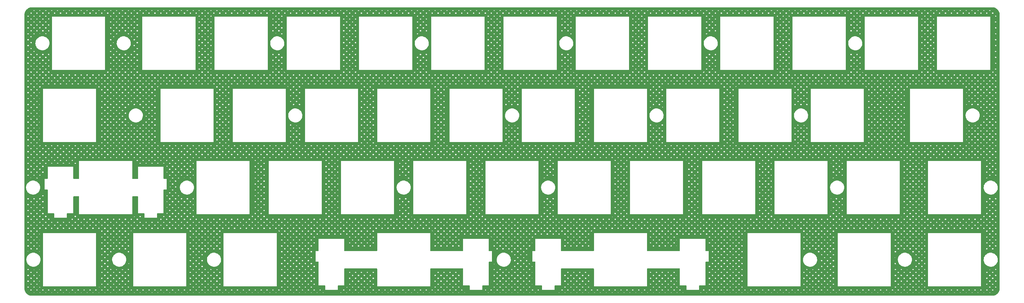
<source format=gtl>
G04 #@! TF.GenerationSoftware,KiCad,Pcbnew,7.0.7-7.0.7~ubuntu23.04.1*
G04 #@! TF.CreationDate,2023-08-23T01:28:27+00:00*
G04 #@! TF.ProjectId,plate,706c6174-652e-46b6-9963-61645f706362,rev?*
G04 #@! TF.SameCoordinates,Original*
G04 #@! TF.FileFunction,Copper,L1,Top*
G04 #@! TF.FilePolarity,Positive*
%FSLAX46Y46*%
G04 Gerber Fmt 4.6, Leading zero omitted, Abs format (unit mm)*
G04 Created by KiCad (PCBNEW 7.0.7-7.0.7~ubuntu23.04.1) date 2023-08-23 01:28:27*
%MOMM*%
%LPD*%
G01*
G04 APERTURE LIST*
G04 APERTURE END LIST*
G04 #@! TA.AperFunction,NonConductor*
G36*
X274540773Y-53598133D02*
G01*
X274565546Y-53599755D01*
X274620055Y-53603326D01*
X274804572Y-53616552D01*
X274812232Y-53617583D01*
X274925462Y-53640104D01*
X275072856Y-53672165D01*
X275079547Y-53674022D01*
X275193581Y-53712728D01*
X275195729Y-53713458D01*
X275197463Y-53714075D01*
X275330958Y-53763863D01*
X275336703Y-53766344D01*
X275449523Y-53821978D01*
X275451758Y-53823139D01*
X275574149Y-53889966D01*
X275578868Y-53892823D01*
X275684663Y-53963511D01*
X275687351Y-53965413D01*
X275797895Y-54048164D01*
X275801620Y-54051184D01*
X275844573Y-54088851D01*
X275897739Y-54135475D01*
X275900652Y-54138202D01*
X275997469Y-54235018D01*
X275998040Y-54235589D01*
X276000814Y-54238551D01*
X276033334Y-54275632D01*
X276085094Y-54334651D01*
X276088105Y-54338366D01*
X276170842Y-54448888D01*
X276172760Y-54451598D01*
X276243445Y-54557382D01*
X276246312Y-54562117D01*
X276313123Y-54684471D01*
X276314313Y-54686762D01*
X276369935Y-54799551D01*
X276372421Y-54805310D01*
X276422204Y-54938778D01*
X276422823Y-54940515D01*
X276462253Y-55056671D01*
X276464128Y-55063427D01*
X276496190Y-55210812D01*
X276518702Y-55323988D01*
X276519737Y-55331668D01*
X276533363Y-55522196D01*
X276538116Y-55594712D01*
X276538249Y-55598768D01*
X276538250Y-127795476D01*
X276538117Y-127799533D01*
X276532613Y-127883499D01*
X276519836Y-128062566D01*
X276518801Y-128070257D01*
X276495055Y-128189631D01*
X276464363Y-128330723D01*
X276462488Y-128337479D01*
X276421707Y-128457613D01*
X276421088Y-128459350D01*
X276372810Y-128588788D01*
X276370323Y-128594547D01*
X276313206Y-128710367D01*
X276312016Y-128712658D01*
X276246886Y-128831933D01*
X276244019Y-128836667D01*
X276171698Y-128944904D01*
X276169779Y-128947614D01*
X276088915Y-129055634D01*
X276085894Y-129059361D01*
X275999770Y-129157562D01*
X275996996Y-129160524D01*
X275901784Y-129255733D01*
X275898822Y-129258508D01*
X275800624Y-129344621D01*
X275796899Y-129347642D01*
X275688873Y-129428508D01*
X275686163Y-129430426D01*
X275577924Y-129502746D01*
X275573189Y-129505612D01*
X275453912Y-129570739D01*
X275451621Y-129571929D01*
X275335803Y-129629041D01*
X275330044Y-129631527D01*
X275200598Y-129679807D01*
X275198859Y-129680426D01*
X275078732Y-129721200D01*
X275071977Y-129723075D01*
X274930907Y-129753760D01*
X274811466Y-129777516D01*
X274803786Y-129778550D01*
X274718173Y-129784671D01*
X274630816Y-129790917D01*
X274540007Y-129796867D01*
X274535952Y-129797000D01*
X21365773Y-129797000D01*
X21361723Y-129796867D01*
X21331104Y-129794860D01*
X21280162Y-129791521D01*
X21098310Y-129778515D01*
X21090630Y-129777480D01*
X20974306Y-129754341D01*
X20830109Y-129722973D01*
X20823354Y-129721098D01*
X20705202Y-129680992D01*
X20703463Y-129680373D01*
X20572010Y-129631343D01*
X20566252Y-129628856D01*
X20451942Y-129572485D01*
X20449650Y-129571295D01*
X20328837Y-129505326D01*
X20324112Y-129502465D01*
X20217105Y-129430966D01*
X20214398Y-129429050D01*
X20180815Y-129403911D01*
X20105099Y-129347230D01*
X20101400Y-129344231D01*
X20004242Y-129259026D01*
X20001288Y-129256259D01*
X19904988Y-129159957D01*
X19902214Y-129156996D01*
X19869187Y-129119336D01*
X19817018Y-129059848D01*
X19814021Y-129056152D01*
X19771238Y-128999000D01*
X21717862Y-128999000D01*
X22077482Y-128999000D01*
X23273497Y-128999000D01*
X23633117Y-128999000D01*
X24829132Y-128999000D01*
X25188752Y-128999000D01*
X26384767Y-128999000D01*
X26744387Y-128999000D01*
X27940402Y-128999000D01*
X28300022Y-128999000D01*
X29496037Y-128999000D01*
X29855656Y-128999000D01*
X31051672Y-128999000D01*
X31411291Y-128999000D01*
X32607307Y-128999000D01*
X32966926Y-128999000D01*
X34162942Y-128999000D01*
X34522561Y-128999000D01*
X35718577Y-128999000D01*
X36078196Y-128999000D01*
X37274212Y-128999000D01*
X37633831Y-128999000D01*
X38829847Y-128999000D01*
X39189466Y-128999000D01*
X40385482Y-128999000D01*
X40745101Y-128999000D01*
X41941116Y-128999000D01*
X42300736Y-128999000D01*
X43496751Y-128999000D01*
X43856371Y-128999000D01*
X45052386Y-128999000D01*
X45412006Y-128999000D01*
X46608021Y-128999000D01*
X46967641Y-128999000D01*
X48163656Y-128999000D01*
X48523276Y-128999000D01*
X49719291Y-128999000D01*
X50078910Y-128999000D01*
X51274926Y-128999000D01*
X51634545Y-128999000D01*
X52830561Y-128999000D01*
X53190180Y-128999000D01*
X54386196Y-128999000D01*
X54745815Y-128999000D01*
X55941831Y-128999000D01*
X56301450Y-128999000D01*
X57497466Y-128999000D01*
X57857085Y-128999000D01*
X59053101Y-128999000D01*
X59412720Y-128999000D01*
X60608735Y-128999000D01*
X60968355Y-128999000D01*
X62164370Y-128999000D01*
X62523990Y-128999000D01*
X63720005Y-128999000D01*
X64079625Y-128999000D01*
X65275640Y-128999000D01*
X65635260Y-128999000D01*
X66831275Y-128999000D01*
X67190895Y-128999000D01*
X68386910Y-128999000D01*
X68746529Y-128999000D01*
X69942545Y-128999000D01*
X70302164Y-128999000D01*
X71498180Y-128999000D01*
X71857799Y-128999000D01*
X73053815Y-128999000D01*
X73413434Y-128999000D01*
X74609450Y-128999000D01*
X74969069Y-128999000D01*
X76165085Y-128999000D01*
X76524704Y-128999000D01*
X77720720Y-128999000D01*
X78080339Y-128999000D01*
X79276354Y-128999000D01*
X79635974Y-128999000D01*
X80831989Y-128999000D01*
X81191609Y-128999000D01*
X82387624Y-128999000D01*
X82747244Y-128999000D01*
X83943259Y-128999000D01*
X84302879Y-128999000D01*
X85498894Y-128999000D01*
X85858514Y-128999000D01*
X87054529Y-128999000D01*
X87414148Y-128999000D01*
X88610164Y-128999000D01*
X88969783Y-128999000D01*
X90165799Y-128999000D01*
X90525418Y-128999000D01*
X91721434Y-128999000D01*
X92081053Y-128999000D01*
X93277069Y-128999000D01*
X93636688Y-128999000D01*
X94832704Y-128999000D01*
X95192323Y-128999000D01*
X96388339Y-128999000D01*
X96747958Y-128999000D01*
X97943973Y-128999000D01*
X98303592Y-128999000D01*
X102610878Y-128999000D01*
X102970498Y-128999000D01*
X104166513Y-128999000D01*
X104526133Y-128999000D01*
X105722148Y-128999000D01*
X106081768Y-128999000D01*
X107277783Y-128999000D01*
X107637402Y-128999000D01*
X108833418Y-128999000D01*
X109193037Y-128999000D01*
X110389053Y-128999000D01*
X110748672Y-128999000D01*
X111944688Y-128999000D01*
X112304307Y-128999000D01*
X113500323Y-128999000D01*
X113859942Y-128999000D01*
X115055958Y-128999000D01*
X115415577Y-128999000D01*
X116611593Y-128999000D01*
X116971212Y-128999000D01*
X118167227Y-128999000D01*
X118526847Y-128999000D01*
X119722862Y-128999000D01*
X120082482Y-128999000D01*
X121278497Y-128999000D01*
X121638117Y-128999000D01*
X122834132Y-128999000D01*
X123193752Y-128999000D01*
X124389767Y-128999000D01*
X124749387Y-128999000D01*
X125945402Y-128999000D01*
X126305021Y-128999000D01*
X127501037Y-128999000D01*
X127860656Y-128999000D01*
X129056672Y-128999000D01*
X129416291Y-128999000D01*
X130612307Y-128999000D01*
X130971926Y-128999000D01*
X132167942Y-128999000D01*
X132527561Y-128999000D01*
X133723577Y-128999000D01*
X134083196Y-128999000D01*
X135279212Y-128999000D01*
X135638831Y-128999000D01*
X141501751Y-128999000D01*
X141861371Y-128999000D01*
X143057386Y-128999000D01*
X143417006Y-128999000D01*
X144613021Y-128999000D01*
X144972640Y-128999000D01*
X146168656Y-128999000D01*
X146528275Y-128999000D01*
X147724291Y-128999000D01*
X148083910Y-128999000D01*
X149279926Y-128999000D01*
X149639545Y-128999000D01*
X150835561Y-128999000D01*
X151195180Y-128999000D01*
X152391196Y-128999000D01*
X152750815Y-128999000D01*
X153946831Y-128999000D01*
X154306450Y-128999000D01*
X155502465Y-128999000D01*
X155566165Y-128999000D01*
X160169370Y-128999000D01*
X160528990Y-128999000D01*
X161725005Y-128999000D01*
X162084625Y-128999000D01*
X163280640Y-128999000D01*
X163640259Y-128999000D01*
X164836275Y-128999000D01*
X165195894Y-128999000D01*
X166391910Y-128999000D01*
X166751529Y-128999000D01*
X167947545Y-128999000D01*
X168307164Y-128999000D01*
X169503180Y-128999000D01*
X169862799Y-128999000D01*
X171058815Y-128999000D01*
X171418434Y-128999000D01*
X172614450Y-128999000D01*
X172974069Y-128999000D01*
X174170085Y-128999000D01*
X174529704Y-128999000D01*
X175725719Y-128999000D01*
X176085339Y-128999000D01*
X177281354Y-128999000D01*
X177640974Y-128999000D01*
X178836989Y-128999000D01*
X179196609Y-128999000D01*
X180392624Y-128999000D01*
X180752244Y-128999000D01*
X181948259Y-128999000D01*
X182307879Y-128999000D01*
X183503894Y-128999000D01*
X183863513Y-128999000D01*
X185059529Y-128999000D01*
X185419148Y-128999000D01*
X186615164Y-128999000D01*
X186974783Y-128999000D01*
X188170799Y-128999000D01*
X188530418Y-128999000D01*
X189726434Y-128999000D01*
X190086053Y-128999000D01*
X191282069Y-128999000D01*
X191641688Y-128999000D01*
X192837704Y-128999000D01*
X193197323Y-128999000D01*
X197504608Y-128999000D01*
X197864228Y-128999000D01*
X199060243Y-128999000D01*
X199419863Y-128999000D01*
X200615878Y-128999000D01*
X200975498Y-128999000D01*
X202171513Y-128999000D01*
X202531132Y-128999000D01*
X203727148Y-128999000D01*
X204086767Y-128999000D01*
X205282783Y-128999000D01*
X205642402Y-128999000D01*
X206838418Y-128999000D01*
X207198037Y-128999000D01*
X208394053Y-128999000D01*
X208753672Y-128999000D01*
X209949688Y-128999000D01*
X210309307Y-128999000D01*
X211505323Y-128999000D01*
X211864942Y-128999000D01*
X213060957Y-128999000D01*
X213420577Y-128999000D01*
X214616592Y-128999000D01*
X214976212Y-128999000D01*
X216172227Y-128999000D01*
X216531847Y-128999000D01*
X217727862Y-128999000D01*
X218087482Y-128999000D01*
X219283497Y-128999000D01*
X219643117Y-128999000D01*
X220839132Y-128999000D01*
X221198751Y-128999000D01*
X222394767Y-128999000D01*
X222754386Y-128999000D01*
X223950402Y-128999000D01*
X224310021Y-128999000D01*
X225506037Y-128999000D01*
X225865656Y-128999000D01*
X227061672Y-128999000D01*
X227421291Y-128999000D01*
X228617307Y-128999000D01*
X228976926Y-128999000D01*
X230172942Y-128999000D01*
X230532561Y-128999000D01*
X231728576Y-128999000D01*
X232088196Y-128999000D01*
X233284211Y-128999000D01*
X233643831Y-128999000D01*
X234839846Y-128999000D01*
X235199466Y-128999000D01*
X236395481Y-128999000D01*
X236755101Y-128999000D01*
X237951116Y-128999000D01*
X238310736Y-128999000D01*
X239506751Y-128999000D01*
X239866371Y-128999000D01*
X241062386Y-128999000D01*
X241422005Y-128999000D01*
X242618021Y-128999000D01*
X242977640Y-128999000D01*
X244173656Y-128999000D01*
X244533275Y-128999000D01*
X245729291Y-128999000D01*
X246088910Y-128999000D01*
X247284926Y-128999000D01*
X247644545Y-128999000D01*
X248840561Y-128999000D01*
X249200180Y-128999000D01*
X250396196Y-128999000D01*
X250755815Y-128999000D01*
X251951830Y-128999000D01*
X252311450Y-128999000D01*
X253507465Y-128999000D01*
X253867085Y-128999000D01*
X255063100Y-128999000D01*
X255422720Y-128999000D01*
X256618735Y-128999000D01*
X256978355Y-128999000D01*
X258174370Y-128999000D01*
X258533990Y-128999000D01*
X259730005Y-128999000D01*
X260089624Y-128999000D01*
X261285640Y-128999000D01*
X261645259Y-128999000D01*
X262841275Y-128999000D01*
X263200894Y-128999000D01*
X264396910Y-128999000D01*
X264756529Y-128999000D01*
X265952545Y-128999000D01*
X266312164Y-128999000D01*
X267508180Y-128999000D01*
X267867799Y-128999000D01*
X269063815Y-128999000D01*
X269423434Y-128999000D01*
X270619449Y-128999000D01*
X270979069Y-128999000D01*
X272175084Y-128999000D01*
X272534704Y-128999000D01*
X273730719Y-128999000D01*
X274090339Y-128999000D01*
X273940458Y-128849119D01*
X273916126Y-128835072D01*
X273904932Y-128835072D01*
X273880599Y-128849119D01*
X273730719Y-128999000D01*
X272534704Y-128999000D01*
X272384823Y-128849119D01*
X272360491Y-128835072D01*
X272349297Y-128835072D01*
X272324964Y-128849119D01*
X272175084Y-128999000D01*
X270979069Y-128999000D01*
X270829188Y-128849119D01*
X270804856Y-128835072D01*
X270793662Y-128835072D01*
X270769329Y-128849119D01*
X270619449Y-128999000D01*
X269423434Y-128999000D01*
X269273553Y-128849119D01*
X269249221Y-128835072D01*
X269238027Y-128835072D01*
X269213695Y-128849119D01*
X269063815Y-128999000D01*
X267867799Y-128999000D01*
X267717918Y-128849119D01*
X267693586Y-128835072D01*
X267682392Y-128835072D01*
X267658060Y-128849119D01*
X267508180Y-128999000D01*
X266312164Y-128999000D01*
X266162283Y-128849119D01*
X266137951Y-128835072D01*
X266126757Y-128835072D01*
X266102425Y-128849119D01*
X265952545Y-128999000D01*
X264756529Y-128999000D01*
X264606649Y-128849120D01*
X264582317Y-128835072D01*
X264571122Y-128835072D01*
X264546789Y-128849120D01*
X264396910Y-128999000D01*
X263200894Y-128999000D01*
X263051013Y-128849119D01*
X263026682Y-128835072D01*
X263015488Y-128835072D01*
X262991155Y-128849119D01*
X262841275Y-128999000D01*
X261645259Y-128999000D01*
X261495378Y-128849119D01*
X261471047Y-128835072D01*
X261459853Y-128835072D01*
X261435520Y-128849119D01*
X261285640Y-128999000D01*
X260089624Y-128999000D01*
X259939743Y-128849119D01*
X259915412Y-128835072D01*
X259904218Y-128835072D01*
X259879885Y-128849119D01*
X259730005Y-128999000D01*
X258533990Y-128999000D01*
X258384109Y-128849119D01*
X258359777Y-128835072D01*
X258348583Y-128835072D01*
X258324250Y-128849119D01*
X258174370Y-128999000D01*
X256978355Y-128999000D01*
X256828474Y-128849119D01*
X256804142Y-128835072D01*
X256792948Y-128835072D01*
X256768615Y-128849119D01*
X256618735Y-128999000D01*
X255422720Y-128999000D01*
X255272839Y-128849119D01*
X255248507Y-128835072D01*
X255237313Y-128835072D01*
X255212980Y-128849119D01*
X255063100Y-128999000D01*
X253867085Y-128999000D01*
X253717204Y-128849119D01*
X253692872Y-128835072D01*
X253681678Y-128835072D01*
X253657345Y-128849119D01*
X253507465Y-128999000D01*
X252311450Y-128999000D01*
X252161569Y-128849119D01*
X252137237Y-128835072D01*
X252126043Y-128835072D01*
X252101710Y-128849119D01*
X251951830Y-128999000D01*
X250755815Y-128999000D01*
X250605934Y-128849119D01*
X250581602Y-128835072D01*
X250570408Y-128835072D01*
X250546076Y-128849119D01*
X250396196Y-128999000D01*
X249200180Y-128999000D01*
X249050299Y-128849119D01*
X249025967Y-128835072D01*
X249014773Y-128835072D01*
X248990441Y-128849119D01*
X248840561Y-128999000D01*
X247644545Y-128999000D01*
X247494664Y-128849119D01*
X247470332Y-128835072D01*
X247459138Y-128835072D01*
X247434806Y-128849119D01*
X247284926Y-128999000D01*
X246088910Y-128999000D01*
X245939029Y-128849119D01*
X245914697Y-128835072D01*
X245903503Y-128835072D01*
X245879171Y-128849119D01*
X245729291Y-128999000D01*
X244533275Y-128999000D01*
X244383394Y-128849119D01*
X244359063Y-128835072D01*
X244347869Y-128835072D01*
X244323536Y-128849119D01*
X244173656Y-128999000D01*
X242977640Y-128999000D01*
X242827759Y-128849119D01*
X242803428Y-128835072D01*
X242792234Y-128835072D01*
X242767901Y-128849119D01*
X242618021Y-128999000D01*
X241422005Y-128999000D01*
X241272124Y-128849119D01*
X241247793Y-128835072D01*
X241236599Y-128835072D01*
X241212266Y-128849119D01*
X241062386Y-128999000D01*
X239866371Y-128999000D01*
X239716490Y-128849119D01*
X239692158Y-128835072D01*
X239680964Y-128835072D01*
X239656631Y-128849119D01*
X239506751Y-128999000D01*
X238310736Y-128999000D01*
X238160855Y-128849119D01*
X238136523Y-128835072D01*
X238125329Y-128835072D01*
X238100996Y-128849119D01*
X237951116Y-128999000D01*
X236755101Y-128999000D01*
X236605220Y-128849119D01*
X236580888Y-128835072D01*
X236569694Y-128835072D01*
X236545361Y-128849119D01*
X236395481Y-128999000D01*
X235199466Y-128999000D01*
X235049585Y-128849119D01*
X235025253Y-128835072D01*
X235014059Y-128835072D01*
X234989726Y-128849119D01*
X234839846Y-128999000D01*
X233643831Y-128999000D01*
X233493950Y-128849119D01*
X233469618Y-128835072D01*
X233458424Y-128835072D01*
X233434091Y-128849119D01*
X233284211Y-128999000D01*
X232088196Y-128999000D01*
X231938315Y-128849119D01*
X231913983Y-128835072D01*
X231902789Y-128835072D01*
X231878456Y-128849119D01*
X231728576Y-128999000D01*
X230532561Y-128999000D01*
X230382680Y-128849119D01*
X230358348Y-128835072D01*
X230347154Y-128835072D01*
X230322822Y-128849119D01*
X230172942Y-128999000D01*
X228976926Y-128999000D01*
X228827045Y-128849119D01*
X228802713Y-128835072D01*
X228791519Y-128835072D01*
X228767187Y-128849119D01*
X228617307Y-128999000D01*
X227421291Y-128999000D01*
X227271410Y-128849119D01*
X227247078Y-128835072D01*
X227235884Y-128835072D01*
X227211552Y-128849119D01*
X227061672Y-128999000D01*
X225865656Y-128999000D01*
X225715775Y-128849119D01*
X225691444Y-128835072D01*
X225680250Y-128835072D01*
X225655917Y-128849119D01*
X225506037Y-128999000D01*
X224310021Y-128999000D01*
X224160140Y-128849119D01*
X224135809Y-128835072D01*
X224124615Y-128835072D01*
X224100282Y-128849119D01*
X223950402Y-128999000D01*
X222754386Y-128999000D01*
X222604505Y-128849119D01*
X222580174Y-128835072D01*
X222568980Y-128835072D01*
X222544647Y-128849119D01*
X222394767Y-128999000D01*
X221198751Y-128999000D01*
X221048870Y-128849119D01*
X221024539Y-128835072D01*
X221013345Y-128835072D01*
X220989012Y-128849119D01*
X220839132Y-128999000D01*
X219643117Y-128999000D01*
X219493236Y-128849119D01*
X219468904Y-128835072D01*
X219457710Y-128835072D01*
X219433377Y-128849119D01*
X219283497Y-128999000D01*
X218087482Y-128999000D01*
X217937601Y-128849119D01*
X217913269Y-128835072D01*
X217902075Y-128835072D01*
X217877742Y-128849119D01*
X217727862Y-128999000D01*
X216531847Y-128999000D01*
X216381966Y-128849119D01*
X216357634Y-128835072D01*
X216346440Y-128835072D01*
X216322107Y-128849119D01*
X216172227Y-128999000D01*
X214976212Y-128999000D01*
X214826331Y-128849119D01*
X214801999Y-128835072D01*
X214790805Y-128835072D01*
X214766472Y-128849119D01*
X214616592Y-128999000D01*
X213420577Y-128999000D01*
X213270696Y-128849119D01*
X213246364Y-128835072D01*
X213235170Y-128835072D01*
X213210837Y-128849119D01*
X213060957Y-128999000D01*
X211864942Y-128999000D01*
X211715061Y-128849119D01*
X211690729Y-128835072D01*
X211679535Y-128835072D01*
X211655203Y-128849119D01*
X211505323Y-128999000D01*
X210309307Y-128999000D01*
X210159426Y-128849119D01*
X210135094Y-128835072D01*
X210123900Y-128835072D01*
X210099568Y-128849119D01*
X209949688Y-128999000D01*
X208753672Y-128999000D01*
X208603791Y-128849119D01*
X208579459Y-128835072D01*
X208568265Y-128835072D01*
X208543933Y-128849119D01*
X208394053Y-128999000D01*
X207198037Y-128999000D01*
X207048157Y-128849120D01*
X207023825Y-128835072D01*
X207012630Y-128835072D01*
X206988297Y-128849120D01*
X206838418Y-128999000D01*
X205642402Y-128999000D01*
X205492521Y-128849119D01*
X205468190Y-128835072D01*
X205456996Y-128835072D01*
X205432663Y-128849119D01*
X205282783Y-128999000D01*
X204086767Y-128999000D01*
X203936886Y-128849119D01*
X203912555Y-128835072D01*
X203901361Y-128835072D01*
X203877028Y-128849119D01*
X203727148Y-128999000D01*
X202531132Y-128999000D01*
X202381251Y-128849119D01*
X202356920Y-128835072D01*
X202345726Y-128835072D01*
X202321393Y-128849119D01*
X202171513Y-128999000D01*
X200975498Y-128999000D01*
X200825617Y-128849119D01*
X200801285Y-128835072D01*
X200790091Y-128835072D01*
X200765758Y-128849119D01*
X200615878Y-128999000D01*
X199419863Y-128999000D01*
X199269982Y-128849119D01*
X199245650Y-128835072D01*
X199234456Y-128835072D01*
X199210123Y-128849119D01*
X199060243Y-128999000D01*
X197864228Y-128999000D01*
X197731220Y-128865992D01*
X197716034Y-128878452D01*
X197625529Y-128938847D01*
X197603988Y-128950332D01*
X197517664Y-128985942D01*
X197504608Y-128999000D01*
X193197323Y-128999000D01*
X193047442Y-128849119D01*
X193023110Y-128835072D01*
X193011916Y-128835072D01*
X192987584Y-128849119D01*
X192837704Y-128999000D01*
X191641688Y-128999000D01*
X191491807Y-128849119D01*
X191467475Y-128835072D01*
X191456281Y-128835072D01*
X191431949Y-128849119D01*
X191282069Y-128999000D01*
X190086053Y-128999000D01*
X189936172Y-128849119D01*
X189911840Y-128835072D01*
X189900646Y-128835072D01*
X189876314Y-128849119D01*
X189726434Y-128999000D01*
X188530418Y-128999000D01*
X188380538Y-128849120D01*
X188356206Y-128835072D01*
X188345011Y-128835072D01*
X188320679Y-128849119D01*
X188170799Y-128999000D01*
X186974783Y-128999000D01*
X186824902Y-128849119D01*
X186800571Y-128835072D01*
X186789377Y-128835072D01*
X186765044Y-128849119D01*
X186615164Y-128999000D01*
X185419148Y-128999000D01*
X185269267Y-128849119D01*
X185244936Y-128835072D01*
X185233742Y-128835072D01*
X185209409Y-128849119D01*
X185059529Y-128999000D01*
X183863513Y-128999000D01*
X183713632Y-128849119D01*
X183689301Y-128835072D01*
X183678107Y-128835072D01*
X183653774Y-128849119D01*
X183503894Y-128999000D01*
X182307879Y-128999000D01*
X182157998Y-128849119D01*
X182133666Y-128835072D01*
X182122472Y-128835072D01*
X182098139Y-128849119D01*
X181948259Y-128999000D01*
X180752244Y-128999000D01*
X180602363Y-128849119D01*
X180578031Y-128835072D01*
X180566837Y-128835072D01*
X180542504Y-128849119D01*
X180392624Y-128999000D01*
X179196609Y-128999000D01*
X179046728Y-128849119D01*
X179022396Y-128835072D01*
X179011202Y-128835072D01*
X178986869Y-128849119D01*
X178836989Y-128999000D01*
X177640974Y-128999000D01*
X177491093Y-128849119D01*
X177466761Y-128835072D01*
X177455567Y-128835072D01*
X177431234Y-128849119D01*
X177281354Y-128999000D01*
X176085339Y-128999000D01*
X175935458Y-128849119D01*
X175911126Y-128835072D01*
X175899932Y-128835072D01*
X175875599Y-128849119D01*
X175725719Y-128999000D01*
X174529704Y-128999000D01*
X174379823Y-128849119D01*
X174355491Y-128835072D01*
X174344297Y-128835072D01*
X174319965Y-128849119D01*
X174170085Y-128999000D01*
X172974069Y-128999000D01*
X172824188Y-128849119D01*
X172799856Y-128835072D01*
X172788662Y-128835072D01*
X172764330Y-128849119D01*
X172614450Y-128999000D01*
X171418434Y-128999000D01*
X171268553Y-128849119D01*
X171244221Y-128835072D01*
X171233027Y-128835072D01*
X171208695Y-128849119D01*
X171058815Y-128999000D01*
X169862799Y-128999000D01*
X169712918Y-128849119D01*
X169688586Y-128835072D01*
X169677392Y-128835072D01*
X169653060Y-128849119D01*
X169503180Y-128999000D01*
X168307164Y-128999000D01*
X168157283Y-128849119D01*
X168132952Y-128835072D01*
X168121758Y-128835072D01*
X168097425Y-128849119D01*
X167947545Y-128999000D01*
X166751529Y-128999000D01*
X166601648Y-128849119D01*
X166577317Y-128835072D01*
X166566123Y-128835072D01*
X166541790Y-128849119D01*
X166391910Y-128999000D01*
X165195894Y-128999000D01*
X165046013Y-128849119D01*
X165021682Y-128835072D01*
X165010488Y-128835072D01*
X164986155Y-128849119D01*
X164836275Y-128999000D01*
X163640259Y-128999000D01*
X163490378Y-128849119D01*
X163466047Y-128835072D01*
X163454853Y-128835072D01*
X163430520Y-128849119D01*
X163280640Y-128999000D01*
X162084625Y-128999000D01*
X161934744Y-128849119D01*
X161910412Y-128835072D01*
X161899218Y-128835072D01*
X161874885Y-128849119D01*
X161725005Y-128999000D01*
X160528990Y-128999000D01*
X160379109Y-128849119D01*
X160354777Y-128835072D01*
X160343583Y-128835072D01*
X160319250Y-128849119D01*
X160169370Y-128999000D01*
X155566165Y-128999000D01*
X155521068Y-128980396D01*
X155502465Y-128999000D01*
X154306450Y-128999000D01*
X154156569Y-128849119D01*
X154132237Y-128835072D01*
X154121043Y-128835072D01*
X154096711Y-128849119D01*
X153946831Y-128999000D01*
X152750815Y-128999000D01*
X152600934Y-128849119D01*
X152576602Y-128835072D01*
X152565408Y-128835072D01*
X152541076Y-128849119D01*
X152391196Y-128999000D01*
X151195180Y-128999000D01*
X151045299Y-128849119D01*
X151020967Y-128835072D01*
X151009773Y-128835072D01*
X150985441Y-128849119D01*
X150835561Y-128999000D01*
X149639545Y-128999000D01*
X149489664Y-128849119D01*
X149465333Y-128835072D01*
X149454139Y-128835072D01*
X149429806Y-128849119D01*
X149279926Y-128999000D01*
X148083910Y-128999000D01*
X147934029Y-128849119D01*
X147909698Y-128835072D01*
X147898504Y-128835072D01*
X147874171Y-128849119D01*
X147724291Y-128999000D01*
X146528275Y-128999000D01*
X146378394Y-128849119D01*
X146354063Y-128835072D01*
X146342869Y-128835072D01*
X146318536Y-128849119D01*
X146168656Y-128999000D01*
X144972640Y-128999000D01*
X144822759Y-128849119D01*
X144798428Y-128835072D01*
X144787234Y-128835072D01*
X144762901Y-128849119D01*
X144613021Y-128999000D01*
X143417006Y-128999000D01*
X143267125Y-128849119D01*
X143242793Y-128835072D01*
X143231599Y-128835072D01*
X143207266Y-128849119D01*
X143057386Y-128999000D01*
X141861371Y-128999000D01*
X141711490Y-128849119D01*
X141687158Y-128835072D01*
X141675964Y-128835072D01*
X141651631Y-128849119D01*
X141501751Y-128999000D01*
X135638831Y-128999000D01*
X135488950Y-128849119D01*
X135464618Y-128835072D01*
X135453424Y-128835072D01*
X135429092Y-128849119D01*
X135279212Y-128999000D01*
X134083196Y-128999000D01*
X133933315Y-128849119D01*
X133908983Y-128835072D01*
X133897789Y-128835072D01*
X133873457Y-128849119D01*
X133723577Y-128999000D01*
X132527561Y-128999000D01*
X132377680Y-128849119D01*
X132353348Y-128835072D01*
X132342154Y-128835072D01*
X132317822Y-128849119D01*
X132167942Y-128999000D01*
X130971926Y-128999000D01*
X130822046Y-128849120D01*
X130797714Y-128835072D01*
X130786519Y-128835072D01*
X130762186Y-128849120D01*
X130612307Y-128999000D01*
X129416291Y-128999000D01*
X129266410Y-128849119D01*
X129242079Y-128835072D01*
X129230885Y-128835072D01*
X129206552Y-128849119D01*
X129056672Y-128999000D01*
X127860656Y-128999000D01*
X127710775Y-128849119D01*
X127686444Y-128835072D01*
X127675250Y-128835072D01*
X127650917Y-128849119D01*
X127501037Y-128999000D01*
X126305021Y-128999000D01*
X126155140Y-128849119D01*
X126130809Y-128835072D01*
X126119615Y-128835072D01*
X126095282Y-128849119D01*
X125945402Y-128999000D01*
X124749387Y-128999000D01*
X124599506Y-128849119D01*
X124575174Y-128835072D01*
X124563980Y-128835072D01*
X124539647Y-128849119D01*
X124389767Y-128999000D01*
X123193752Y-128999000D01*
X123043871Y-128849119D01*
X123019539Y-128835072D01*
X123008345Y-128835072D01*
X122984012Y-128849119D01*
X122834132Y-128999000D01*
X121638117Y-128999000D01*
X121488236Y-128849119D01*
X121463904Y-128835072D01*
X121452710Y-128835072D01*
X121428377Y-128849119D01*
X121278497Y-128999000D01*
X120082482Y-128999000D01*
X119932601Y-128849119D01*
X119908269Y-128835072D01*
X119897075Y-128835072D01*
X119872742Y-128849119D01*
X119722862Y-128999000D01*
X118526847Y-128999000D01*
X118376966Y-128849119D01*
X118352634Y-128835072D01*
X118341440Y-128835072D01*
X118317107Y-128849119D01*
X118167227Y-128999000D01*
X116971212Y-128999000D01*
X116821331Y-128849119D01*
X116796999Y-128835072D01*
X116785805Y-128835072D01*
X116761473Y-128849119D01*
X116611593Y-128999000D01*
X115415577Y-128999000D01*
X115265696Y-128849119D01*
X115241364Y-128835072D01*
X115230170Y-128835072D01*
X115205838Y-128849119D01*
X115055958Y-128999000D01*
X113859942Y-128999000D01*
X113710061Y-128849119D01*
X113685729Y-128835072D01*
X113674535Y-128835072D01*
X113650203Y-128849119D01*
X113500323Y-128999000D01*
X112304307Y-128999000D01*
X112154426Y-128849119D01*
X112130094Y-128835072D01*
X112118900Y-128835072D01*
X112094568Y-128849119D01*
X111944688Y-128999000D01*
X110748672Y-128999000D01*
X110598791Y-128849119D01*
X110574460Y-128835072D01*
X110563266Y-128835072D01*
X110538933Y-128849119D01*
X110389053Y-128999000D01*
X109193037Y-128999000D01*
X109043156Y-128849119D01*
X109018825Y-128835072D01*
X109007631Y-128835072D01*
X108983298Y-128849119D01*
X108833418Y-128999000D01*
X107637402Y-128999000D01*
X107487521Y-128849119D01*
X107463190Y-128835072D01*
X107451996Y-128835072D01*
X107427663Y-128849119D01*
X107277783Y-128999000D01*
X106081768Y-128999000D01*
X105931887Y-128849119D01*
X105907555Y-128835072D01*
X105896361Y-128835072D01*
X105872028Y-128849119D01*
X105722148Y-128999000D01*
X104526133Y-128999000D01*
X104376252Y-128849119D01*
X104351920Y-128835072D01*
X104340726Y-128835072D01*
X104316393Y-128849119D01*
X104166513Y-128999000D01*
X102970498Y-128999000D01*
X102820617Y-128849119D01*
X102796285Y-128835072D01*
X102785091Y-128835072D01*
X102760758Y-128849119D01*
X102610878Y-128999000D01*
X98303592Y-128999000D01*
X98170233Y-128865642D01*
X98166972Y-128862967D01*
X98152339Y-128848327D01*
X98129381Y-128835072D01*
X98118186Y-128835072D01*
X98093853Y-128849119D01*
X97943973Y-128999000D01*
X96747958Y-128999000D01*
X96598077Y-128849119D01*
X96573745Y-128835072D01*
X96562551Y-128835072D01*
X96538219Y-128849119D01*
X96388339Y-128999000D01*
X95192323Y-128999000D01*
X95042442Y-128849119D01*
X95018110Y-128835072D01*
X95006916Y-128835072D01*
X94982584Y-128849119D01*
X94832704Y-128999000D01*
X93636688Y-128999000D01*
X93486807Y-128849119D01*
X93462475Y-128835072D01*
X93451281Y-128835072D01*
X93426949Y-128849119D01*
X93277069Y-128999000D01*
X92081053Y-128999000D01*
X91931172Y-128849119D01*
X91906841Y-128835072D01*
X91895647Y-128835072D01*
X91871314Y-128849119D01*
X91721434Y-128999000D01*
X90525418Y-128999000D01*
X90375537Y-128849119D01*
X90351206Y-128835072D01*
X90340012Y-128835072D01*
X90315679Y-128849119D01*
X90165799Y-128999000D01*
X88969783Y-128999000D01*
X88819902Y-128849119D01*
X88795571Y-128835072D01*
X88784377Y-128835072D01*
X88760044Y-128849119D01*
X88610164Y-128999000D01*
X87414148Y-128999000D01*
X87264267Y-128849119D01*
X87239936Y-128835072D01*
X87228742Y-128835072D01*
X87204409Y-128849119D01*
X87054529Y-128999000D01*
X85858514Y-128999000D01*
X85708633Y-128849119D01*
X85684301Y-128835072D01*
X85673107Y-128835072D01*
X85648774Y-128849119D01*
X85498894Y-128999000D01*
X84302879Y-128999000D01*
X84152998Y-128849119D01*
X84128666Y-128835072D01*
X84117472Y-128835072D01*
X84093139Y-128849119D01*
X83943259Y-128999000D01*
X82747244Y-128999000D01*
X82597363Y-128849119D01*
X82573031Y-128835072D01*
X82561837Y-128835072D01*
X82537504Y-128849119D01*
X82387624Y-128999000D01*
X81191609Y-128999000D01*
X81041728Y-128849119D01*
X81017396Y-128835072D01*
X81006202Y-128835072D01*
X80981869Y-128849119D01*
X80831989Y-128999000D01*
X79635974Y-128999000D01*
X79486093Y-128849119D01*
X79461761Y-128835072D01*
X79450567Y-128835072D01*
X79426234Y-128849119D01*
X79276354Y-128999000D01*
X78080339Y-128999000D01*
X77930458Y-128849119D01*
X77906126Y-128835072D01*
X77894932Y-128835072D01*
X77870600Y-128849119D01*
X77720720Y-128999000D01*
X76524704Y-128999000D01*
X76374823Y-128849119D01*
X76350491Y-128835072D01*
X76339297Y-128835072D01*
X76314965Y-128849119D01*
X76165085Y-128999000D01*
X74969069Y-128999000D01*
X74819188Y-128849119D01*
X74794856Y-128835072D01*
X74783662Y-128835072D01*
X74759330Y-128849119D01*
X74609450Y-128999000D01*
X73413434Y-128999000D01*
X73263554Y-128849120D01*
X73239222Y-128835072D01*
X73228027Y-128835072D01*
X73203694Y-128849120D01*
X73053815Y-128999000D01*
X71857799Y-128999000D01*
X71707918Y-128849119D01*
X71683587Y-128835072D01*
X71672393Y-128835072D01*
X71648060Y-128849119D01*
X71498180Y-128999000D01*
X70302164Y-128999000D01*
X70152283Y-128849119D01*
X70127952Y-128835072D01*
X70116758Y-128835072D01*
X70092425Y-128849119D01*
X69942545Y-128999000D01*
X68746529Y-128999000D01*
X68596648Y-128849119D01*
X68572317Y-128835072D01*
X68561123Y-128835072D01*
X68536790Y-128849119D01*
X68386910Y-128999000D01*
X67190895Y-128999000D01*
X67041014Y-128849119D01*
X67016682Y-128835072D01*
X67005488Y-128835072D01*
X66981155Y-128849119D01*
X66831275Y-128999000D01*
X65635260Y-128999000D01*
X65485379Y-128849119D01*
X65461047Y-128835072D01*
X65449853Y-128835072D01*
X65425520Y-128849119D01*
X65275640Y-128999000D01*
X64079625Y-128999000D01*
X63929744Y-128849119D01*
X63905412Y-128835072D01*
X63894218Y-128835072D01*
X63869885Y-128849119D01*
X63720005Y-128999000D01*
X62523990Y-128999000D01*
X62374109Y-128849119D01*
X62349777Y-128835072D01*
X62338583Y-128835072D01*
X62314250Y-128849119D01*
X62164370Y-128999000D01*
X60968355Y-128999000D01*
X60818474Y-128849119D01*
X60794142Y-128835072D01*
X60782948Y-128835072D01*
X60758615Y-128849119D01*
X60608735Y-128999000D01*
X59412720Y-128999000D01*
X59262839Y-128849119D01*
X59238507Y-128835072D01*
X59227313Y-128835072D01*
X59202981Y-128849119D01*
X59053101Y-128999000D01*
X57857085Y-128999000D01*
X57707204Y-128849119D01*
X57682872Y-128835072D01*
X57671678Y-128835072D01*
X57647346Y-128849119D01*
X57497466Y-128999000D01*
X56301450Y-128999000D01*
X56151569Y-128849119D01*
X56127237Y-128835072D01*
X56116043Y-128835072D01*
X56091711Y-128849119D01*
X55941831Y-128999000D01*
X54745815Y-128999000D01*
X54595935Y-128849120D01*
X54571603Y-128835072D01*
X54560408Y-128835072D01*
X54536076Y-128849119D01*
X54386196Y-128999000D01*
X53190180Y-128999000D01*
X53040299Y-128849119D01*
X53015968Y-128835072D01*
X53004774Y-128835072D01*
X52980441Y-128849119D01*
X52830561Y-128999000D01*
X51634545Y-128999000D01*
X51484664Y-128849119D01*
X51460333Y-128835072D01*
X51449139Y-128835072D01*
X51424806Y-128849119D01*
X51274926Y-128999000D01*
X50078910Y-128999000D01*
X49929029Y-128849119D01*
X49904698Y-128835072D01*
X49893504Y-128835072D01*
X49869171Y-128849119D01*
X49719291Y-128999000D01*
X48523276Y-128999000D01*
X48373395Y-128849119D01*
X48349063Y-128835072D01*
X48337869Y-128835072D01*
X48313536Y-128849119D01*
X48163656Y-128999000D01*
X46967641Y-128999000D01*
X46817760Y-128849119D01*
X46793428Y-128835072D01*
X46782234Y-128835072D01*
X46757901Y-128849119D01*
X46608021Y-128999000D01*
X45412006Y-128999000D01*
X45262125Y-128849119D01*
X45237793Y-128835072D01*
X45226599Y-128835072D01*
X45202266Y-128849119D01*
X45052386Y-128999000D01*
X43856371Y-128999000D01*
X43706490Y-128849119D01*
X43682158Y-128835072D01*
X43670964Y-128835072D01*
X43646631Y-128849119D01*
X43496751Y-128999000D01*
X42300736Y-128999000D01*
X42150855Y-128849119D01*
X42126523Y-128835072D01*
X42115329Y-128835072D01*
X42090996Y-128849119D01*
X41941116Y-128999000D01*
X40745101Y-128999000D01*
X40595220Y-128849119D01*
X40570888Y-128835072D01*
X40559694Y-128835072D01*
X40535362Y-128849119D01*
X40385482Y-128999000D01*
X39189466Y-128999000D01*
X39039585Y-128849119D01*
X39015253Y-128835072D01*
X39004059Y-128835072D01*
X38979727Y-128849119D01*
X38829847Y-128999000D01*
X37633831Y-128999000D01*
X37483950Y-128849119D01*
X37459618Y-128835072D01*
X37448424Y-128835072D01*
X37424092Y-128849119D01*
X37274212Y-128999000D01*
X36078196Y-128999000D01*
X35928315Y-128849119D01*
X35903983Y-128835072D01*
X35892789Y-128835072D01*
X35868457Y-128849119D01*
X35718577Y-128999000D01*
X34522561Y-128999000D01*
X34372680Y-128849119D01*
X34348349Y-128835072D01*
X34337155Y-128835072D01*
X34312822Y-128849119D01*
X34162942Y-128999000D01*
X32966926Y-128999000D01*
X32817045Y-128849119D01*
X32792714Y-128835072D01*
X32781520Y-128835072D01*
X32757187Y-128849119D01*
X32607307Y-128999000D01*
X31411291Y-128999000D01*
X31261410Y-128849119D01*
X31237079Y-128835072D01*
X31225885Y-128835072D01*
X31201552Y-128849119D01*
X31051672Y-128999000D01*
X29855656Y-128999000D01*
X29705775Y-128849119D01*
X29681444Y-128835072D01*
X29670250Y-128835072D01*
X29645917Y-128849119D01*
X29496037Y-128999000D01*
X28300022Y-128999000D01*
X28150141Y-128849119D01*
X28125809Y-128835072D01*
X28114615Y-128835072D01*
X28090282Y-128849119D01*
X27940402Y-128999000D01*
X26744387Y-128999000D01*
X26594506Y-128849119D01*
X26570174Y-128835072D01*
X26558980Y-128835072D01*
X26534647Y-128849119D01*
X26384767Y-128999000D01*
X25188752Y-128999000D01*
X25038871Y-128849119D01*
X25014539Y-128835072D01*
X25003345Y-128835072D01*
X24979012Y-128849119D01*
X24829132Y-128999000D01*
X23633117Y-128999000D01*
X23483236Y-128849119D01*
X23458904Y-128835072D01*
X23447710Y-128835072D01*
X23423377Y-128849119D01*
X23273497Y-128999000D01*
X22077482Y-128999000D01*
X21927601Y-128849119D01*
X21903269Y-128835072D01*
X21892075Y-128835072D01*
X21867742Y-128849119D01*
X21717862Y-128999000D01*
X19771238Y-128999000D01*
X19732187Y-128946834D01*
X19730297Y-128944163D01*
X19658777Y-128837127D01*
X19655932Y-128832427D01*
X19589930Y-128711555D01*
X19588768Y-128709317D01*
X19532379Y-128594970D01*
X19529909Y-128589250D01*
X19480877Y-128457787D01*
X19480258Y-128456050D01*
X19479082Y-128452585D01*
X19440145Y-128337882D01*
X19438280Y-128331162D01*
X19422912Y-128260517D01*
X20922189Y-128260517D01*
X20936236Y-128284848D01*
X21089925Y-128438537D01*
X21114258Y-128452585D01*
X21125452Y-128452585D01*
X21149783Y-128438537D01*
X21303472Y-128284848D01*
X21317520Y-128260517D01*
X22477824Y-128260517D01*
X22491871Y-128284848D01*
X22645560Y-128438537D01*
X22669893Y-128452585D01*
X22681087Y-128452585D01*
X22705418Y-128438537D01*
X22859107Y-128284848D01*
X22873155Y-128260517D01*
X24033458Y-128260517D01*
X24047506Y-128284848D01*
X24201195Y-128438537D01*
X24225528Y-128452585D01*
X24236722Y-128452585D01*
X24261053Y-128438537D01*
X24414742Y-128284848D01*
X24428790Y-128260517D01*
X25589094Y-128260517D01*
X25603141Y-128284848D01*
X25756830Y-128438537D01*
X25781162Y-128452585D01*
X25792357Y-128452585D01*
X25816689Y-128438536D01*
X25970377Y-128284848D01*
X25984425Y-128260517D01*
X27144729Y-128260517D01*
X27158776Y-128284848D01*
X27312465Y-128438537D01*
X27336797Y-128452585D01*
X27347991Y-128452585D01*
X27372323Y-128438537D01*
X27526012Y-128284848D01*
X27540060Y-128260517D01*
X28700364Y-128260517D01*
X28714411Y-128284848D01*
X28868100Y-128438537D01*
X28892432Y-128452585D01*
X28903626Y-128452585D01*
X28927958Y-128438537D01*
X29081647Y-128284848D01*
X29095695Y-128260517D01*
X30255999Y-128260517D01*
X30270046Y-128284848D01*
X30423735Y-128438537D01*
X30448067Y-128452585D01*
X30459261Y-128452585D01*
X30483593Y-128438537D01*
X30637282Y-128284848D01*
X30651330Y-128260517D01*
X31811633Y-128260517D01*
X31825680Y-128284848D01*
X31979369Y-128438537D01*
X32003702Y-128452585D01*
X32014896Y-128452585D01*
X32039228Y-128438537D01*
X32192917Y-128284848D01*
X32206965Y-128260517D01*
X33367267Y-128260517D01*
X33381315Y-128284848D01*
X33535004Y-128438537D01*
X33559337Y-128452585D01*
X33570531Y-128452585D01*
X33594863Y-128438537D01*
X33748552Y-128284848D01*
X33762600Y-128260517D01*
X34922903Y-128260517D01*
X34936950Y-128284848D01*
X35090639Y-128438537D01*
X35114972Y-128452585D01*
X35126166Y-128452585D01*
X35150498Y-128438537D01*
X35304187Y-128284848D01*
X35318235Y-128260517D01*
X36478538Y-128260517D01*
X36492585Y-128284848D01*
X36646274Y-128438537D01*
X36670607Y-128452585D01*
X36681801Y-128452585D01*
X36706133Y-128438537D01*
X36859822Y-128284848D01*
X36873870Y-128260517D01*
X38034173Y-128260517D01*
X38048220Y-128284848D01*
X38201909Y-128438537D01*
X38226242Y-128452585D01*
X38237436Y-128452585D01*
X38261768Y-128438537D01*
X38415457Y-128284848D01*
X38429505Y-128260517D01*
X39589808Y-128260517D01*
X39603855Y-128284848D01*
X39757544Y-128438537D01*
X39781877Y-128452585D01*
X39793071Y-128452585D01*
X39817402Y-128438537D01*
X39971091Y-128284848D01*
X39985139Y-128260517D01*
X41145443Y-128260517D01*
X41159490Y-128284848D01*
X41313179Y-128438537D01*
X41337512Y-128452585D01*
X41348706Y-128452585D01*
X41373037Y-128438537D01*
X41526726Y-128284848D01*
X41540774Y-128260517D01*
X42701078Y-128260517D01*
X42715125Y-128284848D01*
X42868814Y-128438537D01*
X42893147Y-128452585D01*
X42904341Y-128452585D01*
X42928672Y-128438537D01*
X43082361Y-128284848D01*
X43096409Y-128260517D01*
X44256713Y-128260517D01*
X44270760Y-128284848D01*
X44424448Y-128438536D01*
X44448781Y-128452585D01*
X44459976Y-128452585D01*
X44484307Y-128438537D01*
X44637996Y-128284848D01*
X44652044Y-128260517D01*
X45812348Y-128260517D01*
X45826395Y-128284848D01*
X45980084Y-128438537D01*
X46004416Y-128452585D01*
X46015610Y-128452585D01*
X46039942Y-128438537D01*
X46193631Y-128284848D01*
X46207679Y-128260517D01*
X47367983Y-128260517D01*
X47382030Y-128284848D01*
X47535719Y-128438537D01*
X47560051Y-128452585D01*
X47571245Y-128452585D01*
X47595577Y-128438537D01*
X47749266Y-128284848D01*
X47763314Y-128260517D01*
X48923618Y-128260517D01*
X48937665Y-128284848D01*
X49091354Y-128438537D01*
X49115686Y-128452585D01*
X49126880Y-128452585D01*
X49151212Y-128438537D01*
X49304901Y-128284848D01*
X49318949Y-128260517D01*
X50479252Y-128260517D01*
X50493299Y-128284848D01*
X50646988Y-128438537D01*
X50671321Y-128452585D01*
X50682515Y-128452585D01*
X50706847Y-128438537D01*
X50860536Y-128284848D01*
X50874584Y-128260517D01*
X52034886Y-128260517D01*
X52048934Y-128284848D01*
X52202623Y-128438537D01*
X52226956Y-128452585D01*
X52238150Y-128452585D01*
X52262482Y-128438537D01*
X52416171Y-128284848D01*
X52430219Y-128260517D01*
X53590522Y-128260517D01*
X53604569Y-128284848D01*
X53758258Y-128438537D01*
X53782591Y-128452585D01*
X53793785Y-128452585D01*
X53818117Y-128438537D01*
X53971806Y-128284848D01*
X53985854Y-128260517D01*
X55146157Y-128260517D01*
X55160204Y-128284848D01*
X55313893Y-128438537D01*
X55338226Y-128452585D01*
X55349420Y-128452585D01*
X55373752Y-128438537D01*
X55527441Y-128284848D01*
X55541489Y-128260517D01*
X56701792Y-128260517D01*
X56715839Y-128284848D01*
X56869528Y-128438537D01*
X56893861Y-128452585D01*
X56905055Y-128452585D01*
X56929387Y-128438537D01*
X57083076Y-128284848D01*
X57097124Y-128260517D01*
X58257427Y-128260517D01*
X58271474Y-128284848D01*
X58425163Y-128438537D01*
X58449496Y-128452585D01*
X58460690Y-128452585D01*
X58485021Y-128438537D01*
X58638710Y-128284848D01*
X58652757Y-128260517D01*
X59813061Y-128260517D01*
X59827109Y-128284848D01*
X59980798Y-128438537D01*
X60005131Y-128452585D01*
X60016325Y-128452585D01*
X60040656Y-128438537D01*
X60194345Y-128284848D01*
X60208393Y-128260517D01*
X61368697Y-128260517D01*
X61382744Y-128284848D01*
X61536433Y-128438537D01*
X61560766Y-128452585D01*
X61571960Y-128452585D01*
X61596291Y-128438537D01*
X61749980Y-128284848D01*
X61764028Y-128260517D01*
X62924332Y-128260517D01*
X62938379Y-128284848D01*
X63092068Y-128438537D01*
X63116401Y-128452585D01*
X63127595Y-128452585D01*
X63151926Y-128438537D01*
X63305615Y-128284848D01*
X63319663Y-128260517D01*
X64479967Y-128260517D01*
X64494014Y-128284848D01*
X64647703Y-128438537D01*
X64672035Y-128452585D01*
X64683229Y-128452585D01*
X64707561Y-128438537D01*
X64861250Y-128284848D01*
X64875298Y-128260517D01*
X66035602Y-128260517D01*
X66049649Y-128284848D01*
X66203338Y-128438537D01*
X66227670Y-128452585D01*
X66238864Y-128452585D01*
X66263196Y-128438537D01*
X66416885Y-128284848D01*
X66430933Y-128260517D01*
X67591237Y-128260517D01*
X67605284Y-128284848D01*
X67758973Y-128438537D01*
X67783305Y-128452585D01*
X67794499Y-128452585D01*
X67818831Y-128438537D01*
X67972520Y-128284848D01*
X67986568Y-128260517D01*
X69146872Y-128260517D01*
X69160920Y-128284850D01*
X69314607Y-128438537D01*
X69338940Y-128452585D01*
X69350134Y-128452585D01*
X69374466Y-128438537D01*
X69528155Y-128284848D01*
X69542203Y-128260517D01*
X70702506Y-128260517D01*
X70716553Y-128284848D01*
X70870242Y-128438537D01*
X70894575Y-128452585D01*
X70905769Y-128452585D01*
X70930101Y-128438537D01*
X71083790Y-128284848D01*
X71097838Y-128260517D01*
X72258141Y-128260517D01*
X72272188Y-128284848D01*
X72425877Y-128438537D01*
X72450210Y-128452585D01*
X72461404Y-128452585D01*
X72485736Y-128438537D01*
X72639425Y-128284848D01*
X72653473Y-128260517D01*
X73813776Y-128260517D01*
X73827823Y-128284848D01*
X73981512Y-128438537D01*
X74005845Y-128452585D01*
X74017039Y-128452585D01*
X74041371Y-128438537D01*
X74195060Y-128284848D01*
X74209108Y-128260517D01*
X75369411Y-128260517D01*
X75383458Y-128284848D01*
X75537147Y-128438537D01*
X75561480Y-128452585D01*
X75572674Y-128452585D01*
X75597006Y-128438537D01*
X75750695Y-128284848D01*
X75764743Y-128260517D01*
X76925046Y-128260517D01*
X76939093Y-128284848D01*
X77092782Y-128438537D01*
X77117115Y-128452585D01*
X77128309Y-128452585D01*
X77152641Y-128438537D01*
X77306330Y-128284848D01*
X77320378Y-128260517D01*
X78480681Y-128260517D01*
X78494728Y-128284848D01*
X78648417Y-128438537D01*
X78672750Y-128452585D01*
X78683944Y-128452585D01*
X78708275Y-128438537D01*
X78861964Y-128284848D01*
X78876012Y-128260517D01*
X80036316Y-128260517D01*
X80050363Y-128284848D01*
X80204052Y-128438537D01*
X80228385Y-128452585D01*
X80239579Y-128452585D01*
X80263910Y-128438537D01*
X80417599Y-128284848D01*
X80431647Y-128260517D01*
X81591951Y-128260517D01*
X81605998Y-128284848D01*
X81759687Y-128438537D01*
X81784020Y-128452585D01*
X81795214Y-128452585D01*
X81819545Y-128438537D01*
X81973234Y-128284848D01*
X81987282Y-128260517D01*
X83147586Y-128260517D01*
X83161633Y-128284848D01*
X83315322Y-128438537D01*
X83339654Y-128452585D01*
X83350848Y-128452585D01*
X83375180Y-128438537D01*
X83528869Y-128284848D01*
X83542917Y-128260517D01*
X84703221Y-128260517D01*
X84717268Y-128284848D01*
X84870957Y-128438537D01*
X84895289Y-128452585D01*
X84906483Y-128452585D01*
X84930815Y-128438537D01*
X85084504Y-128284848D01*
X85098552Y-128260517D01*
X86258856Y-128260517D01*
X86272903Y-128284848D01*
X86426592Y-128438537D01*
X86450924Y-128452585D01*
X86462118Y-128452585D01*
X86486450Y-128438537D01*
X86640139Y-128284848D01*
X86654187Y-128260517D01*
X87814491Y-128260517D01*
X87828538Y-128284848D01*
X87982227Y-128438537D01*
X88006559Y-128452585D01*
X88017753Y-128452585D01*
X88042085Y-128438537D01*
X88195774Y-128284848D01*
X88209822Y-128260517D01*
X89370125Y-128260517D01*
X89384172Y-128284848D01*
X89537861Y-128438537D01*
X89562194Y-128452585D01*
X89573388Y-128452585D01*
X89597720Y-128438537D01*
X89751409Y-128284848D01*
X89765457Y-128260517D01*
X90925760Y-128260517D01*
X90939807Y-128284848D01*
X91093496Y-128438537D01*
X91117829Y-128452585D01*
X91129023Y-128452585D01*
X91153355Y-128438537D01*
X91307044Y-128284848D01*
X91321092Y-128260517D01*
X92481395Y-128260517D01*
X92495442Y-128284848D01*
X92649131Y-128438537D01*
X92673464Y-128452585D01*
X92684658Y-128452585D01*
X92708990Y-128438537D01*
X92862679Y-128284848D01*
X92876727Y-128260517D01*
X94037030Y-128260517D01*
X94051077Y-128284848D01*
X94204766Y-128438537D01*
X94229099Y-128452585D01*
X94240293Y-128452585D01*
X94264625Y-128438537D01*
X94418314Y-128284848D01*
X94432362Y-128260517D01*
X95592665Y-128260517D01*
X95606712Y-128284848D01*
X95760401Y-128438537D01*
X95784734Y-128452585D01*
X95795928Y-128452585D01*
X95820260Y-128438537D01*
X95973949Y-128284848D01*
X95987996Y-128260517D01*
X97148299Y-128260517D01*
X97162347Y-128284848D01*
X97316036Y-128438537D01*
X97340369Y-128452585D01*
X97351563Y-128452585D01*
X97375894Y-128438537D01*
X97529583Y-128284848D01*
X97543631Y-128260517D01*
X103370840Y-128260517D01*
X103384887Y-128284848D01*
X103538576Y-128438537D01*
X103562908Y-128452585D01*
X103574102Y-128452585D01*
X103598434Y-128438537D01*
X103752123Y-128284848D01*
X103766171Y-128260517D01*
X104926475Y-128260517D01*
X104940522Y-128284848D01*
X105094211Y-128438537D01*
X105118543Y-128452585D01*
X105129737Y-128452585D01*
X105154069Y-128438537D01*
X105307758Y-128284848D01*
X105321805Y-128260517D01*
X106482110Y-128260517D01*
X106496157Y-128284848D01*
X106649846Y-128438537D01*
X106674178Y-128452585D01*
X106685372Y-128452585D01*
X106709704Y-128438537D01*
X106863393Y-128284848D01*
X106877441Y-128260517D01*
X108037744Y-128260517D01*
X108051791Y-128284848D01*
X108205480Y-128438537D01*
X108229813Y-128452585D01*
X108241007Y-128452585D01*
X108265339Y-128438537D01*
X108419028Y-128284848D01*
X108433076Y-128260517D01*
X109593379Y-128260517D01*
X109607426Y-128284848D01*
X109761115Y-128438537D01*
X109785448Y-128452585D01*
X109796642Y-128452585D01*
X109820974Y-128438537D01*
X109974663Y-128284848D01*
X109988711Y-128260517D01*
X111149014Y-128260517D01*
X111163061Y-128284848D01*
X111316750Y-128438537D01*
X111341083Y-128452585D01*
X111352277Y-128452585D01*
X111376609Y-128438537D01*
X111530298Y-128284848D01*
X111544346Y-128260517D01*
X112704649Y-128260517D01*
X112718696Y-128284848D01*
X112872385Y-128438537D01*
X112896718Y-128452585D01*
X112907912Y-128452585D01*
X112932244Y-128438537D01*
X113085933Y-128284848D01*
X113099981Y-128260517D01*
X114260284Y-128260517D01*
X114274331Y-128284848D01*
X114428020Y-128438537D01*
X114452353Y-128452585D01*
X114463547Y-128452585D01*
X114487879Y-128438537D01*
X114641568Y-128284848D01*
X114655616Y-128260517D01*
X115815919Y-128260517D01*
X115829966Y-128284848D01*
X115983655Y-128438537D01*
X116007988Y-128452585D01*
X116019182Y-128452585D01*
X116043513Y-128438537D01*
X116197202Y-128284848D01*
X116211250Y-128260517D01*
X117371554Y-128260517D01*
X117385601Y-128284848D01*
X117539290Y-128438537D01*
X117563623Y-128452585D01*
X117574817Y-128452585D01*
X117599148Y-128438537D01*
X117752837Y-128284848D01*
X117766885Y-128260517D01*
X118927189Y-128260517D01*
X118941236Y-128284848D01*
X119094925Y-128438537D01*
X119119258Y-128452585D01*
X119130452Y-128452585D01*
X119154783Y-128438537D01*
X119308472Y-128284848D01*
X119322520Y-128260517D01*
X120482824Y-128260517D01*
X120496871Y-128284848D01*
X120650560Y-128438537D01*
X120674893Y-128452585D01*
X120686087Y-128452585D01*
X120710418Y-128438537D01*
X120864107Y-128284848D01*
X120878155Y-128260517D01*
X122038459Y-128260517D01*
X122052506Y-128284848D01*
X122206195Y-128438537D01*
X122230527Y-128452585D01*
X122241721Y-128452585D01*
X122266053Y-128438537D01*
X122419742Y-128284848D01*
X122433790Y-128260517D01*
X123594093Y-128260517D01*
X123608141Y-128284848D01*
X123761830Y-128438537D01*
X123786162Y-128452585D01*
X123797356Y-128452585D01*
X123821688Y-128438537D01*
X123975377Y-128284848D01*
X123989425Y-128260517D01*
X125149729Y-128260517D01*
X125163776Y-128284848D01*
X125317465Y-128438537D01*
X125341797Y-128452585D01*
X125352991Y-128452585D01*
X125377323Y-128438537D01*
X125531012Y-128284848D01*
X125545060Y-128260517D01*
X126705363Y-128260517D01*
X126719410Y-128284848D01*
X126873099Y-128438537D01*
X126897432Y-128452585D01*
X126908626Y-128452585D01*
X126932958Y-128438537D01*
X127086647Y-128284848D01*
X127100695Y-128260517D01*
X128260998Y-128260517D01*
X128275045Y-128284848D01*
X128428734Y-128438537D01*
X128453067Y-128452585D01*
X128464261Y-128452585D01*
X128488593Y-128438537D01*
X128642282Y-128284848D01*
X128656330Y-128260517D01*
X129816633Y-128260517D01*
X129830680Y-128284848D01*
X129984369Y-128438537D01*
X130008702Y-128452585D01*
X130019896Y-128452585D01*
X130044228Y-128438537D01*
X130197917Y-128284848D01*
X130211964Y-128260517D01*
X131372267Y-128260517D01*
X131386315Y-128284848D01*
X131540004Y-128438537D01*
X131564337Y-128452585D01*
X131575531Y-128452585D01*
X131599863Y-128438537D01*
X131753552Y-128284848D01*
X131767600Y-128260517D01*
X132927902Y-128260517D01*
X132941950Y-128284848D01*
X133095639Y-128438537D01*
X133119972Y-128452585D01*
X133131166Y-128452585D01*
X133155498Y-128438537D01*
X133309187Y-128284848D01*
X133323235Y-128260517D01*
X134483538Y-128260517D01*
X134497585Y-128284848D01*
X134651274Y-128438537D01*
X134675607Y-128452585D01*
X134686801Y-128452585D01*
X134711133Y-128438537D01*
X134727915Y-128421755D01*
X140857032Y-128421755D01*
X140873814Y-128438537D01*
X140898146Y-128452585D01*
X140909340Y-128452585D01*
X140933672Y-128438537D01*
X141087361Y-128284848D01*
X141101409Y-128260517D01*
X142261713Y-128260517D01*
X142275760Y-128284848D01*
X142429449Y-128438537D01*
X142453781Y-128452585D01*
X142464975Y-128452585D01*
X142489307Y-128438537D01*
X142642996Y-128284848D01*
X142657044Y-128260517D01*
X143817348Y-128260517D01*
X143831395Y-128284848D01*
X143985084Y-128438537D01*
X144009416Y-128452585D01*
X144020610Y-128452585D01*
X144044942Y-128438537D01*
X144198631Y-128284848D01*
X144212679Y-128260517D01*
X145372983Y-128260517D01*
X145387030Y-128284848D01*
X145540719Y-128438537D01*
X145565051Y-128452585D01*
X145576245Y-128452585D01*
X145600577Y-128438537D01*
X145754266Y-128284848D01*
X145768314Y-128260517D01*
X146928617Y-128260517D01*
X146942664Y-128284848D01*
X147096353Y-128438537D01*
X147120686Y-128452585D01*
X147131880Y-128452585D01*
X147156212Y-128438537D01*
X147309901Y-128284848D01*
X147323949Y-128260517D01*
X148484252Y-128260517D01*
X148498299Y-128284848D01*
X148651988Y-128438537D01*
X148676321Y-128452585D01*
X148687515Y-128452585D01*
X148711847Y-128438537D01*
X148865536Y-128284848D01*
X148879584Y-128260517D01*
X150039887Y-128260517D01*
X150053934Y-128284848D01*
X150207623Y-128438537D01*
X150231956Y-128452585D01*
X150243150Y-128452585D01*
X150267482Y-128438537D01*
X150421171Y-128284848D01*
X150435219Y-128260517D01*
X151595522Y-128260517D01*
X151609569Y-128284848D01*
X151763258Y-128438537D01*
X151787591Y-128452585D01*
X151798785Y-128452585D01*
X151823117Y-128438537D01*
X151976806Y-128284848D01*
X151990854Y-128260517D01*
X153151157Y-128260517D01*
X153165204Y-128284848D01*
X153318893Y-128438537D01*
X153343226Y-128452585D01*
X153354420Y-128452585D01*
X153378752Y-128438537D01*
X153532441Y-128284848D01*
X153546489Y-128260517D01*
X154706792Y-128260517D01*
X154720839Y-128284848D01*
X154874528Y-128438537D01*
X154898861Y-128452585D01*
X154910055Y-128452585D01*
X154934384Y-128438538D01*
X155029768Y-128343154D01*
X155027689Y-128322326D01*
X155027579Y-128260517D01*
X160929332Y-128260517D01*
X160943379Y-128284848D01*
X161097068Y-128438537D01*
X161121400Y-128452585D01*
X161132594Y-128452585D01*
X161156926Y-128438537D01*
X161310615Y-128284848D01*
X161324663Y-128260517D01*
X162484967Y-128260517D01*
X162499014Y-128284848D01*
X162652703Y-128438537D01*
X162677035Y-128452585D01*
X162688229Y-128452585D01*
X162712561Y-128438537D01*
X162866250Y-128284848D01*
X162880298Y-128260517D01*
X164040602Y-128260517D01*
X164054649Y-128284848D01*
X164208338Y-128438537D01*
X164232670Y-128452585D01*
X164243864Y-128452585D01*
X164268196Y-128438537D01*
X164421885Y-128284848D01*
X164435933Y-128260517D01*
X165596236Y-128260517D01*
X165610283Y-128284848D01*
X165763972Y-128438537D01*
X165788305Y-128452585D01*
X165799499Y-128452585D01*
X165823831Y-128438537D01*
X165977520Y-128284848D01*
X165991568Y-128260517D01*
X167151871Y-128260517D01*
X167165918Y-128284848D01*
X167319607Y-128438537D01*
X167343940Y-128452585D01*
X167355134Y-128452585D01*
X167379466Y-128438537D01*
X167533155Y-128284848D01*
X167547203Y-128260517D01*
X168707506Y-128260517D01*
X168721553Y-128284848D01*
X168875242Y-128438537D01*
X168899575Y-128452585D01*
X168910769Y-128452585D01*
X168935101Y-128438537D01*
X169088790Y-128284848D01*
X169102838Y-128260517D01*
X170263141Y-128260517D01*
X170277188Y-128284848D01*
X170430877Y-128438537D01*
X170455210Y-128452585D01*
X170466404Y-128452585D01*
X170490736Y-128438537D01*
X170644425Y-128284848D01*
X170658473Y-128260517D01*
X171818776Y-128260517D01*
X171832823Y-128284848D01*
X171986512Y-128438537D01*
X172010845Y-128452585D01*
X172022039Y-128452585D01*
X172046371Y-128438537D01*
X172200060Y-128284848D01*
X172214108Y-128260517D01*
X173374411Y-128260517D01*
X173388458Y-128284848D01*
X173542147Y-128438537D01*
X173566480Y-128452585D01*
X173577674Y-128452585D01*
X173602005Y-128438537D01*
X173755694Y-128284848D01*
X173769742Y-128260517D01*
X174930046Y-128260517D01*
X174944093Y-128284848D01*
X175097782Y-128438537D01*
X175122115Y-128452585D01*
X175133309Y-128452585D01*
X175157640Y-128438537D01*
X175311329Y-128284848D01*
X175325377Y-128260517D01*
X176485681Y-128260517D01*
X176499728Y-128284848D01*
X176653417Y-128438537D01*
X176677750Y-128452585D01*
X176688944Y-128452585D01*
X176713275Y-128438537D01*
X176866964Y-128284848D01*
X176881012Y-128260517D01*
X178041316Y-128260517D01*
X178055363Y-128284848D01*
X178209051Y-128438536D01*
X178233384Y-128452585D01*
X178244579Y-128452585D01*
X178268910Y-128438537D01*
X178422599Y-128284848D01*
X178436647Y-128260517D01*
X179596951Y-128260517D01*
X179610998Y-128284848D01*
X179764687Y-128438537D01*
X179789019Y-128452585D01*
X179800213Y-128452585D01*
X179824545Y-128438537D01*
X179978234Y-128284848D01*
X179992282Y-128260517D01*
X181152586Y-128260517D01*
X181166633Y-128284848D01*
X181320322Y-128438537D01*
X181344654Y-128452585D01*
X181355848Y-128452585D01*
X181380180Y-128438537D01*
X181533869Y-128284848D01*
X181547917Y-128260517D01*
X182708221Y-128260517D01*
X182722268Y-128284848D01*
X182875957Y-128438537D01*
X182900289Y-128452585D01*
X182911483Y-128452585D01*
X182935815Y-128438537D01*
X183089504Y-128284848D01*
X183103552Y-128260517D01*
X184263855Y-128260517D01*
X184277902Y-128284848D01*
X184431591Y-128438537D01*
X184455924Y-128452585D01*
X184467118Y-128452585D01*
X184491450Y-128438537D01*
X184645139Y-128284848D01*
X184659187Y-128260517D01*
X185819490Y-128260517D01*
X185833537Y-128284848D01*
X185987226Y-128438537D01*
X186011559Y-128452585D01*
X186022753Y-128452585D01*
X186047085Y-128438537D01*
X186200774Y-128284848D01*
X186214822Y-128260517D01*
X187375125Y-128260517D01*
X187389172Y-128284848D01*
X187542861Y-128438537D01*
X187567194Y-128452585D01*
X187578388Y-128452585D01*
X187602720Y-128438537D01*
X187756409Y-128284848D01*
X187770457Y-128260517D01*
X188930760Y-128260517D01*
X188944807Y-128284848D01*
X189098496Y-128438537D01*
X189122829Y-128452585D01*
X189134023Y-128452585D01*
X189158355Y-128438537D01*
X189312044Y-128284848D01*
X189326092Y-128260517D01*
X190486395Y-128260517D01*
X190500442Y-128284848D01*
X190654131Y-128438537D01*
X190678464Y-128452585D01*
X190689658Y-128452585D01*
X190713990Y-128438537D01*
X190867679Y-128284848D01*
X190881727Y-128260517D01*
X192042030Y-128260517D01*
X192056077Y-128284848D01*
X192209766Y-128438537D01*
X192234099Y-128452585D01*
X192245293Y-128452585D01*
X192269624Y-128438537D01*
X192423313Y-128284848D01*
X192437361Y-128260517D01*
X198264569Y-128260517D01*
X198278617Y-128284848D01*
X198432306Y-128438537D01*
X198456638Y-128452585D01*
X198467832Y-128452585D01*
X198492164Y-128438537D01*
X198645853Y-128284848D01*
X198659901Y-128260517D01*
X199820204Y-128260517D01*
X199834252Y-128284848D01*
X199987941Y-128438537D01*
X200012273Y-128452585D01*
X200023467Y-128452585D01*
X200047799Y-128438537D01*
X200201488Y-128284848D01*
X200215536Y-128260517D01*
X201375840Y-128260517D01*
X201389887Y-128284848D01*
X201543576Y-128438537D01*
X201567908Y-128452585D01*
X201579102Y-128452585D01*
X201603434Y-128438537D01*
X201757123Y-128284848D01*
X201771171Y-128260517D01*
X202931475Y-128260517D01*
X202945523Y-128284850D01*
X203099210Y-128438537D01*
X203123543Y-128452585D01*
X203134737Y-128452585D01*
X203159069Y-128438537D01*
X203312758Y-128284848D01*
X203326806Y-128260517D01*
X204487109Y-128260517D01*
X204501156Y-128284848D01*
X204654845Y-128438537D01*
X204679178Y-128452585D01*
X204690372Y-128452585D01*
X204714704Y-128438537D01*
X204868393Y-128284848D01*
X204882441Y-128260517D01*
X206042744Y-128260517D01*
X206056791Y-128284848D01*
X206210480Y-128438537D01*
X206234813Y-128452585D01*
X206246007Y-128452585D01*
X206270339Y-128438537D01*
X206424028Y-128284848D01*
X206438076Y-128260517D01*
X207598379Y-128260517D01*
X207612426Y-128284848D01*
X207766115Y-128438537D01*
X207790448Y-128452585D01*
X207801642Y-128452585D01*
X207825974Y-128438537D01*
X207979663Y-128284848D01*
X207993711Y-128260517D01*
X209154014Y-128260517D01*
X209168061Y-128284848D01*
X209321750Y-128438537D01*
X209346083Y-128452585D01*
X209357277Y-128452585D01*
X209381609Y-128438537D01*
X209535298Y-128284848D01*
X209549346Y-128260517D01*
X210709649Y-128260517D01*
X210723696Y-128284848D01*
X210877385Y-128438537D01*
X210901718Y-128452585D01*
X210912912Y-128452585D01*
X210937244Y-128438537D01*
X211090933Y-128284848D01*
X211104981Y-128260517D01*
X212265284Y-128260517D01*
X212279331Y-128284848D01*
X212433020Y-128438537D01*
X212457353Y-128452585D01*
X212468547Y-128452585D01*
X212492878Y-128438537D01*
X212646567Y-128284848D01*
X212660614Y-128260517D01*
X213820919Y-128260517D01*
X213834966Y-128284848D01*
X213988655Y-128438537D01*
X214012988Y-128452585D01*
X214024182Y-128452585D01*
X214048513Y-128438537D01*
X214202202Y-128284848D01*
X214216249Y-128260517D01*
X215376554Y-128260517D01*
X215390601Y-128284848D01*
X215544290Y-128438537D01*
X215568623Y-128452585D01*
X215579817Y-128452585D01*
X215604148Y-128438537D01*
X215757837Y-128284848D01*
X215771884Y-128260517D01*
X216932189Y-128260517D01*
X216946236Y-128284848D01*
X217099925Y-128438537D01*
X217124257Y-128452585D01*
X217135451Y-128452585D01*
X217159783Y-128438537D01*
X217313472Y-128284848D01*
X217327519Y-128260517D01*
X218487824Y-128260517D01*
X218501871Y-128284848D01*
X218655560Y-128438537D01*
X218679892Y-128452585D01*
X218691086Y-128452585D01*
X218715418Y-128438537D01*
X218869107Y-128284848D01*
X218883155Y-128260517D01*
X220043459Y-128260517D01*
X220057506Y-128284848D01*
X220211195Y-128438537D01*
X220235527Y-128452585D01*
X220246721Y-128452585D01*
X220271053Y-128438537D01*
X220424742Y-128284848D01*
X220438790Y-128260517D01*
X221599094Y-128260517D01*
X221613141Y-128284848D01*
X221766830Y-128438537D01*
X221791162Y-128452585D01*
X221802356Y-128452585D01*
X221826688Y-128438537D01*
X221980377Y-128284848D01*
X221994425Y-128260517D01*
X223154728Y-128260517D01*
X223168775Y-128284848D01*
X223322464Y-128438537D01*
X223346797Y-128452585D01*
X223357991Y-128452585D01*
X223382323Y-128438537D01*
X223536012Y-128284848D01*
X223550060Y-128260517D01*
X224710363Y-128260517D01*
X224724410Y-128284848D01*
X224878099Y-128438537D01*
X224902432Y-128452585D01*
X224913626Y-128452585D01*
X224937958Y-128438537D01*
X225091647Y-128284848D01*
X225105695Y-128260517D01*
X226265998Y-128260517D01*
X226280045Y-128284848D01*
X226433734Y-128438537D01*
X226458067Y-128452585D01*
X226469261Y-128452585D01*
X226493593Y-128438537D01*
X226647282Y-128284848D01*
X226661330Y-128260517D01*
X227821633Y-128260517D01*
X227835680Y-128284848D01*
X227989369Y-128438537D01*
X228013702Y-128452585D01*
X228024896Y-128452585D01*
X228049228Y-128438537D01*
X228202917Y-128284848D01*
X228216965Y-128260517D01*
X229377268Y-128260517D01*
X229391315Y-128284848D01*
X229545004Y-128438537D01*
X229569337Y-128452585D01*
X229580531Y-128452585D01*
X229604863Y-128438537D01*
X229758552Y-128284848D01*
X229772600Y-128260517D01*
X230932903Y-128260517D01*
X230946950Y-128284848D01*
X231100639Y-128438537D01*
X231124972Y-128452585D01*
X231136166Y-128452585D01*
X231160497Y-128438537D01*
X231314186Y-128284848D01*
X231328234Y-128260517D01*
X232488538Y-128260517D01*
X232502585Y-128284848D01*
X232656274Y-128438537D01*
X232680607Y-128452585D01*
X232691801Y-128452585D01*
X232716132Y-128438537D01*
X232869821Y-128284848D01*
X232883869Y-128260517D01*
X234044173Y-128260517D01*
X234058220Y-128284848D01*
X234211909Y-128438537D01*
X234236242Y-128452585D01*
X234247436Y-128452585D01*
X234271767Y-128438537D01*
X234425456Y-128284848D01*
X234439504Y-128260517D01*
X235599808Y-128260517D01*
X235613855Y-128284848D01*
X235767543Y-128438536D01*
X235791876Y-128452585D01*
X235803071Y-128452585D01*
X235827403Y-128438536D01*
X235981091Y-128284848D01*
X235995139Y-128260517D01*
X237155443Y-128260517D01*
X237169490Y-128284848D01*
X237323179Y-128438537D01*
X237347511Y-128452585D01*
X237358705Y-128452585D01*
X237383037Y-128438537D01*
X237536726Y-128284848D01*
X237550774Y-128260517D01*
X238711078Y-128260517D01*
X238725125Y-128284848D01*
X238878814Y-128438537D01*
X238903146Y-128452585D01*
X238914340Y-128452585D01*
X238938672Y-128438537D01*
X239092361Y-128284848D01*
X239106408Y-128260517D01*
X240266713Y-128260517D01*
X240280760Y-128284848D01*
X240434449Y-128438537D01*
X240458781Y-128452585D01*
X240469975Y-128452585D01*
X240494307Y-128438537D01*
X240647996Y-128284848D01*
X240662043Y-128260517D01*
X241822346Y-128260517D01*
X241836394Y-128284848D01*
X241990083Y-128438537D01*
X242014416Y-128452585D01*
X242025610Y-128452585D01*
X242049942Y-128438537D01*
X242203631Y-128284848D01*
X242217678Y-128260517D01*
X243377981Y-128260517D01*
X243392029Y-128284848D01*
X243545718Y-128438537D01*
X243570051Y-128452585D01*
X243581245Y-128452585D01*
X243605577Y-128438537D01*
X243759266Y-128284848D01*
X243773314Y-128260517D01*
X244933617Y-128260517D01*
X244947664Y-128284848D01*
X245101353Y-128438537D01*
X245125686Y-128452585D01*
X245136880Y-128452585D01*
X245161212Y-128438537D01*
X245314901Y-128284848D01*
X245328949Y-128260517D01*
X246489252Y-128260517D01*
X246503299Y-128284848D01*
X246656988Y-128438537D01*
X246681321Y-128452585D01*
X246692515Y-128452585D01*
X246716847Y-128438537D01*
X246870536Y-128284848D01*
X246884584Y-128260517D01*
X248044887Y-128260517D01*
X248058934Y-128284848D01*
X248212623Y-128438537D01*
X248236956Y-128452585D01*
X248248150Y-128452585D01*
X248272482Y-128438537D01*
X248426171Y-128284848D01*
X248440219Y-128260517D01*
X249600522Y-128260517D01*
X249614569Y-128284848D01*
X249768258Y-128438537D01*
X249792591Y-128452585D01*
X249803785Y-128452585D01*
X249828116Y-128438537D01*
X249981805Y-128284848D01*
X249995853Y-128260517D01*
X251156157Y-128260517D01*
X251170204Y-128284848D01*
X251323893Y-128438537D01*
X251348226Y-128452585D01*
X251359420Y-128452585D01*
X251383751Y-128438537D01*
X251537440Y-128284848D01*
X251551488Y-128260517D01*
X252711792Y-128260517D01*
X252725839Y-128284848D01*
X252879528Y-128438537D01*
X252903861Y-128452585D01*
X252915055Y-128452585D01*
X252939386Y-128438537D01*
X253093075Y-128284848D01*
X253107123Y-128260517D01*
X254267427Y-128260517D01*
X254281474Y-128284848D01*
X254435163Y-128438537D01*
X254459496Y-128452585D01*
X254470690Y-128452585D01*
X254495021Y-128438537D01*
X254648710Y-128284848D01*
X254662758Y-128260517D01*
X255823062Y-128260517D01*
X255837109Y-128284848D01*
X255990798Y-128438537D01*
X256015130Y-128452585D01*
X256026324Y-128452585D01*
X256050656Y-128438537D01*
X256204345Y-128284848D01*
X256218393Y-128260517D01*
X257378697Y-128260517D01*
X257392744Y-128284848D01*
X257546433Y-128438537D01*
X257570765Y-128452585D01*
X257581959Y-128452585D01*
X257606291Y-128438537D01*
X257759980Y-128284848D01*
X257774028Y-128260517D01*
X258934332Y-128260517D01*
X258948379Y-128284848D01*
X259102068Y-128438537D01*
X259126400Y-128452585D01*
X259137594Y-128452585D01*
X259161926Y-128438537D01*
X259315615Y-128284848D01*
X259329663Y-128260517D01*
X260489966Y-128260517D01*
X260504013Y-128284848D01*
X260657702Y-128438537D01*
X260682035Y-128452585D01*
X260693229Y-128452585D01*
X260717561Y-128438537D01*
X260871250Y-128284848D01*
X260885298Y-128260517D01*
X262045601Y-128260517D01*
X262059648Y-128284848D01*
X262213337Y-128438537D01*
X262237670Y-128452585D01*
X262248864Y-128452585D01*
X262273196Y-128438537D01*
X262426885Y-128284848D01*
X262440933Y-128260517D01*
X263601236Y-128260517D01*
X263615283Y-128284848D01*
X263768972Y-128438537D01*
X263793305Y-128452585D01*
X263804499Y-128452585D01*
X263828831Y-128438537D01*
X263982520Y-128284848D01*
X263996567Y-128260517D01*
X265156870Y-128260517D01*
X265170918Y-128284848D01*
X265324607Y-128438537D01*
X265348940Y-128452585D01*
X265360134Y-128452585D01*
X265384466Y-128438537D01*
X265538155Y-128284848D01*
X265552202Y-128260517D01*
X266712505Y-128260517D01*
X266726553Y-128284848D01*
X266880242Y-128438537D01*
X266904575Y-128452585D01*
X266915769Y-128452585D01*
X266940101Y-128438537D01*
X267093790Y-128284848D01*
X267107837Y-128260517D01*
X268268140Y-128260517D01*
X268282188Y-128284848D01*
X268435877Y-128438537D01*
X268460210Y-128452585D01*
X268471404Y-128452585D01*
X268495736Y-128438537D01*
X268649423Y-128284850D01*
X268663472Y-128260517D01*
X269823776Y-128260517D01*
X269837823Y-128284848D01*
X269991512Y-128438537D01*
X270015845Y-128452585D01*
X270027039Y-128452585D01*
X270051370Y-128438537D01*
X270205059Y-128284848D01*
X270219107Y-128260517D01*
X271379411Y-128260517D01*
X271393458Y-128284848D01*
X271547147Y-128438537D01*
X271571480Y-128452585D01*
X271582674Y-128452585D01*
X271607005Y-128438537D01*
X271760694Y-128284848D01*
X271774742Y-128260517D01*
X272935046Y-128260517D01*
X272949093Y-128284848D01*
X273102782Y-128438537D01*
X273127115Y-128452585D01*
X273138309Y-128452585D01*
X273162640Y-128438537D01*
X273316329Y-128284848D01*
X273330377Y-128260517D01*
X274490681Y-128260517D01*
X274504728Y-128284848D01*
X274658417Y-128438537D01*
X274682749Y-128452585D01*
X274693943Y-128452585D01*
X274718275Y-128438537D01*
X274871964Y-128284848D01*
X274886012Y-128260517D01*
X274886012Y-128249322D01*
X274871964Y-128224991D01*
X274718274Y-128071301D01*
X274693943Y-128057254D01*
X274682749Y-128057254D01*
X274658417Y-128071301D01*
X274504728Y-128224990D01*
X274490681Y-128249322D01*
X274490681Y-128260517D01*
X273330377Y-128260517D01*
X273330377Y-128249322D01*
X273316329Y-128224990D01*
X273162640Y-128071301D01*
X273138309Y-128057254D01*
X273127115Y-128057254D01*
X273102783Y-128071301D01*
X272949093Y-128224991D01*
X272935046Y-128249322D01*
X272935046Y-128260517D01*
X271774742Y-128260517D01*
X271774742Y-128249322D01*
X271760694Y-128224990D01*
X271607004Y-128071300D01*
X271606197Y-128070834D01*
X271569837Y-128070810D01*
X271548001Y-128070810D01*
X271547146Y-128071303D01*
X271393458Y-128224991D01*
X271379411Y-128249322D01*
X271379411Y-128260517D01*
X270219107Y-128260517D01*
X270219107Y-128249322D01*
X270205059Y-128224990D01*
X270051371Y-128071302D01*
X270050518Y-128070810D01*
X269992366Y-128070810D01*
X269991511Y-128071303D01*
X269837823Y-128224991D01*
X269823776Y-128249322D01*
X269823776Y-128260517D01*
X268663472Y-128260517D01*
X268663472Y-128249322D01*
X268649423Y-128224989D01*
X268495737Y-128071303D01*
X268494883Y-128070810D01*
X268436731Y-128070810D01*
X268435876Y-128071303D01*
X268282188Y-128224991D01*
X268268140Y-128249322D01*
X268268140Y-128260517D01*
X267107837Y-128260517D01*
X267107837Y-128249322D01*
X267093790Y-128224991D01*
X266940102Y-128071303D01*
X266939248Y-128070810D01*
X266881096Y-128070810D01*
X266880241Y-128071303D01*
X266726553Y-128224991D01*
X266712505Y-128249322D01*
X266712505Y-128260517D01*
X265552202Y-128260517D01*
X265552202Y-128249322D01*
X265538155Y-128224991D01*
X265384467Y-128071303D01*
X265383613Y-128070810D01*
X265325461Y-128070810D01*
X265324606Y-128071303D01*
X265170918Y-128224991D01*
X265156870Y-128249322D01*
X265156870Y-128260517D01*
X263996567Y-128260517D01*
X263996567Y-128249322D01*
X263982520Y-128224991D01*
X263828832Y-128071303D01*
X263827978Y-128070810D01*
X263769826Y-128070810D01*
X263768971Y-128071303D01*
X263615283Y-128224991D01*
X263601236Y-128249322D01*
X263601236Y-128260517D01*
X262440933Y-128260517D01*
X262440933Y-128249322D01*
X262426885Y-128224991D01*
X262273197Y-128071303D01*
X262272343Y-128070810D01*
X262214191Y-128070810D01*
X262213336Y-128071303D01*
X262059648Y-128224991D01*
X262045601Y-128249322D01*
X262045601Y-128260517D01*
X260885298Y-128260517D01*
X260885298Y-128249322D01*
X260871250Y-128224991D01*
X260717562Y-128071303D01*
X260716708Y-128070810D01*
X260658556Y-128070810D01*
X260657701Y-128071303D01*
X260504013Y-128224991D01*
X260489966Y-128249322D01*
X260489966Y-128260517D01*
X259329663Y-128260517D01*
X259329663Y-128249322D01*
X259315615Y-128224991D01*
X259161927Y-128071303D01*
X259161073Y-128070810D01*
X259102921Y-128070810D01*
X259102067Y-128071302D01*
X258948379Y-128224990D01*
X258934332Y-128249322D01*
X258934332Y-128260517D01*
X257774028Y-128260517D01*
X257774028Y-128249322D01*
X257759980Y-128224991D01*
X257606292Y-128071303D01*
X257605539Y-128070868D01*
X257552956Y-128070905D01*
X257547964Y-128070417D01*
X257546433Y-128071301D01*
X257392744Y-128224990D01*
X257378697Y-128249322D01*
X257378697Y-128260517D01*
X256218393Y-128260517D01*
X256218393Y-128249322D01*
X256204345Y-128224991D01*
X256050655Y-128071301D01*
X256026324Y-128057254D01*
X256015130Y-128057254D01*
X255990798Y-128071301D01*
X255837109Y-128224990D01*
X255823062Y-128249322D01*
X255823062Y-128260517D01*
X254662758Y-128260517D01*
X254662758Y-128249322D01*
X254648710Y-128224990D01*
X254495021Y-128071301D01*
X254470690Y-128057254D01*
X254459496Y-128057254D01*
X254435164Y-128071301D01*
X254281474Y-128224991D01*
X254267427Y-128249322D01*
X254267427Y-128260517D01*
X253107123Y-128260517D01*
X253107123Y-128249322D01*
X253093075Y-128224990D01*
X252939386Y-128071301D01*
X252915055Y-128057254D01*
X252903861Y-128057254D01*
X252879529Y-128071301D01*
X252725839Y-128224991D01*
X252711792Y-128249322D01*
X252711792Y-128260517D01*
X251551488Y-128260517D01*
X251551488Y-128249322D01*
X251537440Y-128224990D01*
X251383751Y-128071301D01*
X251359420Y-128057254D01*
X251348226Y-128057254D01*
X251323894Y-128071301D01*
X251170204Y-128224991D01*
X251156157Y-128249322D01*
X251156157Y-128260517D01*
X249995853Y-128260517D01*
X249995853Y-128249322D01*
X249981805Y-128224990D01*
X249828116Y-128071301D01*
X249803785Y-128057254D01*
X249792591Y-128057254D01*
X249768259Y-128071301D01*
X249614569Y-128224991D01*
X249600522Y-128249322D01*
X249600522Y-128260517D01*
X248440219Y-128260517D01*
X248440219Y-128249322D01*
X248426171Y-128224991D01*
X248272481Y-128071301D01*
X248248150Y-128057254D01*
X248236956Y-128057254D01*
X248212624Y-128071301D01*
X248058934Y-128224991D01*
X248044887Y-128249322D01*
X248044887Y-128260517D01*
X246884584Y-128260517D01*
X246884584Y-128249322D01*
X246870536Y-128224991D01*
X246716848Y-128071303D01*
X246715994Y-128070810D01*
X246657842Y-128070810D01*
X246656987Y-128071303D01*
X246503299Y-128224991D01*
X246489252Y-128249322D01*
X246489252Y-128260517D01*
X245328949Y-128260517D01*
X245328949Y-128249322D01*
X245314901Y-128224991D01*
X245161213Y-128071303D01*
X245160359Y-128070810D01*
X245102207Y-128070810D01*
X245101352Y-128071303D01*
X244947664Y-128224991D01*
X244933617Y-128249322D01*
X244933617Y-128260517D01*
X243773314Y-128260517D01*
X243773314Y-128249322D01*
X243759266Y-128224991D01*
X243605578Y-128071303D01*
X243604724Y-128070810D01*
X243546572Y-128070810D01*
X243545717Y-128071303D01*
X243392029Y-128224991D01*
X243377981Y-128249322D01*
X243377981Y-128260517D01*
X242217678Y-128260517D01*
X242217678Y-128249322D01*
X242203631Y-128224991D01*
X242049943Y-128071303D01*
X242049089Y-128070810D01*
X241990937Y-128070810D01*
X241990082Y-128071303D01*
X241836394Y-128224991D01*
X241822346Y-128249322D01*
X241822346Y-128260517D01*
X240662043Y-128260517D01*
X240662043Y-128249322D01*
X240647996Y-128224991D01*
X240494308Y-128071303D01*
X240493454Y-128070810D01*
X240435302Y-128070810D01*
X240434448Y-128071302D01*
X240280760Y-128224990D01*
X240266713Y-128249322D01*
X240266713Y-128260517D01*
X239106408Y-128260517D01*
X239106408Y-128249322D01*
X239092361Y-128224991D01*
X238938673Y-128071303D01*
X238937819Y-128070810D01*
X238879667Y-128070810D01*
X238878813Y-128071302D01*
X238725125Y-128224990D01*
X238711078Y-128249322D01*
X238711078Y-128260517D01*
X237550774Y-128260517D01*
X237550774Y-128249322D01*
X237536726Y-128224991D01*
X237383038Y-128071303D01*
X237382184Y-128070810D01*
X237324032Y-128070810D01*
X237323178Y-128071302D01*
X237169490Y-128224990D01*
X237155443Y-128249322D01*
X237155443Y-128260517D01*
X235995139Y-128260517D01*
X235995139Y-128249322D01*
X235981091Y-128224990D01*
X235827402Y-128071302D01*
X235826551Y-128070810D01*
X235768396Y-128070810D01*
X235767544Y-128071302D01*
X235613855Y-128224990D01*
X235599808Y-128249322D01*
X235599808Y-128260517D01*
X234439504Y-128260517D01*
X234439504Y-128249322D01*
X234425456Y-128224990D01*
X234271768Y-128071302D01*
X234270915Y-128070810D01*
X234212763Y-128070810D01*
X234211908Y-128071303D01*
X234058220Y-128224991D01*
X234044173Y-128249322D01*
X234044173Y-128260517D01*
X232883869Y-128260517D01*
X232883869Y-128249322D01*
X232869821Y-128224990D01*
X232716132Y-128071301D01*
X232691801Y-128057254D01*
X232680607Y-128057254D01*
X232656275Y-128071301D01*
X232502585Y-128224991D01*
X232488538Y-128249322D01*
X232488538Y-128260517D01*
X231328234Y-128260517D01*
X231328234Y-128249322D01*
X231314186Y-128224990D01*
X231160497Y-128071301D01*
X231136166Y-128057254D01*
X231124972Y-128057254D01*
X231100640Y-128071301D01*
X230946950Y-128224991D01*
X230932903Y-128249322D01*
X230932903Y-128260517D01*
X229772600Y-128260517D01*
X229772600Y-128249322D01*
X229758552Y-128224991D01*
X229604862Y-128071301D01*
X229580531Y-128057254D01*
X229569337Y-128057254D01*
X229545005Y-128071301D01*
X229391315Y-128224991D01*
X229377268Y-128249322D01*
X229377268Y-128260517D01*
X228216965Y-128260517D01*
X228216965Y-128249322D01*
X228202917Y-128224991D01*
X228049227Y-128071301D01*
X228024896Y-128057254D01*
X228013702Y-128057254D01*
X227989370Y-128071301D01*
X227835680Y-128224991D01*
X227821633Y-128249322D01*
X227821633Y-128260517D01*
X226661330Y-128260517D01*
X226661330Y-128249322D01*
X226647282Y-128224991D01*
X226493592Y-128071301D01*
X226469261Y-128057254D01*
X226458067Y-128057254D01*
X226433735Y-128071301D01*
X226280045Y-128224991D01*
X226265998Y-128249322D01*
X226265998Y-128260517D01*
X225105695Y-128260517D01*
X225105695Y-128249322D01*
X225091647Y-128224991D01*
X224937957Y-128071301D01*
X224913626Y-128057254D01*
X224902432Y-128057254D01*
X224878100Y-128071301D01*
X224724410Y-128224991D01*
X224710363Y-128249322D01*
X224710363Y-128260517D01*
X223550060Y-128260517D01*
X223550060Y-128249322D01*
X223536012Y-128224991D01*
X223382324Y-128071303D01*
X223381470Y-128070810D01*
X223323318Y-128070810D01*
X223322463Y-128071303D01*
X223168775Y-128224991D01*
X223154728Y-128249322D01*
X223154728Y-128260517D01*
X221994425Y-128260517D01*
X221994425Y-128249322D01*
X221980377Y-128224991D01*
X221826689Y-128071303D01*
X221825835Y-128070810D01*
X221767683Y-128070810D01*
X221766829Y-128071302D01*
X221613141Y-128224990D01*
X221599094Y-128249322D01*
X221599094Y-128260517D01*
X220438790Y-128260517D01*
X220438790Y-128249322D01*
X220424742Y-128224991D01*
X220271054Y-128071303D01*
X220270200Y-128070810D01*
X220212048Y-128070810D01*
X220211194Y-128071302D01*
X220057506Y-128224990D01*
X220043459Y-128249322D01*
X220043459Y-128260517D01*
X218883155Y-128260517D01*
X218883155Y-128249322D01*
X218869107Y-128224991D01*
X218715419Y-128071303D01*
X218714565Y-128070810D01*
X218656413Y-128070810D01*
X218655559Y-128071302D01*
X218501871Y-128224990D01*
X218487824Y-128249322D01*
X218487824Y-128260517D01*
X217327519Y-128260517D01*
X217327519Y-128249322D01*
X217313472Y-128224991D01*
X217159784Y-128071303D01*
X217158930Y-128070810D01*
X217100778Y-128070810D01*
X217099924Y-128071302D01*
X216946236Y-128224990D01*
X216932189Y-128249322D01*
X216932189Y-128260517D01*
X215771884Y-128260517D01*
X215771884Y-128249322D01*
X215757837Y-128224990D01*
X215604149Y-128071302D01*
X215603296Y-128070810D01*
X215545144Y-128070810D01*
X215544289Y-128071303D01*
X215390601Y-128224991D01*
X215376554Y-128249322D01*
X215376554Y-128260517D01*
X214216249Y-128260517D01*
X214216249Y-128249322D01*
X214202202Y-128224990D01*
X214048514Y-128071302D01*
X214047661Y-128070810D01*
X213989509Y-128070810D01*
X213988654Y-128071303D01*
X213834966Y-128224991D01*
X213820919Y-128249322D01*
X213820919Y-128260517D01*
X212660614Y-128260517D01*
X212660614Y-128249322D01*
X212646567Y-128224990D01*
X212492879Y-128071302D01*
X212492026Y-128070810D01*
X212433874Y-128070810D01*
X212433019Y-128071303D01*
X212279331Y-128224991D01*
X212265284Y-128249322D01*
X212265284Y-128260517D01*
X211104981Y-128260517D01*
X211104981Y-128249322D01*
X211090933Y-128224991D01*
X210937245Y-128071303D01*
X210936391Y-128070810D01*
X210878239Y-128070810D01*
X210877384Y-128071303D01*
X210723696Y-128224991D01*
X210709649Y-128249322D01*
X210709649Y-128260517D01*
X209549346Y-128260517D01*
X209549346Y-128249322D01*
X209535298Y-128224991D01*
X209381608Y-128071301D01*
X209357277Y-128057254D01*
X209346083Y-128057254D01*
X209321751Y-128071301D01*
X209168061Y-128224991D01*
X209154014Y-128249322D01*
X209154014Y-128260517D01*
X207993711Y-128260517D01*
X207993711Y-128249322D01*
X207979663Y-128224991D01*
X207825973Y-128071301D01*
X207801642Y-128057254D01*
X207790448Y-128057254D01*
X207766116Y-128071301D01*
X207612426Y-128224991D01*
X207598379Y-128249322D01*
X207598379Y-128260517D01*
X206438076Y-128260517D01*
X206438076Y-128249322D01*
X206424028Y-128224991D01*
X206270338Y-128071301D01*
X206246007Y-128057254D01*
X206234813Y-128057254D01*
X206210481Y-128071301D01*
X206056791Y-128224991D01*
X206042744Y-128249322D01*
X206042744Y-128260517D01*
X204882441Y-128260517D01*
X204882441Y-128249322D01*
X204868393Y-128224991D01*
X204714703Y-128071301D01*
X204690372Y-128057254D01*
X204679178Y-128057254D01*
X204654846Y-128071301D01*
X204501156Y-128224991D01*
X204487109Y-128249322D01*
X204487109Y-128260517D01*
X203326806Y-128260517D01*
X203326806Y-128249322D01*
X203312758Y-128224991D01*
X203159068Y-128071301D01*
X203134737Y-128057254D01*
X203123543Y-128057254D01*
X203099211Y-128071301D01*
X202945523Y-128224989D01*
X202931475Y-128249322D01*
X202931475Y-128260517D01*
X201771171Y-128260517D01*
X201771171Y-128249322D01*
X201757123Y-128224991D01*
X201603433Y-128071301D01*
X201579102Y-128057254D01*
X201567908Y-128057254D01*
X201543576Y-128071301D01*
X201389887Y-128224990D01*
X201375840Y-128249322D01*
X201375840Y-128260517D01*
X200215536Y-128260517D01*
X200215536Y-128249322D01*
X200201488Y-128224991D01*
X200047798Y-128071301D01*
X200023467Y-128057254D01*
X200012273Y-128057254D01*
X199987941Y-128071301D01*
X199834252Y-128224990D01*
X199820204Y-128249322D01*
X199820204Y-128260517D01*
X198659901Y-128260517D01*
X198659901Y-128249322D01*
X198645853Y-128224991D01*
X198492163Y-128071301D01*
X198467832Y-128057254D01*
X198456638Y-128057254D01*
X198432306Y-128071301D01*
X198278617Y-128224990D01*
X198264569Y-128249322D01*
X198264569Y-128260517D01*
X192437361Y-128260517D01*
X192437361Y-128249322D01*
X192423313Y-128224990D01*
X192269624Y-128071301D01*
X192245293Y-128057254D01*
X192234099Y-128057254D01*
X192209767Y-128071301D01*
X192056077Y-128224991D01*
X192042030Y-128249322D01*
X192042030Y-128260517D01*
X190881727Y-128260517D01*
X190881727Y-128249322D01*
X190867679Y-128224991D01*
X190713989Y-128071301D01*
X190689658Y-128057254D01*
X190678464Y-128057254D01*
X190654132Y-128071301D01*
X190500442Y-128224991D01*
X190486395Y-128249322D01*
X190486395Y-128260517D01*
X189326092Y-128260517D01*
X189326092Y-128249322D01*
X189312044Y-128224991D01*
X189158354Y-128071301D01*
X189134023Y-128057254D01*
X189122829Y-128057254D01*
X189098497Y-128071301D01*
X188944807Y-128224991D01*
X188930760Y-128249322D01*
X188930760Y-128260517D01*
X187770457Y-128260517D01*
X187770457Y-128249322D01*
X187756409Y-128224991D01*
X187602719Y-128071301D01*
X187578388Y-128057254D01*
X187567194Y-128057254D01*
X187542862Y-128071301D01*
X187389172Y-128224991D01*
X187375125Y-128249322D01*
X187375125Y-128260517D01*
X186214822Y-128260517D01*
X186214822Y-128249322D01*
X186200774Y-128224991D01*
X186047084Y-128071301D01*
X186022753Y-128057254D01*
X186011559Y-128057254D01*
X185987227Y-128071301D01*
X185833537Y-128224991D01*
X185819490Y-128249322D01*
X185819490Y-128260517D01*
X184659187Y-128260517D01*
X184659187Y-128249322D01*
X184645139Y-128224991D01*
X184491449Y-128071301D01*
X184467118Y-128057254D01*
X184455924Y-128057254D01*
X184431592Y-128071301D01*
X184277902Y-128224991D01*
X184263855Y-128249322D01*
X184263855Y-128260517D01*
X183103552Y-128260517D01*
X183103552Y-128249322D01*
X183089504Y-128224991D01*
X182935816Y-128071303D01*
X182934962Y-128070810D01*
X182876810Y-128070810D01*
X182875956Y-128071302D01*
X182722268Y-128224990D01*
X182708221Y-128249322D01*
X182708221Y-128260517D01*
X181547917Y-128260517D01*
X181547917Y-128249322D01*
X181533869Y-128224991D01*
X181380181Y-128071303D01*
X181379327Y-128070810D01*
X181321175Y-128070810D01*
X181320321Y-128071302D01*
X181166633Y-128224990D01*
X181152586Y-128249322D01*
X181152586Y-128260517D01*
X179992282Y-128260517D01*
X179992282Y-128249322D01*
X179978234Y-128224991D01*
X179824546Y-128071303D01*
X179823692Y-128070810D01*
X179765540Y-128070810D01*
X179764686Y-128071302D01*
X179610998Y-128224990D01*
X179596951Y-128249322D01*
X179596951Y-128260517D01*
X178436647Y-128260517D01*
X178436647Y-128249322D01*
X178422599Y-128224990D01*
X178268911Y-128071302D01*
X178268058Y-128070810D01*
X178209904Y-128070810D01*
X178209052Y-128071302D01*
X178055363Y-128224990D01*
X178041316Y-128249322D01*
X178041316Y-128260517D01*
X176881012Y-128260517D01*
X176881012Y-128249322D01*
X176866964Y-128224990D01*
X176713276Y-128071302D01*
X176712423Y-128070810D01*
X176654271Y-128070810D01*
X176653416Y-128071303D01*
X176499728Y-128224991D01*
X176485681Y-128249322D01*
X176485681Y-128260517D01*
X175325377Y-128260517D01*
X175325377Y-128249322D01*
X175311329Y-128224990D01*
X175157641Y-128071302D01*
X175156788Y-128070810D01*
X175098636Y-128070810D01*
X175097781Y-128071303D01*
X174944093Y-128224991D01*
X174930046Y-128249322D01*
X174930046Y-128260517D01*
X173769742Y-128260517D01*
X173769742Y-128249322D01*
X173755694Y-128224990D01*
X173602006Y-128071302D01*
X173601153Y-128070810D01*
X173543001Y-128070810D01*
X173542146Y-128071303D01*
X173388458Y-128224991D01*
X173374411Y-128249322D01*
X173374411Y-128260517D01*
X172214108Y-128260517D01*
X172214108Y-128249322D01*
X172200060Y-128224991D01*
X172046372Y-128071303D01*
X172045518Y-128070810D01*
X171987366Y-128070810D01*
X171986511Y-128071303D01*
X171832823Y-128224991D01*
X171818776Y-128249322D01*
X171818776Y-128260517D01*
X170658473Y-128260517D01*
X170658473Y-128249322D01*
X170644425Y-128224991D01*
X170490737Y-128071303D01*
X170489883Y-128070810D01*
X170431731Y-128070810D01*
X170430876Y-128071303D01*
X170277188Y-128224991D01*
X170263141Y-128249322D01*
X170263141Y-128260517D01*
X169102838Y-128260517D01*
X169102838Y-128249322D01*
X169088790Y-128224991D01*
X168935100Y-128071301D01*
X168910769Y-128057254D01*
X168899575Y-128057254D01*
X168875243Y-128071301D01*
X168721553Y-128224991D01*
X168707506Y-128249322D01*
X168707506Y-128260517D01*
X167547203Y-128260517D01*
X167547203Y-128249322D01*
X167533155Y-128224991D01*
X167379465Y-128071301D01*
X167355134Y-128057254D01*
X167343940Y-128057254D01*
X167319608Y-128071301D01*
X167165918Y-128224991D01*
X167151871Y-128249322D01*
X167151871Y-128260517D01*
X165991568Y-128260517D01*
X165991568Y-128249322D01*
X165977520Y-128224991D01*
X165823830Y-128071301D01*
X165799499Y-128057254D01*
X165788305Y-128057254D01*
X165763973Y-128071301D01*
X165610283Y-128224991D01*
X165596236Y-128249322D01*
X165596236Y-128260517D01*
X164435933Y-128260517D01*
X164435933Y-128249322D01*
X164421885Y-128224991D01*
X164268195Y-128071301D01*
X164243864Y-128057254D01*
X164232670Y-128057254D01*
X164208338Y-128071301D01*
X164054649Y-128224990D01*
X164040602Y-128249322D01*
X164040602Y-128260517D01*
X162880298Y-128260517D01*
X162880298Y-128249322D01*
X162866250Y-128224991D01*
X162712560Y-128071301D01*
X162688229Y-128057254D01*
X162677035Y-128057254D01*
X162652703Y-128071301D01*
X162499014Y-128224990D01*
X162484967Y-128249322D01*
X162484967Y-128260517D01*
X161324663Y-128260517D01*
X161324663Y-128249322D01*
X161310615Y-128224991D01*
X161156925Y-128071301D01*
X161132594Y-128057254D01*
X161121400Y-128057254D01*
X161097068Y-128071301D01*
X160943379Y-128224990D01*
X160929332Y-128249322D01*
X160929332Y-128260517D01*
X155027579Y-128260517D01*
X155027411Y-128165429D01*
X155027507Y-128164422D01*
X154934386Y-128071301D01*
X154910055Y-128057254D01*
X154898861Y-128057254D01*
X154874529Y-128071301D01*
X154720839Y-128224991D01*
X154706792Y-128249322D01*
X154706792Y-128260517D01*
X153546489Y-128260517D01*
X153546489Y-128249322D01*
X153532441Y-128224991D01*
X153378751Y-128071301D01*
X153354420Y-128057254D01*
X153343226Y-128057254D01*
X153318894Y-128071301D01*
X153165204Y-128224991D01*
X153151157Y-128249322D01*
X153151157Y-128260517D01*
X151990854Y-128260517D01*
X151990854Y-128249322D01*
X151976806Y-128224991D01*
X151823116Y-128071301D01*
X151798785Y-128057254D01*
X151787591Y-128057254D01*
X151763259Y-128071301D01*
X151609569Y-128224991D01*
X151595522Y-128249322D01*
X151595522Y-128260517D01*
X150435219Y-128260517D01*
X150435219Y-128249322D01*
X150421171Y-128224991D01*
X150267481Y-128071301D01*
X150243150Y-128057254D01*
X150231956Y-128057254D01*
X150207624Y-128071301D01*
X150053934Y-128224991D01*
X150039887Y-128249322D01*
X150039887Y-128260517D01*
X148879584Y-128260517D01*
X148879584Y-128249322D01*
X148865536Y-128224991D01*
X148711846Y-128071301D01*
X148687515Y-128057254D01*
X148676321Y-128057254D01*
X148651989Y-128071301D01*
X148498299Y-128224991D01*
X148484252Y-128249322D01*
X148484252Y-128260517D01*
X147323949Y-128260517D01*
X147323949Y-128249322D01*
X147309901Y-128224991D01*
X147156211Y-128071301D01*
X147131880Y-128057254D01*
X147120686Y-128057254D01*
X147096354Y-128071301D01*
X146942664Y-128224991D01*
X146928617Y-128249322D01*
X146928617Y-128260517D01*
X145768314Y-128260517D01*
X145768314Y-128249322D01*
X145754266Y-128224991D01*
X145600576Y-128071301D01*
X145576245Y-128057254D01*
X145565051Y-128057254D01*
X145540719Y-128071301D01*
X145387030Y-128224990D01*
X145372983Y-128249322D01*
X145372983Y-128260517D01*
X144212679Y-128260517D01*
X144212679Y-128249322D01*
X144198631Y-128224991D01*
X144044941Y-128071301D01*
X144020610Y-128057254D01*
X144009416Y-128057254D01*
X143985084Y-128071301D01*
X143831395Y-128224990D01*
X143817348Y-128249322D01*
X143817348Y-128260517D01*
X142657044Y-128260517D01*
X142657044Y-128249322D01*
X142642996Y-128224991D01*
X142489306Y-128071301D01*
X142464975Y-128057254D01*
X142453781Y-128057254D01*
X142429449Y-128071301D01*
X142275760Y-128224990D01*
X142261713Y-128249322D01*
X142261713Y-128260517D01*
X141101409Y-128260517D01*
X141101409Y-128249322D01*
X141087361Y-128224991D01*
X140933671Y-128071301D01*
X140909340Y-128057254D01*
X140898146Y-128057254D01*
X140874590Y-128070853D01*
X140874590Y-128163566D01*
X140874769Y-128165429D01*
X140874491Y-128322326D01*
X140872088Y-128346401D01*
X140857032Y-128421755D01*
X134727915Y-128421755D01*
X134864820Y-128284850D01*
X134878869Y-128260517D01*
X134878869Y-128249322D01*
X134864820Y-128224989D01*
X134711132Y-128071301D01*
X134686801Y-128057254D01*
X134675607Y-128057254D01*
X134651275Y-128071301D01*
X134497585Y-128224991D01*
X134483538Y-128249322D01*
X134483538Y-128260517D01*
X133323235Y-128260517D01*
X133323235Y-128249322D01*
X133309187Y-128224991D01*
X133155497Y-128071301D01*
X133131166Y-128057254D01*
X133119972Y-128057254D01*
X133095640Y-128071301D01*
X132941950Y-128224991D01*
X132927902Y-128249322D01*
X132927902Y-128260517D01*
X131767600Y-128260517D01*
X131767600Y-128249322D01*
X131753552Y-128224991D01*
X131599862Y-128071301D01*
X131575531Y-128057254D01*
X131564337Y-128057254D01*
X131540005Y-128071301D01*
X131386315Y-128224991D01*
X131372267Y-128249322D01*
X131372267Y-128260517D01*
X130211964Y-128260517D01*
X130211964Y-128249322D01*
X130197917Y-128224991D01*
X130044227Y-128071301D01*
X130019896Y-128057254D01*
X130008702Y-128057254D01*
X129984370Y-128071301D01*
X129830680Y-128224991D01*
X129816633Y-128249322D01*
X129816633Y-128260517D01*
X128656330Y-128260517D01*
X128656330Y-128249322D01*
X128642282Y-128224991D01*
X128488592Y-128071301D01*
X128464261Y-128057254D01*
X128453067Y-128057254D01*
X128428735Y-128071301D01*
X128275045Y-128224991D01*
X128260998Y-128249322D01*
X128260998Y-128260517D01*
X127100695Y-128260517D01*
X127100695Y-128249322D01*
X127086647Y-128224991D01*
X126932957Y-128071301D01*
X126908626Y-128057254D01*
X126897432Y-128057254D01*
X126873100Y-128071301D01*
X126719410Y-128224991D01*
X126705363Y-128249322D01*
X126705363Y-128260517D01*
X125545060Y-128260517D01*
X125545060Y-128249322D01*
X125531012Y-128224991D01*
X125377324Y-128071303D01*
X125376470Y-128070810D01*
X125318318Y-128070810D01*
X125317464Y-128071302D01*
X125163776Y-128224990D01*
X125149729Y-128249322D01*
X125149729Y-128260517D01*
X123989425Y-128260517D01*
X123989425Y-128249322D01*
X123975377Y-128224991D01*
X123821689Y-128071303D01*
X123820835Y-128070810D01*
X123762683Y-128070810D01*
X123761829Y-128071302D01*
X123608141Y-128224990D01*
X123594093Y-128249322D01*
X123594093Y-128260517D01*
X122433790Y-128260517D01*
X122433790Y-128249322D01*
X122419742Y-128224991D01*
X122266054Y-128071303D01*
X122265200Y-128070810D01*
X122207048Y-128070810D01*
X122206194Y-128071302D01*
X122052506Y-128224990D01*
X122038459Y-128249322D01*
X122038459Y-128260517D01*
X120878155Y-128260517D01*
X120878155Y-128249322D01*
X120864107Y-128224990D01*
X120710419Y-128071302D01*
X120709566Y-128070810D01*
X120651414Y-128070810D01*
X120650559Y-128071303D01*
X120496871Y-128224991D01*
X120482824Y-128249322D01*
X120482824Y-128260517D01*
X119322520Y-128260517D01*
X119322520Y-128249322D01*
X119308472Y-128224990D01*
X119154784Y-128071302D01*
X119153931Y-128070810D01*
X119095779Y-128070810D01*
X119094924Y-128071303D01*
X118941236Y-128224991D01*
X118927189Y-128249322D01*
X118927189Y-128260517D01*
X117766885Y-128260517D01*
X117766885Y-128249322D01*
X117752837Y-128224990D01*
X117599149Y-128071302D01*
X117598296Y-128070810D01*
X117540144Y-128070810D01*
X117539289Y-128071303D01*
X117385601Y-128224991D01*
X117371554Y-128249322D01*
X117371554Y-128260517D01*
X116211250Y-128260517D01*
X116211250Y-128249322D01*
X116197202Y-128224990D01*
X116043514Y-128071302D01*
X116042661Y-128070810D01*
X115984509Y-128070810D01*
X115983654Y-128071303D01*
X115829966Y-128224991D01*
X115815919Y-128249322D01*
X115815919Y-128260517D01*
X114655616Y-128260517D01*
X114655616Y-128249322D01*
X114641568Y-128224991D01*
X114487880Y-128071303D01*
X114487026Y-128070810D01*
X114428874Y-128070810D01*
X114428019Y-128071303D01*
X114274331Y-128224991D01*
X114260284Y-128249322D01*
X114260284Y-128260517D01*
X113099981Y-128260517D01*
X113099981Y-128249322D01*
X113085933Y-128224991D01*
X112932245Y-128071303D01*
X112931391Y-128070810D01*
X112873239Y-128070810D01*
X112872384Y-128071303D01*
X112718696Y-128224991D01*
X112704649Y-128249322D01*
X112704649Y-128260517D01*
X111544346Y-128260517D01*
X111544346Y-128249322D01*
X111530298Y-128224991D01*
X111376608Y-128071301D01*
X111352277Y-128057254D01*
X111341083Y-128057254D01*
X111316751Y-128071301D01*
X111163061Y-128224991D01*
X111149014Y-128249322D01*
X111149014Y-128260517D01*
X109988711Y-128260517D01*
X109988711Y-128249322D01*
X109974663Y-128224991D01*
X109820973Y-128071301D01*
X109796642Y-128057254D01*
X109785448Y-128057254D01*
X109761116Y-128071301D01*
X109607426Y-128224991D01*
X109593379Y-128249322D01*
X109593379Y-128260517D01*
X108433076Y-128260517D01*
X108433076Y-128249322D01*
X108419028Y-128224991D01*
X108265338Y-128071301D01*
X108241007Y-128057254D01*
X108229813Y-128057254D01*
X108205481Y-128071301D01*
X108051791Y-128224991D01*
X108037744Y-128249322D01*
X108037744Y-128260517D01*
X106877441Y-128260517D01*
X106877441Y-128249322D01*
X106863393Y-128224991D01*
X106709703Y-128071301D01*
X106685372Y-128057254D01*
X106674178Y-128057254D01*
X106649846Y-128071301D01*
X106496157Y-128224990D01*
X106482110Y-128249322D01*
X106482110Y-128260517D01*
X105321805Y-128260517D01*
X105321805Y-128249322D01*
X105307758Y-128224991D01*
X105154068Y-128071301D01*
X105129737Y-128057254D01*
X105118543Y-128057254D01*
X105094211Y-128071301D01*
X104940522Y-128224990D01*
X104926475Y-128249322D01*
X104926475Y-128260517D01*
X103766171Y-128260517D01*
X103766171Y-128249322D01*
X103752123Y-128224991D01*
X103598433Y-128071301D01*
X103574102Y-128057254D01*
X103562908Y-128057254D01*
X103538576Y-128071301D01*
X103384887Y-128224990D01*
X103370840Y-128249322D01*
X103370840Y-128260517D01*
X97543631Y-128260517D01*
X97543631Y-128249322D01*
X97529583Y-128224990D01*
X97375894Y-128071301D01*
X97351563Y-128057254D01*
X97340369Y-128057254D01*
X97316037Y-128071301D01*
X97162347Y-128224991D01*
X97148299Y-128249322D01*
X97148299Y-128260517D01*
X95987996Y-128260517D01*
X95987996Y-128249322D01*
X95973949Y-128224991D01*
X95820259Y-128071301D01*
X95795928Y-128057254D01*
X95784734Y-128057254D01*
X95760402Y-128071301D01*
X95606712Y-128224991D01*
X95592665Y-128249322D01*
X95592665Y-128260517D01*
X94432362Y-128260517D01*
X94432362Y-128249322D01*
X94418314Y-128224991D01*
X94264624Y-128071301D01*
X94240293Y-128057254D01*
X94229099Y-128057254D01*
X94204767Y-128071301D01*
X94051077Y-128224991D01*
X94037030Y-128249322D01*
X94037030Y-128260517D01*
X92876727Y-128260517D01*
X92876727Y-128249322D01*
X92862679Y-128224991D01*
X92708989Y-128071301D01*
X92684658Y-128057254D01*
X92673464Y-128057254D01*
X92649132Y-128071301D01*
X92495442Y-128224991D01*
X92481395Y-128249322D01*
X92481395Y-128260517D01*
X91321092Y-128260517D01*
X91321092Y-128249322D01*
X91307044Y-128224991D01*
X91153354Y-128071301D01*
X91129023Y-128057254D01*
X91117829Y-128057254D01*
X91093497Y-128071301D01*
X90939807Y-128224991D01*
X90925760Y-128249322D01*
X90925760Y-128260517D01*
X89765457Y-128260517D01*
X89765457Y-128249322D01*
X89751409Y-128224991D01*
X89597719Y-128071301D01*
X89573388Y-128057254D01*
X89562194Y-128057254D01*
X89537862Y-128071301D01*
X89384172Y-128224991D01*
X89370125Y-128249322D01*
X89370125Y-128260517D01*
X88209822Y-128260517D01*
X88209822Y-128249322D01*
X88195774Y-128224991D01*
X88042084Y-128071301D01*
X88017753Y-128057254D01*
X88006559Y-128057254D01*
X87982227Y-128071301D01*
X87828538Y-128224990D01*
X87814491Y-128249322D01*
X87814491Y-128260517D01*
X86654187Y-128260517D01*
X86654187Y-128249322D01*
X86640139Y-128224991D01*
X86486449Y-128071301D01*
X86462118Y-128057254D01*
X86450924Y-128057254D01*
X86426592Y-128071301D01*
X86272903Y-128224990D01*
X86258856Y-128249322D01*
X86258856Y-128260517D01*
X85098552Y-128260517D01*
X85098552Y-128249322D01*
X85084504Y-128224991D01*
X84930816Y-128071303D01*
X84929962Y-128070810D01*
X84871810Y-128070810D01*
X84870956Y-128071302D01*
X84717268Y-128224990D01*
X84703221Y-128249322D01*
X84703221Y-128260517D01*
X83542917Y-128260517D01*
X83542917Y-128249322D01*
X83528869Y-128224991D01*
X83375181Y-128071303D01*
X83374327Y-128070810D01*
X83316175Y-128070810D01*
X83315321Y-128071302D01*
X83161633Y-128224990D01*
X83147586Y-128249322D01*
X83147586Y-128260517D01*
X81987282Y-128260517D01*
X81987282Y-128249322D01*
X81973234Y-128224990D01*
X81819546Y-128071302D01*
X81818693Y-128070810D01*
X81760541Y-128070810D01*
X81759686Y-128071303D01*
X81605998Y-128224991D01*
X81591951Y-128249322D01*
X81591951Y-128260517D01*
X80431647Y-128260517D01*
X80431647Y-128249322D01*
X80417599Y-128224990D01*
X80263911Y-128071302D01*
X80263058Y-128070810D01*
X80204906Y-128070810D01*
X80204051Y-128071303D01*
X80050363Y-128224991D01*
X80036316Y-128249322D01*
X80036316Y-128260517D01*
X78876012Y-128260517D01*
X78876012Y-128249322D01*
X78861964Y-128224990D01*
X78708276Y-128071302D01*
X78707423Y-128070810D01*
X78649271Y-128070810D01*
X78648416Y-128071303D01*
X78494728Y-128224991D01*
X78480681Y-128249322D01*
X78480681Y-128260517D01*
X77320378Y-128260517D01*
X77320378Y-128249322D01*
X77306330Y-128224991D01*
X77152642Y-128071303D01*
X77151788Y-128070810D01*
X77093636Y-128070810D01*
X77092781Y-128071303D01*
X76939093Y-128224991D01*
X76925046Y-128249322D01*
X76925046Y-128260517D01*
X75764743Y-128260517D01*
X75764743Y-128249322D01*
X75750695Y-128224991D01*
X75597007Y-128071303D01*
X75596153Y-128070810D01*
X75538001Y-128070810D01*
X75537146Y-128071303D01*
X75383458Y-128224991D01*
X75369411Y-128249322D01*
X75369411Y-128260517D01*
X74209108Y-128260517D01*
X74209108Y-128249322D01*
X74195060Y-128224991D01*
X74041372Y-128071303D01*
X74040518Y-128070810D01*
X73982366Y-128070810D01*
X73981511Y-128071303D01*
X73827823Y-128224991D01*
X73813776Y-128249322D01*
X73813776Y-128260517D01*
X72653473Y-128260517D01*
X72653473Y-128249322D01*
X72639425Y-128224991D01*
X72485737Y-128071303D01*
X72484883Y-128070810D01*
X72426731Y-128070810D01*
X72425876Y-128071303D01*
X72272188Y-128224991D01*
X72258141Y-128249322D01*
X72258141Y-128260517D01*
X71097838Y-128260517D01*
X71097838Y-128249322D01*
X71083790Y-128224991D01*
X70930100Y-128071301D01*
X70905769Y-128057254D01*
X70894575Y-128057254D01*
X70870243Y-128071301D01*
X70716553Y-128224991D01*
X70702506Y-128249322D01*
X70702506Y-128260517D01*
X69542203Y-128260517D01*
X69542203Y-128249322D01*
X69528155Y-128224991D01*
X69374465Y-128071301D01*
X69350134Y-128057254D01*
X69338940Y-128057254D01*
X69314608Y-128071301D01*
X69160920Y-128224989D01*
X69146872Y-128249322D01*
X69146872Y-128260517D01*
X67986568Y-128260517D01*
X67986568Y-128249322D01*
X67972520Y-128224991D01*
X67818830Y-128071301D01*
X67794499Y-128057254D01*
X67783305Y-128057254D01*
X67758973Y-128071301D01*
X67605284Y-128224990D01*
X67591237Y-128249322D01*
X67591237Y-128260517D01*
X66430933Y-128260517D01*
X66430933Y-128249322D01*
X66416885Y-128224991D01*
X66263195Y-128071301D01*
X66238864Y-128057254D01*
X66227670Y-128057254D01*
X66203338Y-128071301D01*
X66049649Y-128224990D01*
X66035602Y-128249322D01*
X66035602Y-128260517D01*
X64875298Y-128260517D01*
X64875298Y-128249322D01*
X64861250Y-128224991D01*
X64707560Y-128071301D01*
X64683229Y-128057254D01*
X64672035Y-128057254D01*
X64647703Y-128071301D01*
X64494014Y-128224990D01*
X64479967Y-128249322D01*
X64479967Y-128260517D01*
X63319663Y-128260517D01*
X63319663Y-128249322D01*
X63305615Y-128224990D01*
X63151926Y-128071301D01*
X63127595Y-128057254D01*
X63116401Y-128057254D01*
X63092069Y-128071301D01*
X62938379Y-128224991D01*
X62924332Y-128249322D01*
X62924332Y-128260517D01*
X61764028Y-128260517D01*
X61764028Y-128249322D01*
X61749980Y-128224990D01*
X61596292Y-128071302D01*
X61595439Y-128070810D01*
X61537287Y-128070810D01*
X61536432Y-128071303D01*
X61382744Y-128224991D01*
X61368697Y-128249322D01*
X61368697Y-128260517D01*
X60208393Y-128260517D01*
X60208393Y-128249322D01*
X60194345Y-128224990D01*
X60040657Y-128071302D01*
X60039804Y-128070810D01*
X59981652Y-128070810D01*
X59980797Y-128071303D01*
X59827109Y-128224991D01*
X59813061Y-128249322D01*
X59813061Y-128260517D01*
X58652757Y-128260517D01*
X58652757Y-128249322D01*
X58638710Y-128224990D01*
X58485022Y-128071302D01*
X58484169Y-128070810D01*
X58426017Y-128070810D01*
X58425162Y-128071303D01*
X58271474Y-128224991D01*
X58257427Y-128249322D01*
X58257427Y-128260517D01*
X57097124Y-128260517D01*
X57097124Y-128249322D01*
X57083076Y-128224991D01*
X56929388Y-128071303D01*
X56928534Y-128070810D01*
X56870382Y-128070810D01*
X56869527Y-128071303D01*
X56715839Y-128224991D01*
X56701792Y-128249322D01*
X56701792Y-128260517D01*
X55541489Y-128260517D01*
X55541489Y-128249322D01*
X55527441Y-128224991D01*
X55373753Y-128071303D01*
X55372899Y-128070810D01*
X55314747Y-128070810D01*
X55313892Y-128071303D01*
X55160204Y-128224991D01*
X55146157Y-128249322D01*
X55146157Y-128260517D01*
X53985854Y-128260517D01*
X53985854Y-128249322D01*
X53971806Y-128224991D01*
X53818118Y-128071303D01*
X53817264Y-128070810D01*
X53759112Y-128070810D01*
X53758257Y-128071303D01*
X53604569Y-128224991D01*
X53590522Y-128249322D01*
X53590522Y-128260517D01*
X52430219Y-128260517D01*
X52430219Y-128249322D01*
X52416171Y-128224991D01*
X52262483Y-128071303D01*
X52261629Y-128070810D01*
X52203477Y-128070810D01*
X52202622Y-128071303D01*
X52048934Y-128224991D01*
X52034886Y-128249322D01*
X52034886Y-128260517D01*
X50874584Y-128260517D01*
X50874584Y-128249322D01*
X50860536Y-128224991D01*
X50706848Y-128071303D01*
X50705994Y-128070810D01*
X50647842Y-128070810D01*
X50646987Y-128071303D01*
X50493299Y-128224991D01*
X50479252Y-128249322D01*
X50479252Y-128260517D01*
X49318949Y-128260517D01*
X49318949Y-128249322D01*
X49304901Y-128224991D01*
X49151213Y-128071303D01*
X49150359Y-128070810D01*
X49092207Y-128070810D01*
X49091353Y-128071302D01*
X48937665Y-128224990D01*
X48923618Y-128249322D01*
X48923618Y-128260517D01*
X47763314Y-128260517D01*
X47763314Y-128249322D01*
X47749266Y-128224991D01*
X47595576Y-128071301D01*
X47571245Y-128057254D01*
X47560051Y-128057254D01*
X47535719Y-128071301D01*
X47382030Y-128224990D01*
X47367983Y-128249322D01*
X47367983Y-128260517D01*
X46207679Y-128260517D01*
X46207679Y-128249322D01*
X46193631Y-128224991D01*
X46039941Y-128071301D01*
X46015610Y-128057254D01*
X46004416Y-128057254D01*
X45980084Y-128071301D01*
X45826395Y-128224990D01*
X45812348Y-128249322D01*
X45812348Y-128260517D01*
X44652044Y-128260517D01*
X44652044Y-128249322D01*
X44637996Y-128224990D01*
X44484307Y-128071301D01*
X44459976Y-128057254D01*
X44448781Y-128057254D01*
X44424448Y-128071302D01*
X44270760Y-128224990D01*
X44256713Y-128249322D01*
X44256713Y-128260517D01*
X43096409Y-128260517D01*
X43096409Y-128249322D01*
X43082361Y-128224990D01*
X42928672Y-128071301D01*
X42904341Y-128057254D01*
X42893147Y-128057254D01*
X42868815Y-128071301D01*
X42715125Y-128224991D01*
X42701078Y-128249322D01*
X42701078Y-128260517D01*
X41540774Y-128260517D01*
X41540774Y-128249322D01*
X41526726Y-128224990D01*
X41373037Y-128071301D01*
X41348706Y-128057254D01*
X41337512Y-128057254D01*
X41313180Y-128071301D01*
X41159490Y-128224991D01*
X41145443Y-128249322D01*
X41145443Y-128260517D01*
X39985139Y-128260517D01*
X39985139Y-128249322D01*
X39971091Y-128224990D01*
X39817402Y-128071301D01*
X39793071Y-128057254D01*
X39781877Y-128057254D01*
X39757545Y-128071301D01*
X39603855Y-128224991D01*
X39589808Y-128249322D01*
X39589808Y-128260517D01*
X38429505Y-128260517D01*
X38429505Y-128249322D01*
X38415457Y-128224991D01*
X38261767Y-128071301D01*
X38260977Y-128070845D01*
X38209236Y-128070810D01*
X38202763Y-128070810D01*
X38201908Y-128071303D01*
X38048220Y-128224991D01*
X38034173Y-128249322D01*
X38034173Y-128260517D01*
X36873870Y-128260517D01*
X36873870Y-128249322D01*
X36859822Y-128224991D01*
X36706134Y-128071303D01*
X36705280Y-128070810D01*
X36647128Y-128070810D01*
X36646273Y-128071303D01*
X36492585Y-128224991D01*
X36478538Y-128249322D01*
X36478538Y-128260517D01*
X35318235Y-128260517D01*
X35318235Y-128249322D01*
X35304187Y-128224991D01*
X35150499Y-128071303D01*
X35149645Y-128070810D01*
X35091493Y-128070810D01*
X35090638Y-128071303D01*
X34936950Y-128224991D01*
X34922903Y-128249322D01*
X34922903Y-128260517D01*
X33762600Y-128260517D01*
X33762600Y-128249322D01*
X33748552Y-128224991D01*
X33594864Y-128071303D01*
X33594010Y-128070810D01*
X33535858Y-128070810D01*
X33535003Y-128071303D01*
X33381315Y-128224991D01*
X33367267Y-128249322D01*
X33367267Y-128260517D01*
X32206965Y-128260517D01*
X32206965Y-128249322D01*
X32192917Y-128224991D01*
X32039229Y-128071303D01*
X32038375Y-128070810D01*
X31980223Y-128070810D01*
X31979368Y-128071303D01*
X31825680Y-128224991D01*
X31811633Y-128249322D01*
X31811633Y-128260517D01*
X30651330Y-128260517D01*
X30651330Y-128249322D01*
X30637282Y-128224991D01*
X30483594Y-128071303D01*
X30482740Y-128070810D01*
X30424588Y-128070810D01*
X30423734Y-128071302D01*
X30270046Y-128224990D01*
X30255999Y-128249322D01*
X30255999Y-128260517D01*
X29095695Y-128260517D01*
X29095695Y-128249322D01*
X29081647Y-128224991D01*
X28927959Y-128071303D01*
X28927105Y-128070810D01*
X28868953Y-128070810D01*
X28868099Y-128071302D01*
X28714411Y-128224990D01*
X28700364Y-128249322D01*
X28700364Y-128260517D01*
X27540060Y-128260517D01*
X27540060Y-128249322D01*
X27526012Y-128224991D01*
X27372324Y-128071303D01*
X27371470Y-128070810D01*
X27313318Y-128070810D01*
X27312464Y-128071302D01*
X27158776Y-128224990D01*
X27144729Y-128249322D01*
X27144729Y-128260517D01*
X25984425Y-128260517D01*
X25984425Y-128249322D01*
X25970377Y-128224990D01*
X25816688Y-128071302D01*
X25815837Y-128070810D01*
X25757683Y-128070810D01*
X25756829Y-128071302D01*
X25603141Y-128224990D01*
X25589094Y-128249322D01*
X25589094Y-128260517D01*
X24428790Y-128260517D01*
X24428790Y-128249322D01*
X24414742Y-128224990D01*
X24261053Y-128071301D01*
X24260284Y-128070857D01*
X24201894Y-128070898D01*
X24201197Y-128071300D01*
X24047506Y-128224991D01*
X24033458Y-128249322D01*
X24033458Y-128260517D01*
X22873155Y-128260517D01*
X22873155Y-128249322D01*
X22859107Y-128224990D01*
X22705418Y-128071301D01*
X22681087Y-128057254D01*
X22669893Y-128057254D01*
X22645561Y-128071301D01*
X22491871Y-128224991D01*
X22477824Y-128249322D01*
X22477824Y-128260517D01*
X21317520Y-128260517D01*
X21317520Y-128249322D01*
X21303472Y-128224990D01*
X21149783Y-128071301D01*
X21125452Y-128057254D01*
X21114258Y-128057254D01*
X21089926Y-128071301D01*
X20936236Y-128224991D01*
X20922189Y-128249322D01*
X20922189Y-128260517D01*
X19422912Y-128260517D01*
X19406904Y-128186930D01*
X19383765Y-128070602D01*
X19382735Y-128062959D01*
X19369742Y-127881293D01*
X19367006Y-127839556D01*
X19364383Y-127799518D01*
X19364250Y-127795463D01*
X19364250Y-127510861D01*
X20162250Y-127510861D01*
X20312108Y-127660720D01*
X20336440Y-127674768D01*
X20347634Y-127674768D01*
X20371965Y-127660720D01*
X20525655Y-127507030D01*
X20539703Y-127482699D01*
X21700006Y-127482699D01*
X21714053Y-127507030D01*
X21867743Y-127660720D01*
X21892075Y-127674768D01*
X21903269Y-127674768D01*
X21927600Y-127660720D01*
X22081290Y-127507030D01*
X22095338Y-127482699D01*
X23255641Y-127482699D01*
X23269688Y-127507030D01*
X23423378Y-127660720D01*
X23447710Y-127674768D01*
X23458904Y-127674768D01*
X23483233Y-127660721D01*
X23488425Y-127655529D01*
X38974537Y-127655529D01*
X38979729Y-127660721D01*
X39004059Y-127674768D01*
X39015253Y-127674768D01*
X39039584Y-127660720D01*
X39193274Y-127507030D01*
X39207322Y-127482699D01*
X40367626Y-127482699D01*
X40381673Y-127507031D01*
X40535362Y-127660720D01*
X40559694Y-127674768D01*
X40570888Y-127674768D01*
X40595219Y-127660720D01*
X40748909Y-127507030D01*
X40762957Y-127482699D01*
X41923260Y-127482699D01*
X41937307Y-127507030D01*
X42090997Y-127660720D01*
X42115329Y-127674768D01*
X42126523Y-127674768D01*
X42150854Y-127660720D01*
X42304544Y-127507030D01*
X42318592Y-127482699D01*
X43478895Y-127482699D01*
X43492942Y-127507030D01*
X43646632Y-127660720D01*
X43670964Y-127674768D01*
X43682158Y-127674768D01*
X43706489Y-127660720D01*
X43860179Y-127507030D01*
X43874227Y-127482699D01*
X45034530Y-127482699D01*
X45048577Y-127507030D01*
X45202267Y-127660720D01*
X45226599Y-127674768D01*
X45237793Y-127674768D01*
X45262124Y-127660720D01*
X45415814Y-127507030D01*
X45429862Y-127482699D01*
X46590165Y-127482699D01*
X46604212Y-127507030D01*
X46757902Y-127660720D01*
X46782234Y-127674768D01*
X46793428Y-127674768D01*
X46817759Y-127660720D01*
X46971449Y-127507030D01*
X46985497Y-127482699D01*
X63702149Y-127482699D01*
X63716196Y-127507030D01*
X63869886Y-127660720D01*
X63894218Y-127674768D01*
X63905412Y-127674768D01*
X63929743Y-127660720D01*
X64083433Y-127507030D01*
X64097481Y-127482699D01*
X65257784Y-127482699D01*
X65271831Y-127507030D01*
X65425521Y-127660720D01*
X65449853Y-127674768D01*
X65461047Y-127674768D01*
X65485378Y-127660720D01*
X65639068Y-127507030D01*
X65653116Y-127482699D01*
X66813419Y-127482699D01*
X66827466Y-127507030D01*
X66981156Y-127660720D01*
X67005488Y-127674768D01*
X67016682Y-127674768D01*
X67041013Y-127660720D01*
X67194703Y-127507030D01*
X67208751Y-127482699D01*
X68369054Y-127482699D01*
X68383101Y-127507030D01*
X68536791Y-127660720D01*
X68561123Y-127674768D01*
X68572317Y-127674768D01*
X68596648Y-127660720D01*
X68750337Y-127507031D01*
X68764385Y-127482699D01*
X69924689Y-127482699D01*
X69938736Y-127507030D01*
X70092426Y-127660720D01*
X70116758Y-127674768D01*
X70127952Y-127674768D01*
X70152283Y-127660720D01*
X70305972Y-127507031D01*
X70320020Y-127482699D01*
X87036673Y-127482699D01*
X87050720Y-127507030D01*
X87204410Y-127660720D01*
X87228742Y-127674768D01*
X87239936Y-127674768D01*
X87264267Y-127660720D01*
X87417956Y-127507031D01*
X87432004Y-127482699D01*
X88592308Y-127482699D01*
X88606355Y-127507030D01*
X88760045Y-127660720D01*
X88784377Y-127674768D01*
X88795571Y-127674768D01*
X88819902Y-127660720D01*
X88973591Y-127507031D01*
X88987639Y-127482699D01*
X90147943Y-127482699D01*
X90161990Y-127507030D01*
X90315680Y-127660720D01*
X90340012Y-127674768D01*
X90351206Y-127674768D01*
X90375537Y-127660720D01*
X90529226Y-127507031D01*
X90543274Y-127482699D01*
X91703578Y-127482699D01*
X91717625Y-127507030D01*
X91871315Y-127660720D01*
X91895647Y-127674768D01*
X91906841Y-127674768D01*
X91931172Y-127660720D01*
X92084861Y-127507031D01*
X92098909Y-127482699D01*
X93259213Y-127482699D01*
X93273260Y-127507031D01*
X93426949Y-127660720D01*
X93451281Y-127674768D01*
X93462475Y-127674768D01*
X93486806Y-127660720D01*
X93640496Y-127507030D01*
X93654544Y-127482699D01*
X94814848Y-127482699D01*
X94828895Y-127507031D01*
X94982584Y-127660720D01*
X95006916Y-127674768D01*
X95018110Y-127674768D01*
X95042441Y-127660720D01*
X95196131Y-127507030D01*
X95210179Y-127482699D01*
X95210179Y-127471504D01*
X95196131Y-127447173D01*
X95042442Y-127293484D01*
X95018110Y-127279437D01*
X95006916Y-127279437D01*
X94982584Y-127293484D01*
X94828895Y-127447173D01*
X94814848Y-127471504D01*
X94814848Y-127482699D01*
X93654544Y-127482699D01*
X93654544Y-127471504D01*
X93640496Y-127447173D01*
X93486807Y-127293484D01*
X93462475Y-127279437D01*
X93451281Y-127279437D01*
X93426949Y-127293484D01*
X93273260Y-127447173D01*
X93259213Y-127471504D01*
X93259213Y-127482699D01*
X92098909Y-127482699D01*
X92098909Y-127471504D01*
X92084861Y-127447173D01*
X91931172Y-127293484D01*
X91906841Y-127279437D01*
X91895647Y-127279437D01*
X91871314Y-127293484D01*
X91717625Y-127447173D01*
X91703578Y-127471504D01*
X91703578Y-127482699D01*
X90543274Y-127482699D01*
X90543274Y-127471504D01*
X90529226Y-127447173D01*
X90375537Y-127293484D01*
X90351206Y-127279437D01*
X90340012Y-127279437D01*
X90315679Y-127293484D01*
X90161990Y-127447173D01*
X90147943Y-127471504D01*
X90147943Y-127482699D01*
X88987639Y-127482699D01*
X88987639Y-127471504D01*
X88973591Y-127447173D01*
X88819902Y-127293484D01*
X88795571Y-127279437D01*
X88784377Y-127279437D01*
X88760044Y-127293484D01*
X88606355Y-127447173D01*
X88592308Y-127471504D01*
X88592308Y-127482699D01*
X87432004Y-127482699D01*
X87432004Y-127471504D01*
X87417956Y-127447173D01*
X87264267Y-127293484D01*
X87239936Y-127279437D01*
X87228742Y-127279437D01*
X87204409Y-127293484D01*
X87050720Y-127447173D01*
X87036673Y-127471504D01*
X87036673Y-127482699D01*
X70320020Y-127482699D01*
X70320020Y-127471504D01*
X70305972Y-127447173D01*
X70152283Y-127293484D01*
X70127952Y-127279437D01*
X70116758Y-127279437D01*
X70092425Y-127293484D01*
X69938736Y-127447173D01*
X69924689Y-127471504D01*
X69924689Y-127482699D01*
X68764385Y-127482699D01*
X68764385Y-127471504D01*
X68750337Y-127447173D01*
X68596648Y-127293484D01*
X68572317Y-127279437D01*
X68561123Y-127279437D01*
X68536790Y-127293484D01*
X68383101Y-127447173D01*
X68369054Y-127471504D01*
X68369054Y-127482699D01*
X67208751Y-127482699D01*
X67208751Y-127471504D01*
X67194703Y-127447173D01*
X67041014Y-127293484D01*
X67016682Y-127279437D01*
X67005488Y-127279437D01*
X66981155Y-127293484D01*
X66827466Y-127447173D01*
X66813419Y-127471504D01*
X66813419Y-127482699D01*
X65653116Y-127482699D01*
X65653116Y-127471504D01*
X65639068Y-127447173D01*
X65485379Y-127293484D01*
X65461047Y-127279437D01*
X65449853Y-127279437D01*
X65425520Y-127293484D01*
X65271831Y-127447173D01*
X65257784Y-127471504D01*
X65257784Y-127482699D01*
X64097481Y-127482699D01*
X64097481Y-127471504D01*
X64083433Y-127447173D01*
X63929744Y-127293484D01*
X63905412Y-127279437D01*
X63894218Y-127279437D01*
X63869885Y-127293484D01*
X63716196Y-127447173D01*
X63702149Y-127471504D01*
X63702149Y-127482699D01*
X46985497Y-127482699D01*
X46985497Y-127471504D01*
X46971449Y-127447173D01*
X46817760Y-127293484D01*
X46793428Y-127279437D01*
X46782234Y-127279437D01*
X46757901Y-127293484D01*
X46604212Y-127447173D01*
X46590165Y-127471504D01*
X46590165Y-127482699D01*
X45429862Y-127482699D01*
X45429862Y-127471504D01*
X45415814Y-127447173D01*
X45262125Y-127293484D01*
X45237793Y-127279437D01*
X45226599Y-127279437D01*
X45202266Y-127293484D01*
X45048577Y-127447173D01*
X45034530Y-127471504D01*
X45034530Y-127482699D01*
X43874227Y-127482699D01*
X43874227Y-127471504D01*
X43860179Y-127447173D01*
X43706490Y-127293484D01*
X43682158Y-127279437D01*
X43670964Y-127279437D01*
X43646631Y-127293484D01*
X43492942Y-127447173D01*
X43478895Y-127471504D01*
X43478895Y-127482699D01*
X42318592Y-127482699D01*
X42318592Y-127471504D01*
X42304544Y-127447173D01*
X42150855Y-127293484D01*
X42126523Y-127279437D01*
X42115329Y-127279437D01*
X42090996Y-127293484D01*
X41937307Y-127447173D01*
X41923260Y-127471504D01*
X41923260Y-127482699D01*
X40762957Y-127482699D01*
X40762957Y-127471504D01*
X40748909Y-127447173D01*
X40595220Y-127293484D01*
X40570888Y-127279437D01*
X40559694Y-127279437D01*
X40535362Y-127293484D01*
X40381673Y-127447173D01*
X40367626Y-127471504D01*
X40367626Y-127482699D01*
X39207322Y-127482699D01*
X39207322Y-127471504D01*
X39193274Y-127447173D01*
X39067944Y-127321844D01*
X39067891Y-127352186D01*
X39065488Y-127376261D01*
X39044362Y-127481999D01*
X39037329Y-127505150D01*
X39007586Y-127576965D01*
X39007587Y-127576966D01*
X38977552Y-127649871D01*
X38974537Y-127655529D01*
X23488425Y-127655529D01*
X23542139Y-127601814D01*
X23531903Y-127576967D01*
X23531903Y-127576966D01*
X23502161Y-127505149D01*
X23495128Y-127481999D01*
X23474002Y-127376261D01*
X23471599Y-127352186D01*
X23471482Y-127286699D01*
X23458904Y-127279437D01*
X23447710Y-127279437D01*
X23423377Y-127293484D01*
X23269688Y-127447173D01*
X23255641Y-127471504D01*
X23255641Y-127482699D01*
X22095338Y-127482699D01*
X22095338Y-127471504D01*
X22081290Y-127447173D01*
X21927601Y-127293484D01*
X21903269Y-127279437D01*
X21892075Y-127279437D01*
X21867742Y-127293484D01*
X21714053Y-127447173D01*
X21700006Y-127471504D01*
X21700006Y-127482699D01*
X20539703Y-127482699D01*
X20539703Y-127471504D01*
X20525655Y-127447173D01*
X20371966Y-127293484D01*
X20347634Y-127279437D01*
X20336440Y-127279437D01*
X20312108Y-127293484D01*
X20162250Y-127443343D01*
X20162250Y-127510861D01*
X19364250Y-127510861D01*
X19364250Y-127248199D01*
X24269416Y-127248199D01*
X24269459Y-127272311D01*
X24269544Y-127272516D01*
X24269616Y-127272692D01*
X24269618Y-127272694D01*
X24269808Y-127272772D01*
X24270000Y-127272851D01*
X24270002Y-127272849D01*
X24294616Y-127272834D01*
X24294616Y-127272838D01*
X24294760Y-127272810D01*
X38244730Y-127272810D01*
X38244873Y-127272838D01*
X38244874Y-127272834D01*
X38269487Y-127272849D01*
X38269490Y-127272851D01*
X38269873Y-127272693D01*
X38269990Y-127272409D01*
X38270031Y-127272310D01*
X38270030Y-127272307D01*
X38270073Y-127248199D01*
X48080506Y-127248199D01*
X48080549Y-127272311D01*
X48080634Y-127272516D01*
X48080706Y-127272692D01*
X48080708Y-127272694D01*
X48080898Y-127272772D01*
X48081090Y-127272851D01*
X48081092Y-127272849D01*
X48105706Y-127272834D01*
X48105706Y-127272838D01*
X48105850Y-127272810D01*
X62057130Y-127272810D01*
X62057273Y-127272838D01*
X62057274Y-127272834D01*
X62081887Y-127272849D01*
X62081890Y-127272851D01*
X62082273Y-127272693D01*
X62082390Y-127272409D01*
X62082431Y-127272310D01*
X62082430Y-127272307D01*
X62082473Y-127248199D01*
X71894506Y-127248199D01*
X71894549Y-127272311D01*
X71894634Y-127272516D01*
X71894706Y-127272692D01*
X71894708Y-127272694D01*
X71894898Y-127272772D01*
X71895090Y-127272851D01*
X71895092Y-127272849D01*
X71919706Y-127272834D01*
X71919706Y-127272838D01*
X71919850Y-127272810D01*
X85869630Y-127272810D01*
X85869773Y-127272838D01*
X85869774Y-127272834D01*
X85894387Y-127272849D01*
X85894390Y-127272851D01*
X85894773Y-127272693D01*
X85894890Y-127272409D01*
X85894931Y-127272310D01*
X85894930Y-127272307D01*
X85894973Y-127248199D01*
X85894890Y-127247777D01*
X85894890Y-126704882D01*
X87814491Y-126704882D01*
X87828538Y-126729214D01*
X87982227Y-126882903D01*
X88006559Y-126896951D01*
X88017753Y-126896951D01*
X88042084Y-126882903D01*
X88195774Y-126729213D01*
X88209822Y-126704882D01*
X89370125Y-126704882D01*
X89384172Y-126729213D01*
X89537862Y-126882903D01*
X89562194Y-126896951D01*
X89573388Y-126896951D01*
X89597719Y-126882903D01*
X89751409Y-126729213D01*
X89765457Y-126704882D01*
X90925760Y-126704882D01*
X90939807Y-126729213D01*
X91093497Y-126882903D01*
X91117829Y-126896951D01*
X91129023Y-126896951D01*
X91153354Y-126882903D01*
X91307044Y-126729213D01*
X91321092Y-126704882D01*
X92481395Y-126704882D01*
X92495442Y-126729213D01*
X92649132Y-126882903D01*
X92673464Y-126896951D01*
X92684658Y-126896951D01*
X92708989Y-126882903D01*
X92862679Y-126729213D01*
X92876727Y-126704882D01*
X94037030Y-126704882D01*
X94051077Y-126729213D01*
X94204767Y-126882903D01*
X94229099Y-126896951D01*
X94240293Y-126896951D01*
X94264624Y-126882903D01*
X94418314Y-126729213D01*
X94432362Y-126704882D01*
X95592665Y-126704882D01*
X95606712Y-126729213D01*
X95760402Y-126882903D01*
X95784734Y-126896951D01*
X95795928Y-126896951D01*
X95820259Y-126882903D01*
X95973949Y-126729213D01*
X95987996Y-126704882D01*
X95987996Y-126693687D01*
X95973949Y-126669356D01*
X95820259Y-126515666D01*
X95795928Y-126501619D01*
X95784734Y-126501619D01*
X95760402Y-126515666D01*
X95606712Y-126669356D01*
X95592665Y-126693687D01*
X95592665Y-126704882D01*
X94432362Y-126704882D01*
X94432362Y-126693687D01*
X94418314Y-126669356D01*
X94264624Y-126515666D01*
X94240293Y-126501619D01*
X94229099Y-126501619D01*
X94204767Y-126515666D01*
X94051077Y-126669356D01*
X94037030Y-126693687D01*
X94037030Y-126704882D01*
X92876727Y-126704882D01*
X92876727Y-126693687D01*
X92862679Y-126669356D01*
X92708989Y-126515666D01*
X92684658Y-126501619D01*
X92673464Y-126501619D01*
X92649132Y-126515666D01*
X92495442Y-126669356D01*
X92481395Y-126693687D01*
X92481395Y-126704882D01*
X91321092Y-126704882D01*
X91321092Y-126693687D01*
X91307044Y-126669356D01*
X91153354Y-126515666D01*
X91129023Y-126501619D01*
X91117829Y-126501619D01*
X91093497Y-126515666D01*
X90939807Y-126669356D01*
X90925760Y-126693687D01*
X90925760Y-126704882D01*
X89765457Y-126704882D01*
X89765457Y-126693687D01*
X89751409Y-126669356D01*
X89597719Y-126515666D01*
X89573388Y-126501619D01*
X89562194Y-126501619D01*
X89537862Y-126515666D01*
X89384172Y-126669356D01*
X89370125Y-126693687D01*
X89370125Y-126704882D01*
X88209822Y-126704882D01*
X88209822Y-126693687D01*
X88195774Y-126669356D01*
X88042084Y-126515666D01*
X88017753Y-126501619D01*
X88006559Y-126501619D01*
X87982227Y-126515666D01*
X87828538Y-126669355D01*
X87814491Y-126693687D01*
X87814491Y-126704882D01*
X85894890Y-126704882D01*
X85894890Y-125927064D01*
X87036673Y-125927064D01*
X87050720Y-125951395D01*
X87204410Y-126105085D01*
X87228742Y-126119133D01*
X87239936Y-126119133D01*
X87264267Y-126105085D01*
X87417956Y-125951396D01*
X87432004Y-125927064D01*
X88592308Y-125927064D01*
X88606355Y-125951395D01*
X88760045Y-126105085D01*
X88784377Y-126119133D01*
X88795571Y-126119133D01*
X88819902Y-126105085D01*
X88973591Y-125951396D01*
X88987639Y-125927064D01*
X90147943Y-125927064D01*
X90161990Y-125951395D01*
X90315680Y-126105085D01*
X90340012Y-126119133D01*
X90351206Y-126119133D01*
X90375537Y-126105085D01*
X90529226Y-125951396D01*
X90543274Y-125927064D01*
X91703578Y-125927064D01*
X91717625Y-125951395D01*
X91871315Y-126105085D01*
X91895647Y-126119133D01*
X91906841Y-126119133D01*
X91931172Y-126105085D01*
X92084861Y-125951396D01*
X92098909Y-125927064D01*
X93259213Y-125927064D01*
X93273260Y-125951396D01*
X93426949Y-126105085D01*
X93451281Y-126119133D01*
X93462475Y-126119133D01*
X93486806Y-126105085D01*
X93640496Y-125951395D01*
X93654544Y-125927064D01*
X94814848Y-125927064D01*
X94828895Y-125951396D01*
X94982584Y-126105085D01*
X95006916Y-126119133D01*
X95018110Y-126119133D01*
X95042441Y-126105085D01*
X95196131Y-125951395D01*
X95210179Y-125927064D01*
X95210179Y-125915869D01*
X95196131Y-125891538D01*
X95042442Y-125737849D01*
X95018110Y-125723802D01*
X95006916Y-125723802D01*
X94982584Y-125737849D01*
X94828895Y-125891538D01*
X94814848Y-125915869D01*
X94814848Y-125927064D01*
X93654544Y-125927064D01*
X93654544Y-125915869D01*
X93640496Y-125891538D01*
X93486807Y-125737849D01*
X93462475Y-125723802D01*
X93451281Y-125723802D01*
X93426949Y-125737849D01*
X93273260Y-125891538D01*
X93259213Y-125915869D01*
X93259213Y-125927064D01*
X92098909Y-125927064D01*
X92098909Y-125915869D01*
X92084861Y-125891538D01*
X91931172Y-125737849D01*
X91906841Y-125723802D01*
X91895647Y-125723802D01*
X91871314Y-125737849D01*
X91717625Y-125891538D01*
X91703578Y-125915869D01*
X91703578Y-125927064D01*
X90543274Y-125927064D01*
X90543274Y-125915869D01*
X90529226Y-125891538D01*
X90375537Y-125737849D01*
X90351206Y-125723802D01*
X90340012Y-125723802D01*
X90315679Y-125737849D01*
X90161990Y-125891538D01*
X90147943Y-125915869D01*
X90147943Y-125927064D01*
X88987639Y-125927064D01*
X88987639Y-125915869D01*
X88973591Y-125891538D01*
X88819902Y-125737849D01*
X88795571Y-125723802D01*
X88784377Y-125723802D01*
X88760044Y-125737849D01*
X88606355Y-125891538D01*
X88592308Y-125915869D01*
X88592308Y-125927064D01*
X87432004Y-125927064D01*
X87432004Y-125915869D01*
X87417956Y-125891538D01*
X87264267Y-125737849D01*
X87239936Y-125723802D01*
X87228742Y-125723802D01*
X87204409Y-125737849D01*
X87050720Y-125891538D01*
X87036673Y-125915869D01*
X87036673Y-125927064D01*
X85894890Y-125927064D01*
X85894890Y-125149247D01*
X87814491Y-125149247D01*
X87828538Y-125173579D01*
X87982227Y-125327268D01*
X88006559Y-125341316D01*
X88017753Y-125341316D01*
X88042084Y-125327268D01*
X88195774Y-125173578D01*
X88209822Y-125149247D01*
X89370125Y-125149247D01*
X89384172Y-125173578D01*
X89537862Y-125327268D01*
X89562194Y-125341316D01*
X89573388Y-125341316D01*
X89597719Y-125327268D01*
X89751409Y-125173578D01*
X89765457Y-125149247D01*
X90925760Y-125149247D01*
X90939807Y-125173578D01*
X91093497Y-125327268D01*
X91117829Y-125341316D01*
X91129023Y-125341316D01*
X91153354Y-125327268D01*
X91307044Y-125173578D01*
X91321092Y-125149247D01*
X92481395Y-125149247D01*
X92495442Y-125173578D01*
X92649132Y-125327268D01*
X92673464Y-125341316D01*
X92684658Y-125341316D01*
X92708989Y-125327268D01*
X92862679Y-125173578D01*
X92876727Y-125149247D01*
X94037030Y-125149247D01*
X94051077Y-125173578D01*
X94204767Y-125327268D01*
X94229099Y-125341316D01*
X94240293Y-125341316D01*
X94264624Y-125327268D01*
X94418314Y-125173578D01*
X94432362Y-125149247D01*
X95592665Y-125149247D01*
X95606712Y-125173578D01*
X95760402Y-125327268D01*
X95784734Y-125341316D01*
X95795928Y-125341316D01*
X95820259Y-125327268D01*
X95973949Y-125173578D01*
X95987996Y-125149247D01*
X95987996Y-125138052D01*
X95973949Y-125113721D01*
X95820259Y-124960031D01*
X95795928Y-124945984D01*
X95784734Y-124945984D01*
X95760402Y-124960031D01*
X95606712Y-125113721D01*
X95592665Y-125138052D01*
X95592665Y-125149247D01*
X94432362Y-125149247D01*
X94432362Y-125138052D01*
X94418314Y-125113721D01*
X94264624Y-124960031D01*
X94240293Y-124945984D01*
X94229099Y-124945984D01*
X94204767Y-124960031D01*
X94051077Y-125113721D01*
X94037030Y-125138052D01*
X94037030Y-125149247D01*
X92876727Y-125149247D01*
X92876727Y-125138052D01*
X92862679Y-125113721D01*
X92708989Y-124960031D01*
X92684658Y-124945984D01*
X92673464Y-124945984D01*
X92649132Y-124960031D01*
X92495442Y-125113721D01*
X92481395Y-125138052D01*
X92481395Y-125149247D01*
X91321092Y-125149247D01*
X91321092Y-125138052D01*
X91307044Y-125113721D01*
X91153354Y-124960031D01*
X91129023Y-124945984D01*
X91117829Y-124945984D01*
X91093497Y-124960031D01*
X90939807Y-125113721D01*
X90925760Y-125138052D01*
X90925760Y-125149247D01*
X89765457Y-125149247D01*
X89765457Y-125138052D01*
X89751409Y-125113721D01*
X89597719Y-124960031D01*
X89573388Y-124945984D01*
X89562194Y-124945984D01*
X89537862Y-124960031D01*
X89384172Y-125113721D01*
X89370125Y-125138052D01*
X89370125Y-125149247D01*
X88209822Y-125149247D01*
X88209822Y-125138052D01*
X88195774Y-125113721D01*
X88042084Y-124960031D01*
X88017753Y-124945984D01*
X88006559Y-124945984D01*
X87982227Y-124960031D01*
X87828538Y-125113720D01*
X87814491Y-125138052D01*
X87814491Y-125149247D01*
X85894890Y-125149247D01*
X85894890Y-124371429D01*
X87036673Y-124371429D01*
X87050721Y-124395762D01*
X87204409Y-124549450D01*
X87228742Y-124563498D01*
X87239936Y-124563498D01*
X87264267Y-124549450D01*
X87417955Y-124395762D01*
X87432004Y-124371429D01*
X88592308Y-124371429D01*
X88606356Y-124395762D01*
X88760044Y-124549450D01*
X88784377Y-124563498D01*
X88795571Y-124563498D01*
X88819902Y-124549450D01*
X88973590Y-124395762D01*
X88987639Y-124371429D01*
X90147943Y-124371429D01*
X90161991Y-124395762D01*
X90315679Y-124549450D01*
X90340012Y-124563498D01*
X90351206Y-124563498D01*
X90375537Y-124549450D01*
X90529225Y-124395762D01*
X90543274Y-124371429D01*
X91703578Y-124371429D01*
X91717626Y-124395762D01*
X91871314Y-124549450D01*
X91895647Y-124563498D01*
X91906841Y-124563498D01*
X91931172Y-124549450D01*
X92084860Y-124395762D01*
X92098909Y-124371429D01*
X93259213Y-124371429D01*
X93273261Y-124395762D01*
X93426949Y-124549450D01*
X93451281Y-124563498D01*
X93462475Y-124563498D01*
X93486807Y-124549450D01*
X93640495Y-124395762D01*
X93654544Y-124371429D01*
X94814848Y-124371429D01*
X94828896Y-124395762D01*
X94982584Y-124549450D01*
X95006916Y-124563498D01*
X95018110Y-124563498D01*
X95042442Y-124549450D01*
X95196130Y-124395762D01*
X95210179Y-124371429D01*
X95210179Y-124360234D01*
X95196131Y-124335903D01*
X95042442Y-124182214D01*
X95018110Y-124168167D01*
X95006916Y-124168167D01*
X94982584Y-124182214D01*
X94828895Y-124335903D01*
X94814848Y-124360234D01*
X94814848Y-124371429D01*
X93654544Y-124371429D01*
X93654544Y-124360234D01*
X93640496Y-124335903D01*
X93486807Y-124182214D01*
X93462475Y-124168167D01*
X93451281Y-124168167D01*
X93426949Y-124182214D01*
X93273260Y-124335903D01*
X93259213Y-124360234D01*
X93259213Y-124371429D01*
X92098909Y-124371429D01*
X92098909Y-124360234D01*
X92084861Y-124335903D01*
X91931172Y-124182214D01*
X91906841Y-124168167D01*
X91895647Y-124168167D01*
X91871314Y-124182214D01*
X91717625Y-124335903D01*
X91703578Y-124360234D01*
X91703578Y-124371429D01*
X90543274Y-124371429D01*
X90543274Y-124360234D01*
X90529226Y-124335903D01*
X90375537Y-124182214D01*
X90351206Y-124168167D01*
X90340012Y-124168167D01*
X90315679Y-124182214D01*
X90161990Y-124335903D01*
X90147943Y-124360234D01*
X90147943Y-124371429D01*
X88987639Y-124371429D01*
X88987639Y-124360234D01*
X88973591Y-124335903D01*
X88819902Y-124182214D01*
X88795571Y-124168167D01*
X88784377Y-124168167D01*
X88760044Y-124182214D01*
X88606355Y-124335903D01*
X88592308Y-124360234D01*
X88592308Y-124371429D01*
X87432004Y-124371429D01*
X87432004Y-124360234D01*
X87417956Y-124335903D01*
X87264267Y-124182214D01*
X87239936Y-124168167D01*
X87228742Y-124168167D01*
X87204409Y-124182214D01*
X87050720Y-124335903D01*
X87036673Y-124360234D01*
X87036673Y-124371429D01*
X85894890Y-124371429D01*
X85894890Y-123593612D01*
X87814491Y-123593612D01*
X87828538Y-123617944D01*
X87982227Y-123771633D01*
X88006559Y-123785681D01*
X88017753Y-123785681D01*
X88042084Y-123771633D01*
X88195774Y-123617943D01*
X88209822Y-123593612D01*
X89370125Y-123593612D01*
X89384172Y-123617943D01*
X89537862Y-123771633D01*
X89562194Y-123785681D01*
X89573388Y-123785681D01*
X89597719Y-123771633D01*
X89751409Y-123617943D01*
X89765457Y-123593612D01*
X90925760Y-123593612D01*
X90939807Y-123617943D01*
X91093497Y-123771633D01*
X91117829Y-123785681D01*
X91129023Y-123785681D01*
X91153354Y-123771633D01*
X91307044Y-123617943D01*
X91321092Y-123593612D01*
X92481395Y-123593612D01*
X92495442Y-123617943D01*
X92649132Y-123771633D01*
X92673464Y-123785681D01*
X92684658Y-123785681D01*
X92708989Y-123771633D01*
X92862679Y-123617943D01*
X92876727Y-123593612D01*
X94037030Y-123593612D01*
X94051077Y-123617943D01*
X94204767Y-123771633D01*
X94229099Y-123785681D01*
X94240293Y-123785681D01*
X94264624Y-123771633D01*
X94418314Y-123617943D01*
X94432362Y-123593612D01*
X95592665Y-123593612D01*
X95606712Y-123617943D01*
X95760402Y-123771633D01*
X95784734Y-123785681D01*
X95795928Y-123785681D01*
X95820259Y-123771633D01*
X95973949Y-123617943D01*
X95987996Y-123593612D01*
X95987996Y-123582417D01*
X95973949Y-123558086D01*
X95820259Y-123404396D01*
X95795928Y-123390349D01*
X95784734Y-123390349D01*
X95760402Y-123404396D01*
X95606712Y-123558086D01*
X95592665Y-123582417D01*
X95592665Y-123593612D01*
X94432362Y-123593612D01*
X94432362Y-123582417D01*
X94418314Y-123558086D01*
X94264624Y-123404396D01*
X94240293Y-123390349D01*
X94229099Y-123390349D01*
X94204767Y-123404396D01*
X94051077Y-123558086D01*
X94037030Y-123582417D01*
X94037030Y-123593612D01*
X92876727Y-123593612D01*
X92876727Y-123582417D01*
X92862679Y-123558086D01*
X92708989Y-123404396D01*
X92684658Y-123390349D01*
X92673464Y-123390349D01*
X92649132Y-123404396D01*
X92495442Y-123558086D01*
X92481395Y-123582417D01*
X92481395Y-123593612D01*
X91321092Y-123593612D01*
X91321092Y-123582417D01*
X91307044Y-123558086D01*
X91153354Y-123404396D01*
X91129023Y-123390349D01*
X91117829Y-123390349D01*
X91093497Y-123404396D01*
X90939807Y-123558086D01*
X90925760Y-123582417D01*
X90925760Y-123593612D01*
X89765457Y-123593612D01*
X89765457Y-123582417D01*
X89751409Y-123558086D01*
X89597719Y-123404396D01*
X89573388Y-123390349D01*
X89562194Y-123390349D01*
X89537862Y-123404396D01*
X89384172Y-123558086D01*
X89370125Y-123582417D01*
X89370125Y-123593612D01*
X88209822Y-123593612D01*
X88209822Y-123582417D01*
X88195774Y-123558086D01*
X88042084Y-123404396D01*
X88017753Y-123390349D01*
X88006559Y-123390349D01*
X87982227Y-123404396D01*
X87828538Y-123558085D01*
X87814491Y-123582417D01*
X87814491Y-123593612D01*
X85894890Y-123593612D01*
X85894890Y-122815795D01*
X87036673Y-122815795D01*
X87050720Y-122840126D01*
X87204409Y-122993815D01*
X87228742Y-123007863D01*
X87239936Y-123007863D01*
X87264267Y-122993815D01*
X87417956Y-122840126D01*
X87432004Y-122815795D01*
X88592308Y-122815795D01*
X88606355Y-122840126D01*
X88760044Y-122993815D01*
X88784377Y-123007863D01*
X88795571Y-123007863D01*
X88819902Y-122993815D01*
X88973591Y-122840126D01*
X88987639Y-122815795D01*
X90147943Y-122815795D01*
X90161990Y-122840126D01*
X90315679Y-122993815D01*
X90340012Y-123007863D01*
X90351206Y-123007863D01*
X90375537Y-122993815D01*
X90529226Y-122840126D01*
X90543274Y-122815795D01*
X91703578Y-122815795D01*
X91717625Y-122840126D01*
X91871314Y-122993815D01*
X91895647Y-123007863D01*
X91906841Y-123007863D01*
X91931172Y-122993815D01*
X92084861Y-122840126D01*
X92098909Y-122815795D01*
X93259213Y-122815795D01*
X93273260Y-122840126D01*
X93426949Y-122993815D01*
X93451281Y-123007863D01*
X93462475Y-123007863D01*
X93486807Y-122993815D01*
X93640496Y-122840126D01*
X93654544Y-122815795D01*
X94814848Y-122815795D01*
X94828895Y-122840126D01*
X94982584Y-122993815D01*
X95006916Y-123007863D01*
X95018110Y-123007863D01*
X95042442Y-122993815D01*
X95196131Y-122840126D01*
X95210179Y-122815795D01*
X95210179Y-122804600D01*
X95196131Y-122780269D01*
X95042441Y-122626579D01*
X95018110Y-122612532D01*
X95006916Y-122612532D01*
X94982584Y-122626579D01*
X94828895Y-122780268D01*
X94814848Y-122804600D01*
X94814848Y-122815795D01*
X93654544Y-122815795D01*
X93654544Y-122804600D01*
X93640496Y-122780269D01*
X93486806Y-122626579D01*
X93462475Y-122612532D01*
X93451281Y-122612532D01*
X93426949Y-122626579D01*
X93273260Y-122780268D01*
X93259213Y-122804600D01*
X93259213Y-122815795D01*
X92098909Y-122815795D01*
X92098909Y-122804600D01*
X92084861Y-122780268D01*
X91931172Y-122626579D01*
X91906841Y-122612532D01*
X91895647Y-122612532D01*
X91871315Y-122626579D01*
X91717625Y-122780269D01*
X91703578Y-122804600D01*
X91703578Y-122815795D01*
X90543274Y-122815795D01*
X90543274Y-122804600D01*
X90529226Y-122780268D01*
X90375537Y-122626579D01*
X90351206Y-122612532D01*
X90340012Y-122612532D01*
X90315680Y-122626579D01*
X90161990Y-122780269D01*
X90147943Y-122804600D01*
X90147943Y-122815795D01*
X88987639Y-122815795D01*
X88987639Y-122804600D01*
X88973591Y-122780268D01*
X88819902Y-122626579D01*
X88795571Y-122612532D01*
X88784377Y-122612532D01*
X88760045Y-122626579D01*
X88606355Y-122780269D01*
X88592308Y-122804600D01*
X88592308Y-122815795D01*
X87432004Y-122815795D01*
X87432004Y-122804600D01*
X87417956Y-122780268D01*
X87264267Y-122626579D01*
X87239936Y-122612532D01*
X87228742Y-122612532D01*
X87204410Y-122626579D01*
X87050720Y-122780269D01*
X87036673Y-122804600D01*
X87036673Y-122815795D01*
X85894890Y-122815795D01*
X85894890Y-122037977D01*
X87814491Y-122037977D01*
X87828538Y-122062309D01*
X87982227Y-122215998D01*
X88006559Y-122230046D01*
X88017753Y-122230046D01*
X88042084Y-122215998D01*
X88195774Y-122062308D01*
X88209822Y-122037977D01*
X89370125Y-122037977D01*
X89384172Y-122062308D01*
X89537862Y-122215998D01*
X89562194Y-122230046D01*
X89573388Y-122230046D01*
X89597719Y-122215998D01*
X89751409Y-122062308D01*
X89765457Y-122037977D01*
X90925760Y-122037977D01*
X90939807Y-122062308D01*
X91093497Y-122215998D01*
X91117829Y-122230046D01*
X91129023Y-122230046D01*
X91153354Y-122215998D01*
X91307044Y-122062308D01*
X91321092Y-122037977D01*
X92481395Y-122037977D01*
X92495442Y-122062308D01*
X92649132Y-122215998D01*
X92673464Y-122230046D01*
X92684658Y-122230046D01*
X92708989Y-122215998D01*
X92862679Y-122062308D01*
X92876727Y-122037977D01*
X94037030Y-122037977D01*
X94051077Y-122062308D01*
X94204767Y-122215998D01*
X94229099Y-122230046D01*
X94240293Y-122230046D01*
X94264624Y-122215998D01*
X94418314Y-122062308D01*
X94432362Y-122037977D01*
X95592665Y-122037977D01*
X95606712Y-122062308D01*
X95760402Y-122215998D01*
X95784734Y-122230046D01*
X95795928Y-122230046D01*
X95820259Y-122215998D01*
X95973949Y-122062308D01*
X95987996Y-122037977D01*
X95987996Y-122026782D01*
X95973949Y-122002451D01*
X95820259Y-121848761D01*
X95795928Y-121834714D01*
X95784734Y-121834714D01*
X95760402Y-121848761D01*
X95606712Y-122002451D01*
X95592665Y-122026782D01*
X95592665Y-122037977D01*
X94432362Y-122037977D01*
X94432362Y-122026782D01*
X94418314Y-122002451D01*
X94264624Y-121848761D01*
X94240293Y-121834714D01*
X94229099Y-121834714D01*
X94204767Y-121848761D01*
X94051077Y-122002451D01*
X94037030Y-122026782D01*
X94037030Y-122037977D01*
X92876727Y-122037977D01*
X92876727Y-122026782D01*
X92862679Y-122002451D01*
X92708989Y-121848761D01*
X92684658Y-121834714D01*
X92673464Y-121834714D01*
X92649132Y-121848761D01*
X92495442Y-122002451D01*
X92481395Y-122026782D01*
X92481395Y-122037977D01*
X91321092Y-122037977D01*
X91321092Y-122026782D01*
X91307044Y-122002451D01*
X91153354Y-121848761D01*
X91129023Y-121834714D01*
X91117829Y-121834714D01*
X91093497Y-121848761D01*
X90939807Y-122002451D01*
X90925760Y-122026782D01*
X90925760Y-122037977D01*
X89765457Y-122037977D01*
X89765457Y-122026782D01*
X89751409Y-122002451D01*
X89597719Y-121848761D01*
X89573388Y-121834714D01*
X89562194Y-121834714D01*
X89537862Y-121848761D01*
X89384172Y-122002451D01*
X89370125Y-122026782D01*
X89370125Y-122037977D01*
X88209822Y-122037977D01*
X88209822Y-122026782D01*
X88195774Y-122002451D01*
X88042084Y-121848761D01*
X88017753Y-121834714D01*
X88006559Y-121834714D01*
X87982227Y-121848761D01*
X87828538Y-122002450D01*
X87814491Y-122026782D01*
X87814491Y-122037977D01*
X85894890Y-122037977D01*
X85894890Y-121260160D01*
X87036673Y-121260160D01*
X87050720Y-121284491D01*
X87204409Y-121438180D01*
X87228742Y-121452228D01*
X87239936Y-121452228D01*
X87264267Y-121438180D01*
X87417956Y-121284491D01*
X87432004Y-121260160D01*
X88592308Y-121260160D01*
X88606355Y-121284491D01*
X88760044Y-121438180D01*
X88784377Y-121452228D01*
X88795571Y-121452228D01*
X88819902Y-121438180D01*
X88973591Y-121284491D01*
X88987639Y-121260160D01*
X90147943Y-121260160D01*
X90161990Y-121284491D01*
X90315679Y-121438180D01*
X90340012Y-121452228D01*
X90351206Y-121452228D01*
X90375537Y-121438180D01*
X90529226Y-121284491D01*
X90543274Y-121260160D01*
X91703578Y-121260160D01*
X91717625Y-121284491D01*
X91871314Y-121438180D01*
X91895647Y-121452228D01*
X91906841Y-121452228D01*
X91931172Y-121438180D01*
X92084861Y-121284491D01*
X92098909Y-121260160D01*
X93259213Y-121260160D01*
X93273260Y-121284491D01*
X93426949Y-121438180D01*
X93451281Y-121452228D01*
X93462475Y-121452228D01*
X93486807Y-121438180D01*
X93640496Y-121284491D01*
X93654544Y-121260160D01*
X94814848Y-121260160D01*
X94828895Y-121284491D01*
X94982584Y-121438180D01*
X95006916Y-121452228D01*
X95018110Y-121452228D01*
X95042442Y-121438180D01*
X95196131Y-121284491D01*
X95210179Y-121260160D01*
X95210179Y-121248965D01*
X95196131Y-121224634D01*
X95042441Y-121070944D01*
X95018110Y-121056897D01*
X95006916Y-121056897D01*
X94982584Y-121070944D01*
X94828895Y-121224633D01*
X94814848Y-121248965D01*
X94814848Y-121260160D01*
X93654544Y-121260160D01*
X93654544Y-121248965D01*
X93640496Y-121224634D01*
X93486806Y-121070944D01*
X93462475Y-121056897D01*
X93451281Y-121056897D01*
X93426949Y-121070944D01*
X93273260Y-121224633D01*
X93259213Y-121248965D01*
X93259213Y-121260160D01*
X92098909Y-121260160D01*
X92098909Y-121248965D01*
X92084861Y-121224633D01*
X91931172Y-121070944D01*
X91906841Y-121056897D01*
X91895647Y-121056897D01*
X91871315Y-121070944D01*
X91717625Y-121224634D01*
X91703578Y-121248965D01*
X91703578Y-121260160D01*
X90543274Y-121260160D01*
X90543274Y-121248965D01*
X90529226Y-121224633D01*
X90375537Y-121070944D01*
X90351206Y-121056897D01*
X90340012Y-121056897D01*
X90315680Y-121070944D01*
X90161990Y-121224634D01*
X90147943Y-121248965D01*
X90147943Y-121260160D01*
X88987639Y-121260160D01*
X88987639Y-121248965D01*
X88973591Y-121224633D01*
X88819902Y-121070944D01*
X88795571Y-121056897D01*
X88784377Y-121056897D01*
X88760045Y-121070944D01*
X88606355Y-121224634D01*
X88592308Y-121248965D01*
X88592308Y-121260160D01*
X87432004Y-121260160D01*
X87432004Y-121248965D01*
X87417956Y-121224633D01*
X87264267Y-121070944D01*
X87239936Y-121056897D01*
X87228742Y-121056897D01*
X87204410Y-121070944D01*
X87050720Y-121224634D01*
X87036673Y-121248965D01*
X87036673Y-121260160D01*
X85894890Y-121260160D01*
X85894890Y-120747999D01*
X96124306Y-120747999D01*
X96124349Y-120772111D01*
X96124434Y-120772316D01*
X96124506Y-120772492D01*
X96124508Y-120772494D01*
X96124698Y-120772572D01*
X96124890Y-120772651D01*
X96124892Y-120772649D01*
X96149506Y-120772634D01*
X96149506Y-120772638D01*
X96149650Y-120772610D01*
X96825890Y-120772610D01*
X96892929Y-120792295D01*
X96938684Y-120845099D01*
X96949890Y-120896610D01*
X96949889Y-127017647D01*
X96949806Y-127018069D01*
X96949849Y-127042181D01*
X96949934Y-127042386D01*
X96950006Y-127042562D01*
X96950008Y-127042564D01*
X96950198Y-127042642D01*
X96950390Y-127042721D01*
X96950392Y-127042719D01*
X96975006Y-127042704D01*
X96975006Y-127042708D01*
X96975150Y-127042680D01*
X98551290Y-127042680D01*
X98618329Y-127062365D01*
X98664084Y-127115169D01*
X98675290Y-127166680D01*
X98675290Y-128217917D01*
X98675206Y-128218339D01*
X98675249Y-128242451D01*
X98675334Y-128242656D01*
X98675406Y-128242832D01*
X98675408Y-128242834D01*
X98675598Y-128242912D01*
X98675790Y-128242991D01*
X98675792Y-128242989D01*
X98700406Y-128242974D01*
X98700406Y-128242978D01*
X98700550Y-128242950D01*
X101951330Y-128242950D01*
X101951473Y-128242978D01*
X101951474Y-128242974D01*
X101976087Y-128242989D01*
X101976090Y-128242991D01*
X101976473Y-128242833D01*
X101976590Y-128242549D01*
X101976631Y-128242450D01*
X101976630Y-128242447D01*
X101976673Y-128218339D01*
X101976590Y-128217917D01*
X101976590Y-127607952D01*
X104263626Y-127607952D01*
X104316394Y-127660720D01*
X104340726Y-127674768D01*
X104351920Y-127674768D01*
X104376251Y-127660720D01*
X104529941Y-127507030D01*
X104543989Y-127482699D01*
X105704292Y-127482699D01*
X105718339Y-127507030D01*
X105872029Y-127660720D01*
X105896361Y-127674768D01*
X105907555Y-127674768D01*
X105931886Y-127660720D01*
X106085576Y-127507030D01*
X106099624Y-127482699D01*
X107259927Y-127482699D01*
X107273974Y-127507030D01*
X107427664Y-127660720D01*
X107451996Y-127674768D01*
X107463190Y-127674768D01*
X107487521Y-127660720D01*
X107641210Y-127507031D01*
X107655258Y-127482699D01*
X108815562Y-127482699D01*
X108829609Y-127507030D01*
X108983299Y-127660720D01*
X109007631Y-127674768D01*
X109018825Y-127674768D01*
X109043156Y-127660720D01*
X109196845Y-127507031D01*
X109210893Y-127482699D01*
X110371196Y-127482699D01*
X110385244Y-127507030D01*
X110538934Y-127660720D01*
X110563266Y-127674768D01*
X110574460Y-127674768D01*
X110598791Y-127660720D01*
X110752480Y-127507031D01*
X110766528Y-127482699D01*
X127483181Y-127482699D01*
X127497228Y-127507030D01*
X127650918Y-127660720D01*
X127675250Y-127674768D01*
X127686444Y-127674768D01*
X127710775Y-127660720D01*
X127864464Y-127507031D01*
X127878512Y-127482699D01*
X129038816Y-127482699D01*
X129052863Y-127507030D01*
X129206553Y-127660720D01*
X129230885Y-127674768D01*
X129242079Y-127674768D01*
X129266410Y-127660720D01*
X129420099Y-127507031D01*
X129434147Y-127482699D01*
X130594451Y-127482699D01*
X130608498Y-127507031D01*
X130762186Y-127660719D01*
X130786519Y-127674768D01*
X130797714Y-127674768D01*
X130822046Y-127660719D01*
X130975734Y-127507031D01*
X130989782Y-127482699D01*
X132150086Y-127482699D01*
X132164133Y-127507031D01*
X132317822Y-127660720D01*
X132342154Y-127674768D01*
X132353348Y-127674768D01*
X132377679Y-127660720D01*
X132531369Y-127507030D01*
X132545417Y-127482699D01*
X133705721Y-127482699D01*
X133719768Y-127507031D01*
X133873457Y-127660720D01*
X133897789Y-127674768D01*
X133908983Y-127674768D01*
X133933314Y-127660720D01*
X134087004Y-127507030D01*
X134101052Y-127482699D01*
X134101052Y-127471504D01*
X134087004Y-127447173D01*
X133933315Y-127293484D01*
X133908983Y-127279437D01*
X133897789Y-127279437D01*
X133873457Y-127293484D01*
X133719768Y-127447173D01*
X133705721Y-127471504D01*
X133705721Y-127482699D01*
X132545417Y-127482699D01*
X132545417Y-127471504D01*
X132531369Y-127447173D01*
X132377680Y-127293484D01*
X132353348Y-127279437D01*
X132342154Y-127279437D01*
X132317822Y-127293484D01*
X132164133Y-127447173D01*
X132150086Y-127471504D01*
X132150086Y-127482699D01*
X130989782Y-127482699D01*
X130989782Y-127471504D01*
X130975734Y-127447173D01*
X130822046Y-127293485D01*
X130797714Y-127279437D01*
X130786519Y-127279437D01*
X130762186Y-127293485D01*
X130608498Y-127447173D01*
X130594451Y-127471504D01*
X130594451Y-127482699D01*
X129434147Y-127482699D01*
X129434147Y-127471504D01*
X129420099Y-127447173D01*
X129266410Y-127293484D01*
X129242079Y-127279437D01*
X129230885Y-127279437D01*
X129206552Y-127293484D01*
X129052863Y-127447173D01*
X129038816Y-127471504D01*
X129038816Y-127482699D01*
X127878512Y-127482699D01*
X127878512Y-127471504D01*
X127864464Y-127447173D01*
X127710775Y-127293484D01*
X127686444Y-127279437D01*
X127675250Y-127279437D01*
X127650917Y-127293484D01*
X127497228Y-127447173D01*
X127483181Y-127471504D01*
X127483181Y-127482699D01*
X110766528Y-127482699D01*
X110766528Y-127471504D01*
X110752480Y-127447173D01*
X110598791Y-127293484D01*
X110574460Y-127279437D01*
X110563266Y-127279437D01*
X110538933Y-127293484D01*
X110385244Y-127447173D01*
X110371196Y-127471504D01*
X110371196Y-127482699D01*
X109210893Y-127482699D01*
X109210893Y-127471504D01*
X109196845Y-127447173D01*
X109043156Y-127293484D01*
X109018825Y-127279437D01*
X109007631Y-127279437D01*
X108983298Y-127293484D01*
X108829609Y-127447173D01*
X108815562Y-127471504D01*
X108815562Y-127482699D01*
X107655258Y-127482699D01*
X107655258Y-127471504D01*
X107641210Y-127447173D01*
X107487521Y-127293484D01*
X107463190Y-127279437D01*
X107451996Y-127279437D01*
X107427663Y-127293484D01*
X107273974Y-127447173D01*
X107259927Y-127471504D01*
X107259927Y-127482699D01*
X106099624Y-127482699D01*
X106099624Y-127471504D01*
X106085576Y-127447173D01*
X105931887Y-127293484D01*
X105907555Y-127279437D01*
X105896361Y-127279437D01*
X105872028Y-127293484D01*
X105718339Y-127447173D01*
X105704292Y-127471504D01*
X105704292Y-127482699D01*
X104543989Y-127482699D01*
X104543989Y-127471504D01*
X104529941Y-127447173D01*
X104435682Y-127352915D01*
X104408152Y-127419741D01*
X104396677Y-127441286D01*
X104336327Y-127531818D01*
X104320852Y-127550699D01*
X104263626Y-127607952D01*
X101976590Y-127607952D01*
X101976590Y-127166680D01*
X101996275Y-127099641D01*
X102049079Y-127053886D01*
X102100590Y-127042680D01*
X103675330Y-127042680D01*
X103675473Y-127042708D01*
X103675474Y-127042704D01*
X103700087Y-127042719D01*
X103700090Y-127042721D01*
X103700473Y-127042563D01*
X103700590Y-127042279D01*
X103700631Y-127042180D01*
X103700630Y-127042177D01*
X103700673Y-127018069D01*
X103700590Y-127017647D01*
X103700590Y-126704882D01*
X104926475Y-126704882D01*
X104940522Y-126729214D01*
X105094211Y-126882903D01*
X105118543Y-126896951D01*
X105129737Y-126896951D01*
X105154068Y-126882903D01*
X105307758Y-126729213D01*
X105321805Y-126704882D01*
X106482110Y-126704882D01*
X106496157Y-126729214D01*
X106649846Y-126882903D01*
X106674178Y-126896951D01*
X106685372Y-126896951D01*
X106709703Y-126882903D01*
X106863393Y-126729213D01*
X106877441Y-126704882D01*
X108037744Y-126704882D01*
X108051791Y-126729213D01*
X108205481Y-126882903D01*
X108229813Y-126896951D01*
X108241007Y-126896951D01*
X108265338Y-126882903D01*
X108419028Y-126729213D01*
X108433076Y-126704882D01*
X109593379Y-126704882D01*
X109607426Y-126729213D01*
X109761116Y-126882903D01*
X109785448Y-126896951D01*
X109796642Y-126896951D01*
X109820973Y-126882903D01*
X109974663Y-126729213D01*
X109988711Y-126704882D01*
X111149014Y-126704882D01*
X111163061Y-126729213D01*
X111316751Y-126882903D01*
X111341083Y-126896951D01*
X111352277Y-126896951D01*
X111376608Y-126882903D01*
X111530298Y-126729213D01*
X111544346Y-126704882D01*
X111544346Y-126693687D01*
X111530298Y-126669356D01*
X111376608Y-126515666D01*
X111352277Y-126501619D01*
X111341083Y-126501619D01*
X111316751Y-126515666D01*
X111163061Y-126669356D01*
X111149014Y-126693687D01*
X111149014Y-126704882D01*
X109988711Y-126704882D01*
X109988711Y-126693687D01*
X109974663Y-126669356D01*
X109820973Y-126515666D01*
X109796642Y-126501619D01*
X109785448Y-126501619D01*
X109761116Y-126515666D01*
X109607426Y-126669356D01*
X109593379Y-126693687D01*
X109593379Y-126704882D01*
X108433076Y-126704882D01*
X108433076Y-126693687D01*
X108419028Y-126669356D01*
X108265338Y-126515666D01*
X108241007Y-126501619D01*
X108229813Y-126501619D01*
X108205481Y-126515666D01*
X108051791Y-126669356D01*
X108037744Y-126693687D01*
X108037744Y-126704882D01*
X106877441Y-126704882D01*
X106877441Y-126693687D01*
X106863393Y-126669356D01*
X106709703Y-126515666D01*
X106685372Y-126501619D01*
X106674178Y-126501619D01*
X106649846Y-126515666D01*
X106496157Y-126669355D01*
X106482110Y-126693687D01*
X106482110Y-126704882D01*
X105321805Y-126704882D01*
X105321805Y-126693687D01*
X105307758Y-126669356D01*
X105154068Y-126515666D01*
X105129737Y-126501619D01*
X105118543Y-126501619D01*
X105094211Y-126515666D01*
X104940522Y-126669355D01*
X104926475Y-126693687D01*
X104926475Y-126704882D01*
X103700590Y-126704882D01*
X103700590Y-125860187D01*
X104498590Y-125860187D01*
X104498590Y-125982747D01*
X104529941Y-125951395D01*
X104543989Y-125927064D01*
X105704292Y-125927064D01*
X105718339Y-125951395D01*
X105872029Y-126105085D01*
X105896361Y-126119133D01*
X105907555Y-126119133D01*
X105931886Y-126105085D01*
X106085576Y-125951395D01*
X106099624Y-125927064D01*
X107259927Y-125927064D01*
X107273974Y-125951395D01*
X107427664Y-126105085D01*
X107451996Y-126119133D01*
X107463190Y-126119133D01*
X107487521Y-126105085D01*
X107641210Y-125951396D01*
X107655258Y-125927064D01*
X108815562Y-125927064D01*
X108829609Y-125951395D01*
X108983299Y-126105085D01*
X109007631Y-126119133D01*
X109018825Y-126119133D01*
X109043156Y-126105085D01*
X109196845Y-125951396D01*
X109210893Y-125927064D01*
X110371196Y-125927064D01*
X110385244Y-125951395D01*
X110538934Y-126105085D01*
X110563266Y-126119133D01*
X110574460Y-126119133D01*
X110598791Y-126105085D01*
X110752480Y-125951396D01*
X110766528Y-125927064D01*
X110766528Y-125915869D01*
X110752480Y-125891538D01*
X110598791Y-125737849D01*
X110574460Y-125723802D01*
X110563266Y-125723802D01*
X110538933Y-125737849D01*
X110385244Y-125891538D01*
X110371196Y-125915869D01*
X110371196Y-125927064D01*
X109210893Y-125927064D01*
X109210893Y-125915869D01*
X109196845Y-125891538D01*
X109043156Y-125737849D01*
X109018825Y-125723802D01*
X109007631Y-125723802D01*
X108983298Y-125737849D01*
X108829609Y-125891538D01*
X108815562Y-125915869D01*
X108815562Y-125927064D01*
X107655258Y-125927064D01*
X107655258Y-125915869D01*
X107641210Y-125891538D01*
X107487521Y-125737849D01*
X107463190Y-125723802D01*
X107451996Y-125723802D01*
X107427663Y-125737849D01*
X107273974Y-125891538D01*
X107259927Y-125915869D01*
X107259927Y-125927064D01*
X106099624Y-125927064D01*
X106099624Y-125915869D01*
X106085576Y-125891538D01*
X105931887Y-125737849D01*
X105907555Y-125723802D01*
X105896361Y-125723802D01*
X105872028Y-125737849D01*
X105718339Y-125891538D01*
X105704292Y-125915869D01*
X105704292Y-125927064D01*
X104543989Y-125927064D01*
X104543989Y-125915869D01*
X104529941Y-125891538D01*
X104498590Y-125860187D01*
X103700590Y-125860187D01*
X103700590Y-125149247D01*
X104926475Y-125149247D01*
X104940522Y-125173579D01*
X105094211Y-125327268D01*
X105118543Y-125341316D01*
X105129737Y-125341316D01*
X105154068Y-125327268D01*
X105307758Y-125173578D01*
X105321805Y-125149247D01*
X106482110Y-125149247D01*
X106496157Y-125173579D01*
X106649846Y-125327268D01*
X106674178Y-125341316D01*
X106685372Y-125341316D01*
X106709703Y-125327268D01*
X106863393Y-125173578D01*
X106877441Y-125149247D01*
X108037744Y-125149247D01*
X108051791Y-125173578D01*
X108205481Y-125327268D01*
X108229813Y-125341316D01*
X108241007Y-125341316D01*
X108265338Y-125327268D01*
X108419028Y-125173578D01*
X108433076Y-125149247D01*
X109593379Y-125149247D01*
X109607426Y-125173578D01*
X109761116Y-125327268D01*
X109785448Y-125341316D01*
X109796642Y-125341316D01*
X109820973Y-125327268D01*
X109974663Y-125173578D01*
X109988711Y-125149247D01*
X111149014Y-125149247D01*
X111163061Y-125173578D01*
X111316751Y-125327268D01*
X111341083Y-125341316D01*
X111352277Y-125341316D01*
X111376608Y-125327268D01*
X111530298Y-125173578D01*
X111544346Y-125149247D01*
X111544346Y-125138052D01*
X111530298Y-125113721D01*
X111376608Y-124960031D01*
X111352277Y-124945984D01*
X111341083Y-124945984D01*
X111316751Y-124960031D01*
X111163061Y-125113721D01*
X111149014Y-125138052D01*
X111149014Y-125149247D01*
X109988711Y-125149247D01*
X109988711Y-125138052D01*
X109974663Y-125113721D01*
X109820973Y-124960031D01*
X109796642Y-124945984D01*
X109785448Y-124945984D01*
X109761116Y-124960031D01*
X109607426Y-125113721D01*
X109593379Y-125138052D01*
X109593379Y-125149247D01*
X108433076Y-125149247D01*
X108433076Y-125138052D01*
X108419028Y-125113721D01*
X108265338Y-124960031D01*
X108241007Y-124945984D01*
X108229813Y-124945984D01*
X108205481Y-124960031D01*
X108051791Y-125113721D01*
X108037744Y-125138052D01*
X108037744Y-125149247D01*
X106877441Y-125149247D01*
X106877441Y-125138052D01*
X106863393Y-125113721D01*
X106709703Y-124960031D01*
X106685372Y-124945984D01*
X106674178Y-124945984D01*
X106649846Y-124960031D01*
X106496157Y-125113720D01*
X106482110Y-125138052D01*
X106482110Y-125149247D01*
X105321805Y-125149247D01*
X105321805Y-125138052D01*
X105307758Y-125113721D01*
X105154068Y-124960031D01*
X105129737Y-124945984D01*
X105118543Y-124945984D01*
X105094211Y-124960031D01*
X104940522Y-125113720D01*
X104926475Y-125138052D01*
X104926475Y-125149247D01*
X103700590Y-125149247D01*
X103700590Y-124304552D01*
X104498590Y-124304552D01*
X104498590Y-124427112D01*
X104529940Y-124395762D01*
X104543989Y-124371429D01*
X105704292Y-124371429D01*
X105718340Y-124395762D01*
X105872028Y-124549450D01*
X105896361Y-124563498D01*
X105907555Y-124563498D01*
X105931887Y-124549450D01*
X106085575Y-124395762D01*
X106099624Y-124371429D01*
X107259927Y-124371429D01*
X107273975Y-124395762D01*
X107427663Y-124549450D01*
X107451996Y-124563498D01*
X107463190Y-124563498D01*
X107487521Y-124549450D01*
X107641209Y-124395762D01*
X107655258Y-124371429D01*
X108815562Y-124371429D01*
X108829610Y-124395762D01*
X108983298Y-124549450D01*
X109007631Y-124563498D01*
X109018825Y-124563498D01*
X109043156Y-124549450D01*
X109196844Y-124395762D01*
X109210893Y-124371429D01*
X110371196Y-124371429D01*
X110385245Y-124395762D01*
X110538933Y-124549450D01*
X110563266Y-124563498D01*
X110574460Y-124563498D01*
X110598791Y-124549450D01*
X110752479Y-124395762D01*
X110766528Y-124371429D01*
X110766528Y-124360234D01*
X110752480Y-124335903D01*
X110598791Y-124182214D01*
X110574460Y-124168167D01*
X110563266Y-124168167D01*
X110538933Y-124182214D01*
X110385244Y-124335903D01*
X110371196Y-124360234D01*
X110371196Y-124371429D01*
X109210893Y-124371429D01*
X109210893Y-124360234D01*
X109196845Y-124335903D01*
X109043156Y-124182214D01*
X109018825Y-124168167D01*
X109007631Y-124168167D01*
X108983298Y-124182214D01*
X108829609Y-124335903D01*
X108815562Y-124360234D01*
X108815562Y-124371429D01*
X107655258Y-124371429D01*
X107655258Y-124360234D01*
X107641210Y-124335903D01*
X107487521Y-124182214D01*
X107463190Y-124168167D01*
X107451996Y-124168167D01*
X107427663Y-124182214D01*
X107273974Y-124335903D01*
X107259927Y-124360234D01*
X107259927Y-124371429D01*
X106099624Y-124371429D01*
X106099624Y-124360234D01*
X106085576Y-124335903D01*
X105931887Y-124182214D01*
X105907555Y-124168167D01*
X105896361Y-124168167D01*
X105872028Y-124182214D01*
X105718339Y-124335903D01*
X105704292Y-124360234D01*
X105704292Y-124371429D01*
X104543989Y-124371429D01*
X104543989Y-124360234D01*
X104529941Y-124335903D01*
X104498590Y-124304552D01*
X103700590Y-124304552D01*
X103700590Y-123593612D01*
X104926475Y-123593612D01*
X104940522Y-123617944D01*
X105094211Y-123771633D01*
X105118543Y-123785681D01*
X105129737Y-123785681D01*
X105154068Y-123771633D01*
X105307758Y-123617943D01*
X105321805Y-123593612D01*
X106482110Y-123593612D01*
X106496157Y-123617944D01*
X106649846Y-123771633D01*
X106674178Y-123785681D01*
X106685372Y-123785681D01*
X106709703Y-123771633D01*
X106863393Y-123617943D01*
X106877441Y-123593612D01*
X108037744Y-123593612D01*
X108051791Y-123617943D01*
X108205481Y-123771633D01*
X108229813Y-123785681D01*
X108241007Y-123785681D01*
X108265338Y-123771633D01*
X108419028Y-123617943D01*
X108433076Y-123593612D01*
X109593379Y-123593612D01*
X109607426Y-123617943D01*
X109761116Y-123771633D01*
X109785448Y-123785681D01*
X109796642Y-123785681D01*
X109820973Y-123771633D01*
X109974663Y-123617943D01*
X109988711Y-123593612D01*
X111149014Y-123593612D01*
X111163061Y-123617943D01*
X111316751Y-123771633D01*
X111341083Y-123785681D01*
X111352277Y-123785681D01*
X111376608Y-123771633D01*
X111530298Y-123617943D01*
X111544346Y-123593612D01*
X111544346Y-123582417D01*
X111530298Y-123558086D01*
X111376608Y-123404396D01*
X111352277Y-123390349D01*
X111341083Y-123390349D01*
X111316751Y-123404396D01*
X111163061Y-123558086D01*
X111149014Y-123582417D01*
X111149014Y-123593612D01*
X109988711Y-123593612D01*
X109988711Y-123582417D01*
X109974663Y-123558086D01*
X109820973Y-123404396D01*
X109796642Y-123390349D01*
X109785448Y-123390349D01*
X109761116Y-123404396D01*
X109607426Y-123558086D01*
X109593379Y-123582417D01*
X109593379Y-123593612D01*
X108433076Y-123593612D01*
X108433076Y-123582417D01*
X108419028Y-123558086D01*
X108265338Y-123404396D01*
X108241007Y-123390349D01*
X108229813Y-123390349D01*
X108205481Y-123404396D01*
X108051791Y-123558086D01*
X108037744Y-123582417D01*
X108037744Y-123593612D01*
X106877441Y-123593612D01*
X106877441Y-123582417D01*
X106863393Y-123558086D01*
X106709703Y-123404396D01*
X106685372Y-123390349D01*
X106674178Y-123390349D01*
X106649846Y-123404396D01*
X106496157Y-123558085D01*
X106482110Y-123582417D01*
X106482110Y-123593612D01*
X105321805Y-123593612D01*
X105321805Y-123582417D01*
X105307758Y-123558086D01*
X105154068Y-123404396D01*
X105129737Y-123390349D01*
X105118543Y-123390349D01*
X105094211Y-123404396D01*
X104940522Y-123558085D01*
X104926475Y-123582417D01*
X104926475Y-123593612D01*
X103700590Y-123593612D01*
X103700590Y-122697720D01*
X103720275Y-122630681D01*
X103773079Y-122584926D01*
X103824590Y-122573720D01*
X112251790Y-122573720D01*
X112318829Y-122593405D01*
X112364584Y-122646209D01*
X112375790Y-122697720D01*
X112375790Y-127247777D01*
X112375706Y-127248199D01*
X112375749Y-127272311D01*
X112375834Y-127272516D01*
X112375906Y-127272692D01*
X112375908Y-127272694D01*
X112376098Y-127272772D01*
X112376290Y-127272851D01*
X112376292Y-127272849D01*
X112400906Y-127272834D01*
X112400906Y-127272838D01*
X112401050Y-127272810D01*
X126351330Y-127272810D01*
X126351473Y-127272838D01*
X126351474Y-127272834D01*
X126376087Y-127272849D01*
X126376090Y-127272851D01*
X126376473Y-127272693D01*
X126376590Y-127272409D01*
X126376631Y-127272310D01*
X126376630Y-127272307D01*
X126376673Y-127248199D01*
X126376590Y-127247777D01*
X126376590Y-126704882D01*
X128260998Y-126704882D01*
X128275045Y-126729213D01*
X128428735Y-126882903D01*
X128453067Y-126896951D01*
X128464261Y-126896951D01*
X128488592Y-126882903D01*
X128642282Y-126729213D01*
X128656330Y-126704882D01*
X129816633Y-126704882D01*
X129830680Y-126729213D01*
X129984370Y-126882903D01*
X130008702Y-126896951D01*
X130019896Y-126896951D01*
X130044227Y-126882903D01*
X130197917Y-126729213D01*
X130211964Y-126704882D01*
X131372267Y-126704882D01*
X131386315Y-126729213D01*
X131540005Y-126882903D01*
X131564337Y-126896951D01*
X131575531Y-126896951D01*
X131599862Y-126882903D01*
X131753552Y-126729213D01*
X131767600Y-126704882D01*
X132927902Y-126704882D01*
X132941950Y-126729213D01*
X133095640Y-126882903D01*
X133119972Y-126896951D01*
X133131166Y-126896951D01*
X133155497Y-126882903D01*
X133309187Y-126729213D01*
X133323235Y-126704882D01*
X133323235Y-126693687D01*
X133309187Y-126669356D01*
X133155497Y-126515666D01*
X133131166Y-126501619D01*
X133119972Y-126501619D01*
X133095640Y-126515666D01*
X132941950Y-126669356D01*
X132927902Y-126693687D01*
X132927902Y-126704882D01*
X131767600Y-126704882D01*
X131767600Y-126693687D01*
X131753552Y-126669356D01*
X131599862Y-126515666D01*
X131575531Y-126501619D01*
X131564337Y-126501619D01*
X131540005Y-126515666D01*
X131386315Y-126669356D01*
X131372267Y-126693687D01*
X131372267Y-126704882D01*
X130211964Y-126704882D01*
X130211964Y-126693687D01*
X130197917Y-126669356D01*
X130044227Y-126515666D01*
X130019896Y-126501619D01*
X130008702Y-126501619D01*
X129984370Y-126515666D01*
X129830680Y-126669356D01*
X129816633Y-126693687D01*
X129816633Y-126704882D01*
X128656330Y-126704882D01*
X128656330Y-126693687D01*
X128642282Y-126669356D01*
X128488592Y-126515666D01*
X128464261Y-126501619D01*
X128453067Y-126501619D01*
X128428735Y-126515666D01*
X128275045Y-126669356D01*
X128260998Y-126693687D01*
X128260998Y-126704882D01*
X126376590Y-126704882D01*
X126376590Y-125927064D01*
X127483181Y-125927064D01*
X127497228Y-125951395D01*
X127650918Y-126105085D01*
X127675250Y-126119133D01*
X127686444Y-126119133D01*
X127710775Y-126105085D01*
X127864464Y-125951396D01*
X127878512Y-125927064D01*
X129038816Y-125927064D01*
X129052863Y-125951395D01*
X129206553Y-126105085D01*
X129230885Y-126119133D01*
X129242079Y-126119133D01*
X129266410Y-126105085D01*
X129420099Y-125951396D01*
X129434147Y-125927064D01*
X130594451Y-125927064D01*
X130608498Y-125951396D01*
X130762186Y-126105084D01*
X130786519Y-126119133D01*
X130797714Y-126119133D01*
X130822046Y-126105084D01*
X130975734Y-125951396D01*
X130989782Y-125927064D01*
X132150086Y-125927064D01*
X132164133Y-125951396D01*
X132317822Y-126105085D01*
X132342154Y-126119133D01*
X132353348Y-126119133D01*
X132377679Y-126105085D01*
X132531369Y-125951395D01*
X132545417Y-125927064D01*
X133705721Y-125927064D01*
X133719768Y-125951396D01*
X133873457Y-126105085D01*
X133897789Y-126119133D01*
X133908983Y-126119133D01*
X133933314Y-126105085D01*
X134087004Y-125951395D01*
X134101052Y-125927064D01*
X134101052Y-125915869D01*
X134087004Y-125891538D01*
X133933315Y-125737849D01*
X133908983Y-125723802D01*
X133897789Y-125723802D01*
X133873457Y-125737849D01*
X133719768Y-125891538D01*
X133705721Y-125915869D01*
X133705721Y-125927064D01*
X132545417Y-125927064D01*
X132545417Y-125915869D01*
X132531369Y-125891538D01*
X132377680Y-125737849D01*
X132353348Y-125723802D01*
X132342154Y-125723802D01*
X132317822Y-125737849D01*
X132164133Y-125891538D01*
X132150086Y-125915869D01*
X132150086Y-125927064D01*
X130989782Y-125927064D01*
X130989782Y-125915869D01*
X130975734Y-125891538D01*
X130822046Y-125737850D01*
X130797714Y-125723802D01*
X130786519Y-125723802D01*
X130762186Y-125737850D01*
X130608498Y-125891538D01*
X130594451Y-125915869D01*
X130594451Y-125927064D01*
X129434147Y-125927064D01*
X129434147Y-125915869D01*
X129420099Y-125891538D01*
X129266410Y-125737849D01*
X129242079Y-125723802D01*
X129230885Y-125723802D01*
X129206552Y-125737849D01*
X129052863Y-125891538D01*
X129038816Y-125915869D01*
X129038816Y-125927064D01*
X127878512Y-125927064D01*
X127878512Y-125915869D01*
X127864464Y-125891538D01*
X127710775Y-125737849D01*
X127686444Y-125723802D01*
X127675250Y-125723802D01*
X127650917Y-125737849D01*
X127497228Y-125891538D01*
X127483181Y-125915869D01*
X127483181Y-125927064D01*
X126376590Y-125927064D01*
X126376590Y-125149247D01*
X128260998Y-125149247D01*
X128275045Y-125173578D01*
X128428735Y-125327268D01*
X128453067Y-125341316D01*
X128464261Y-125341316D01*
X128488592Y-125327268D01*
X128642282Y-125173578D01*
X128656330Y-125149247D01*
X129816633Y-125149247D01*
X129830680Y-125173578D01*
X129984370Y-125327268D01*
X130008702Y-125341316D01*
X130019896Y-125341316D01*
X130044227Y-125327268D01*
X130197917Y-125173578D01*
X130211964Y-125149247D01*
X131372267Y-125149247D01*
X131386315Y-125173578D01*
X131540005Y-125327268D01*
X131564337Y-125341316D01*
X131575531Y-125341316D01*
X131599862Y-125327268D01*
X131753552Y-125173578D01*
X131767600Y-125149247D01*
X132927902Y-125149247D01*
X132941950Y-125173578D01*
X133095640Y-125327268D01*
X133119972Y-125341316D01*
X133131166Y-125341316D01*
X133155497Y-125327268D01*
X133309187Y-125173578D01*
X133323235Y-125149247D01*
X133323235Y-125138052D01*
X133309187Y-125113721D01*
X133155497Y-124960031D01*
X133131166Y-124945984D01*
X133119972Y-124945984D01*
X133095640Y-124960031D01*
X132941950Y-125113721D01*
X132927902Y-125138052D01*
X132927902Y-125149247D01*
X131767600Y-125149247D01*
X131767600Y-125138052D01*
X131753552Y-125113721D01*
X131599862Y-124960031D01*
X131575531Y-124945984D01*
X131564337Y-124945984D01*
X131540005Y-124960031D01*
X131386315Y-125113721D01*
X131372267Y-125138052D01*
X131372267Y-125149247D01*
X130211964Y-125149247D01*
X130211964Y-125138052D01*
X130197917Y-125113721D01*
X130044227Y-124960031D01*
X130019896Y-124945984D01*
X130008702Y-124945984D01*
X129984370Y-124960031D01*
X129830680Y-125113721D01*
X129816633Y-125138052D01*
X129816633Y-125149247D01*
X128656330Y-125149247D01*
X128656330Y-125138052D01*
X128642282Y-125113721D01*
X128488592Y-124960031D01*
X128464261Y-124945984D01*
X128453067Y-124945984D01*
X128428735Y-124960031D01*
X128275045Y-125113721D01*
X128260998Y-125138052D01*
X128260998Y-125149247D01*
X126376590Y-125149247D01*
X126376590Y-124371429D01*
X127483181Y-124371429D01*
X127497229Y-124395762D01*
X127650917Y-124549450D01*
X127675250Y-124563498D01*
X127686444Y-124563498D01*
X127710775Y-124549450D01*
X127864463Y-124395762D01*
X127878512Y-124371429D01*
X129038816Y-124371429D01*
X129052864Y-124395762D01*
X129206552Y-124549450D01*
X129230885Y-124563498D01*
X129242079Y-124563498D01*
X129266410Y-124549450D01*
X129420098Y-124395762D01*
X129434147Y-124371429D01*
X130594451Y-124371429D01*
X130608499Y-124395762D01*
X130762186Y-124549449D01*
X130786519Y-124563498D01*
X130797714Y-124563498D01*
X130822046Y-124549449D01*
X130975733Y-124395762D01*
X130989782Y-124371429D01*
X132150086Y-124371429D01*
X132164134Y-124395762D01*
X132317822Y-124549450D01*
X132342154Y-124563498D01*
X132353348Y-124563498D01*
X132377680Y-124549450D01*
X132531368Y-124395762D01*
X132545417Y-124371429D01*
X133705721Y-124371429D01*
X133719769Y-124395762D01*
X133873457Y-124549450D01*
X133897789Y-124563498D01*
X133908983Y-124563498D01*
X133933315Y-124549450D01*
X134087003Y-124395762D01*
X134101052Y-124371429D01*
X134101052Y-124360234D01*
X134087004Y-124335903D01*
X133933315Y-124182214D01*
X133908983Y-124168167D01*
X133897789Y-124168167D01*
X133873457Y-124182214D01*
X133719768Y-124335903D01*
X133705721Y-124360234D01*
X133705721Y-124371429D01*
X132545417Y-124371429D01*
X132545417Y-124360234D01*
X132531369Y-124335903D01*
X132377680Y-124182214D01*
X132353348Y-124168167D01*
X132342154Y-124168167D01*
X132317822Y-124182214D01*
X132164133Y-124335903D01*
X132150086Y-124360234D01*
X132150086Y-124371429D01*
X130989782Y-124371429D01*
X130989782Y-124360234D01*
X130975734Y-124335903D01*
X130822046Y-124182215D01*
X130797714Y-124168167D01*
X130786519Y-124168167D01*
X130762186Y-124182215D01*
X130608498Y-124335903D01*
X130594451Y-124360234D01*
X130594451Y-124371429D01*
X129434147Y-124371429D01*
X129434147Y-124360234D01*
X129420099Y-124335903D01*
X129266410Y-124182214D01*
X129242079Y-124168167D01*
X129230885Y-124168167D01*
X129206552Y-124182214D01*
X129052863Y-124335903D01*
X129038816Y-124360234D01*
X129038816Y-124371429D01*
X127878512Y-124371429D01*
X127878512Y-124360234D01*
X127864464Y-124335903D01*
X127710775Y-124182214D01*
X127686444Y-124168167D01*
X127675250Y-124168167D01*
X127650917Y-124182214D01*
X127497228Y-124335903D01*
X127483181Y-124360234D01*
X127483181Y-124371429D01*
X126376590Y-124371429D01*
X126376590Y-123593612D01*
X128260998Y-123593612D01*
X128275045Y-123617943D01*
X128428735Y-123771633D01*
X128453067Y-123785681D01*
X128464261Y-123785681D01*
X128488592Y-123771633D01*
X128642282Y-123617943D01*
X128656330Y-123593612D01*
X129816633Y-123593612D01*
X129830680Y-123617943D01*
X129984370Y-123771633D01*
X130008702Y-123785681D01*
X130019896Y-123785681D01*
X130044227Y-123771633D01*
X130197917Y-123617943D01*
X130211964Y-123593612D01*
X131372267Y-123593612D01*
X131386315Y-123617943D01*
X131540005Y-123771633D01*
X131564337Y-123785681D01*
X131575531Y-123785681D01*
X131599862Y-123771633D01*
X131753552Y-123617943D01*
X131767600Y-123593612D01*
X132927902Y-123593612D01*
X132941950Y-123617943D01*
X133095640Y-123771633D01*
X133119972Y-123785681D01*
X133131166Y-123785681D01*
X133155497Y-123771633D01*
X133309187Y-123617943D01*
X133323235Y-123593612D01*
X133323235Y-123582417D01*
X133309187Y-123558086D01*
X133155497Y-123404396D01*
X133131166Y-123390349D01*
X133119972Y-123390349D01*
X133095640Y-123404396D01*
X132941950Y-123558086D01*
X132927902Y-123582417D01*
X132927902Y-123593612D01*
X131767600Y-123593612D01*
X131767600Y-123582417D01*
X131753552Y-123558086D01*
X131599862Y-123404396D01*
X131575531Y-123390349D01*
X131564337Y-123390349D01*
X131540005Y-123404396D01*
X131386315Y-123558086D01*
X131372267Y-123582417D01*
X131372267Y-123593612D01*
X130211964Y-123593612D01*
X130211964Y-123582417D01*
X130197917Y-123558086D01*
X130044227Y-123404396D01*
X130019896Y-123390349D01*
X130008702Y-123390349D01*
X129984370Y-123404396D01*
X129830680Y-123558086D01*
X129816633Y-123582417D01*
X129816633Y-123593612D01*
X128656330Y-123593612D01*
X128656330Y-123582417D01*
X128642282Y-123558086D01*
X128488592Y-123404396D01*
X128464261Y-123390349D01*
X128453067Y-123390349D01*
X128428735Y-123404396D01*
X128275045Y-123558086D01*
X128260998Y-123582417D01*
X128260998Y-123593612D01*
X126376590Y-123593612D01*
X126376590Y-122697720D01*
X126396275Y-122630681D01*
X126449079Y-122584926D01*
X126500590Y-122573720D01*
X134925590Y-122573720D01*
X134992629Y-122593405D01*
X135038384Y-122646209D01*
X135049590Y-122697720D01*
X135049590Y-127017647D01*
X135049506Y-127018069D01*
X135049549Y-127042181D01*
X135049634Y-127042386D01*
X135049706Y-127042562D01*
X135049708Y-127042564D01*
X135049898Y-127042642D01*
X135050090Y-127042721D01*
X135050092Y-127042719D01*
X135074706Y-127042704D01*
X135074706Y-127042708D01*
X135074850Y-127042680D01*
X136651590Y-127042680D01*
X136718629Y-127062365D01*
X136764384Y-127115169D01*
X136775590Y-127166680D01*
X136775590Y-128217917D01*
X136775506Y-128218339D01*
X136775549Y-128242451D01*
X136775634Y-128242656D01*
X136775706Y-128242832D01*
X136775708Y-128242834D01*
X136775898Y-128242912D01*
X136776090Y-128242991D01*
X136776092Y-128242989D01*
X136800706Y-128242974D01*
X136800706Y-128242978D01*
X136800850Y-128242950D01*
X140051330Y-128242950D01*
X140051473Y-128242978D01*
X140051474Y-128242974D01*
X140076087Y-128242989D01*
X140076090Y-128242991D01*
X140076473Y-128242833D01*
X140076590Y-128242549D01*
X140076631Y-128242450D01*
X140076630Y-128242447D01*
X140076673Y-128218339D01*
X140076590Y-128217917D01*
X140076590Y-127482699D01*
X143039530Y-127482699D01*
X143053577Y-127507030D01*
X143207267Y-127660720D01*
X143231599Y-127674768D01*
X143242793Y-127674768D01*
X143267124Y-127660720D01*
X143420814Y-127507030D01*
X143434862Y-127482699D01*
X144595165Y-127482699D01*
X144609212Y-127507030D01*
X144762902Y-127660720D01*
X144787234Y-127674768D01*
X144798428Y-127674768D01*
X144822759Y-127660720D01*
X144976448Y-127507031D01*
X144990496Y-127482699D01*
X146150800Y-127482699D01*
X146164847Y-127507030D01*
X146318537Y-127660720D01*
X146342869Y-127674768D01*
X146354063Y-127674768D01*
X146378394Y-127660720D01*
X146532083Y-127507031D01*
X146546131Y-127482699D01*
X147706435Y-127482699D01*
X147720482Y-127507030D01*
X147874172Y-127660720D01*
X147898504Y-127674768D01*
X147909698Y-127674768D01*
X147934029Y-127660720D01*
X148087718Y-127507031D01*
X148101766Y-127482699D01*
X149262070Y-127482699D01*
X149276117Y-127507030D01*
X149429807Y-127660720D01*
X149454139Y-127674768D01*
X149465333Y-127674768D01*
X149489664Y-127660720D01*
X149643353Y-127507031D01*
X149657401Y-127482699D01*
X150817705Y-127482699D01*
X150831752Y-127507031D01*
X150985441Y-127660720D01*
X151009773Y-127674768D01*
X151020967Y-127674768D01*
X151045298Y-127660720D01*
X151198988Y-127507030D01*
X151213036Y-127482699D01*
X152373340Y-127482699D01*
X152387387Y-127507031D01*
X152541076Y-127660720D01*
X152565408Y-127674768D01*
X152576602Y-127674768D01*
X152600933Y-127660720D01*
X152754623Y-127507030D01*
X152768671Y-127482699D01*
X152768671Y-127471504D01*
X152754623Y-127447173D01*
X152600934Y-127293484D01*
X152576602Y-127279437D01*
X152565408Y-127279437D01*
X152541076Y-127293484D01*
X152387387Y-127447173D01*
X152373340Y-127471504D01*
X152373340Y-127482699D01*
X151213036Y-127482699D01*
X151213036Y-127471504D01*
X151198988Y-127447173D01*
X151045299Y-127293484D01*
X151020967Y-127279437D01*
X151009773Y-127279437D01*
X150985441Y-127293484D01*
X150831752Y-127447173D01*
X150817705Y-127471504D01*
X150817705Y-127482699D01*
X149657401Y-127482699D01*
X149657401Y-127471504D01*
X149643353Y-127447173D01*
X149489664Y-127293484D01*
X149465333Y-127279437D01*
X149454139Y-127279437D01*
X149429806Y-127293484D01*
X149276117Y-127447173D01*
X149262070Y-127471504D01*
X149262070Y-127482699D01*
X148101766Y-127482699D01*
X148101766Y-127471504D01*
X148087718Y-127447173D01*
X147934029Y-127293484D01*
X147909698Y-127279437D01*
X147898504Y-127279437D01*
X147874171Y-127293484D01*
X147720482Y-127447173D01*
X147706435Y-127471504D01*
X147706435Y-127482699D01*
X146546131Y-127482699D01*
X146546131Y-127471504D01*
X146532083Y-127447173D01*
X146378394Y-127293484D01*
X146354063Y-127279437D01*
X146342869Y-127279437D01*
X146318536Y-127293484D01*
X146164847Y-127447173D01*
X146150800Y-127471504D01*
X146150800Y-127482699D01*
X144990496Y-127482699D01*
X144990496Y-127471504D01*
X144976448Y-127447173D01*
X144822759Y-127293484D01*
X144798428Y-127279437D01*
X144787234Y-127279437D01*
X144762901Y-127293484D01*
X144609212Y-127447173D01*
X144595165Y-127471504D01*
X144595165Y-127482699D01*
X143434862Y-127482699D01*
X143434862Y-127471504D01*
X143420814Y-127447173D01*
X143267125Y-127293484D01*
X143242793Y-127279437D01*
X143231599Y-127279437D01*
X143207266Y-127293484D01*
X143053577Y-127447173D01*
X143039530Y-127471504D01*
X143039530Y-127482699D01*
X140076590Y-127482699D01*
X140076590Y-127166680D01*
X140096275Y-127099641D01*
X140149079Y-127053886D01*
X140200590Y-127042680D01*
X141775330Y-127042680D01*
X141775473Y-127042708D01*
X141775474Y-127042704D01*
X141800087Y-127042719D01*
X141800090Y-127042721D01*
X141800473Y-127042563D01*
X141800590Y-127042279D01*
X141800631Y-127042180D01*
X141800630Y-127042177D01*
X141800673Y-127018069D01*
X141800590Y-127017647D01*
X141800590Y-126624949D01*
X142598590Y-126624949D01*
X142598590Y-126773619D01*
X142642996Y-126729213D01*
X142657044Y-126704882D01*
X143817348Y-126704882D01*
X143831395Y-126729214D01*
X143985084Y-126882903D01*
X144009416Y-126896951D01*
X144020610Y-126896951D01*
X144044941Y-126882903D01*
X144198631Y-126729213D01*
X144212679Y-126704882D01*
X145372983Y-126704882D01*
X145387030Y-126729214D01*
X145540719Y-126882903D01*
X145565051Y-126896951D01*
X145576245Y-126896951D01*
X145600576Y-126882903D01*
X145754266Y-126729213D01*
X145768314Y-126704882D01*
X146928617Y-126704882D01*
X146942664Y-126729213D01*
X147096354Y-126882903D01*
X147120686Y-126896951D01*
X147131880Y-126896951D01*
X147156211Y-126882903D01*
X147309901Y-126729213D01*
X147323949Y-126704882D01*
X148484252Y-126704882D01*
X148498299Y-126729213D01*
X148651989Y-126882903D01*
X148676321Y-126896951D01*
X148687515Y-126896951D01*
X148711846Y-126882903D01*
X148865536Y-126729213D01*
X148879584Y-126704882D01*
X150039887Y-126704882D01*
X150053934Y-126729213D01*
X150207624Y-126882903D01*
X150231956Y-126896951D01*
X150243150Y-126896951D01*
X150267481Y-126882903D01*
X150421171Y-126729213D01*
X150435219Y-126704882D01*
X151595522Y-126704882D01*
X151609569Y-126729213D01*
X151763259Y-126882903D01*
X151787591Y-126896951D01*
X151798785Y-126896951D01*
X151823116Y-126882903D01*
X151976806Y-126729213D01*
X151990854Y-126704882D01*
X153151157Y-126704882D01*
X153165204Y-126729213D01*
X153301590Y-126865598D01*
X153301590Y-126532971D01*
X153165204Y-126669356D01*
X153151157Y-126693687D01*
X153151157Y-126704882D01*
X151990854Y-126704882D01*
X151990854Y-126693687D01*
X151976806Y-126669356D01*
X151823116Y-126515666D01*
X151798785Y-126501619D01*
X151787591Y-126501619D01*
X151763259Y-126515666D01*
X151609569Y-126669356D01*
X151595522Y-126693687D01*
X151595522Y-126704882D01*
X150435219Y-126704882D01*
X150435219Y-126693687D01*
X150421171Y-126669356D01*
X150267481Y-126515666D01*
X150243150Y-126501619D01*
X150231956Y-126501619D01*
X150207624Y-126515666D01*
X150053934Y-126669356D01*
X150039887Y-126693687D01*
X150039887Y-126704882D01*
X148879584Y-126704882D01*
X148879584Y-126693687D01*
X148865536Y-126669356D01*
X148711846Y-126515666D01*
X148687515Y-126501619D01*
X148676321Y-126501619D01*
X148651989Y-126515666D01*
X148498299Y-126669356D01*
X148484252Y-126693687D01*
X148484252Y-126704882D01*
X147323949Y-126704882D01*
X147323949Y-126693687D01*
X147309901Y-126669356D01*
X147156211Y-126515666D01*
X147131880Y-126501619D01*
X147120686Y-126501619D01*
X147096354Y-126515666D01*
X146942664Y-126669356D01*
X146928617Y-126693687D01*
X146928617Y-126704882D01*
X145768314Y-126704882D01*
X145768314Y-126693687D01*
X145754266Y-126669356D01*
X145600576Y-126515666D01*
X145576245Y-126501619D01*
X145565051Y-126501619D01*
X145540719Y-126515666D01*
X145387030Y-126669355D01*
X145372983Y-126693687D01*
X145372983Y-126704882D01*
X144212679Y-126704882D01*
X144212679Y-126693687D01*
X144198631Y-126669356D01*
X144044941Y-126515666D01*
X144020610Y-126501619D01*
X144009416Y-126501619D01*
X143985084Y-126515666D01*
X143831395Y-126669355D01*
X143817348Y-126693687D01*
X143817348Y-126704882D01*
X142657044Y-126704882D01*
X142657044Y-126693687D01*
X142642996Y-126669356D01*
X142598590Y-126624949D01*
X141800590Y-126624949D01*
X141800590Y-125927064D01*
X143039530Y-125927064D01*
X143053577Y-125951395D01*
X143207267Y-126105085D01*
X143231599Y-126119133D01*
X143242793Y-126119133D01*
X143267124Y-126105085D01*
X143420814Y-125951395D01*
X143434862Y-125927064D01*
X144595165Y-125927064D01*
X144609212Y-125951395D01*
X144762902Y-126105085D01*
X144787234Y-126119133D01*
X144798428Y-126119133D01*
X144822759Y-126105085D01*
X144976448Y-125951396D01*
X144990496Y-125927064D01*
X146150800Y-125927064D01*
X146164847Y-125951395D01*
X146318537Y-126105085D01*
X146342869Y-126119133D01*
X146354063Y-126119133D01*
X146378394Y-126105085D01*
X146532083Y-125951396D01*
X146546131Y-125927064D01*
X147706435Y-125927064D01*
X147720482Y-125951395D01*
X147874172Y-126105085D01*
X147898504Y-126119133D01*
X147909698Y-126119133D01*
X147934029Y-126105085D01*
X148087718Y-125951396D01*
X148101766Y-125927064D01*
X149262070Y-125927064D01*
X149276117Y-125951395D01*
X149429807Y-126105085D01*
X149454139Y-126119133D01*
X149465333Y-126119133D01*
X149489664Y-126105085D01*
X149643353Y-125951396D01*
X149657401Y-125927064D01*
X150817705Y-125927064D01*
X150831752Y-125951396D01*
X150985441Y-126105085D01*
X151009773Y-126119133D01*
X151020967Y-126119133D01*
X151045298Y-126105085D01*
X151198988Y-125951395D01*
X151213036Y-125927064D01*
X152373340Y-125927064D01*
X152387387Y-125951396D01*
X152541076Y-126105085D01*
X152565408Y-126119133D01*
X152576602Y-126119133D01*
X152600933Y-126105085D01*
X152754623Y-125951395D01*
X152768671Y-125927064D01*
X152768671Y-125915869D01*
X152754623Y-125891538D01*
X152600934Y-125737849D01*
X152576602Y-125723802D01*
X152565408Y-125723802D01*
X152541076Y-125737849D01*
X152387387Y-125891538D01*
X152373340Y-125915869D01*
X152373340Y-125927064D01*
X151213036Y-125927064D01*
X151213036Y-125915869D01*
X151198988Y-125891538D01*
X151045299Y-125737849D01*
X151020967Y-125723802D01*
X151009773Y-125723802D01*
X150985441Y-125737849D01*
X150831752Y-125891538D01*
X150817705Y-125915869D01*
X150817705Y-125927064D01*
X149657401Y-125927064D01*
X149657401Y-125915869D01*
X149643353Y-125891538D01*
X149489664Y-125737849D01*
X149465333Y-125723802D01*
X149454139Y-125723802D01*
X149429806Y-125737849D01*
X149276117Y-125891538D01*
X149262070Y-125915869D01*
X149262070Y-125927064D01*
X148101766Y-125927064D01*
X148101766Y-125915869D01*
X148087718Y-125891538D01*
X147934029Y-125737849D01*
X147909698Y-125723802D01*
X147898504Y-125723802D01*
X147874171Y-125737849D01*
X147720482Y-125891538D01*
X147706435Y-125915869D01*
X147706435Y-125927064D01*
X146546131Y-125927064D01*
X146546131Y-125915869D01*
X146532083Y-125891538D01*
X146378394Y-125737849D01*
X146354063Y-125723802D01*
X146342869Y-125723802D01*
X146318536Y-125737849D01*
X146164847Y-125891538D01*
X146150800Y-125915869D01*
X146150800Y-125927064D01*
X144990496Y-125927064D01*
X144990496Y-125915869D01*
X144976448Y-125891538D01*
X144822759Y-125737849D01*
X144798428Y-125723802D01*
X144787234Y-125723802D01*
X144762901Y-125737849D01*
X144609212Y-125891538D01*
X144595165Y-125915869D01*
X144595165Y-125927064D01*
X143434862Y-125927064D01*
X143434862Y-125915869D01*
X143420814Y-125891538D01*
X143267125Y-125737849D01*
X143242793Y-125723802D01*
X143231599Y-125723802D01*
X143207266Y-125737849D01*
X143053577Y-125891538D01*
X143039530Y-125915869D01*
X143039530Y-125927064D01*
X141800590Y-125927064D01*
X141800590Y-125069315D01*
X142598590Y-125069315D01*
X142598590Y-125217984D01*
X142642996Y-125173578D01*
X142657044Y-125149247D01*
X143817348Y-125149247D01*
X143831395Y-125173579D01*
X143985084Y-125327268D01*
X144009416Y-125341316D01*
X144020610Y-125341316D01*
X144044941Y-125327268D01*
X144198631Y-125173578D01*
X144212679Y-125149247D01*
X145372983Y-125149247D01*
X145387030Y-125173579D01*
X145540719Y-125327268D01*
X145565051Y-125341316D01*
X145576245Y-125341316D01*
X145600576Y-125327268D01*
X145754266Y-125173578D01*
X145768314Y-125149247D01*
X146928617Y-125149247D01*
X146942664Y-125173578D01*
X147096354Y-125327268D01*
X147120686Y-125341316D01*
X147131880Y-125341316D01*
X147156211Y-125327268D01*
X147309901Y-125173578D01*
X147323949Y-125149247D01*
X148484252Y-125149247D01*
X148498299Y-125173578D01*
X148651989Y-125327268D01*
X148676321Y-125341316D01*
X148687515Y-125341316D01*
X148711846Y-125327268D01*
X148865536Y-125173578D01*
X148879584Y-125149247D01*
X150039887Y-125149247D01*
X150053934Y-125173578D01*
X150207624Y-125327268D01*
X150231956Y-125341316D01*
X150243150Y-125341316D01*
X150267481Y-125327268D01*
X150421171Y-125173578D01*
X150435219Y-125149247D01*
X151595522Y-125149247D01*
X151609569Y-125173578D01*
X151763259Y-125327268D01*
X151787591Y-125341316D01*
X151798785Y-125341316D01*
X151823116Y-125327268D01*
X151976806Y-125173578D01*
X151990854Y-125149247D01*
X153151157Y-125149247D01*
X153165204Y-125173578D01*
X153301590Y-125309963D01*
X153301590Y-124977336D01*
X153165204Y-125113721D01*
X153151157Y-125138052D01*
X153151157Y-125149247D01*
X151990854Y-125149247D01*
X151990854Y-125138052D01*
X151976806Y-125113721D01*
X151823116Y-124960031D01*
X151798785Y-124945984D01*
X151787591Y-124945984D01*
X151763259Y-124960031D01*
X151609569Y-125113721D01*
X151595522Y-125138052D01*
X151595522Y-125149247D01*
X150435219Y-125149247D01*
X150435219Y-125138052D01*
X150421171Y-125113721D01*
X150267481Y-124960031D01*
X150243150Y-124945984D01*
X150231956Y-124945984D01*
X150207624Y-124960031D01*
X150053934Y-125113721D01*
X150039887Y-125138052D01*
X150039887Y-125149247D01*
X148879584Y-125149247D01*
X148879584Y-125138052D01*
X148865536Y-125113721D01*
X148711846Y-124960031D01*
X148687515Y-124945984D01*
X148676321Y-124945984D01*
X148651989Y-124960031D01*
X148498299Y-125113721D01*
X148484252Y-125138052D01*
X148484252Y-125149247D01*
X147323949Y-125149247D01*
X147323949Y-125138052D01*
X147309901Y-125113721D01*
X147156211Y-124960031D01*
X147131880Y-124945984D01*
X147120686Y-124945984D01*
X147096354Y-124960031D01*
X146942664Y-125113721D01*
X146928617Y-125138052D01*
X146928617Y-125149247D01*
X145768314Y-125149247D01*
X145768314Y-125138052D01*
X145754266Y-125113721D01*
X145600576Y-124960031D01*
X145576245Y-124945984D01*
X145565051Y-124945984D01*
X145540719Y-124960031D01*
X145387030Y-125113720D01*
X145372983Y-125138052D01*
X145372983Y-125149247D01*
X144212679Y-125149247D01*
X144212679Y-125138052D01*
X144198631Y-125113721D01*
X144044941Y-124960031D01*
X144020610Y-124945984D01*
X144009416Y-124945984D01*
X143985084Y-124960031D01*
X143831395Y-125113720D01*
X143817348Y-125138052D01*
X143817348Y-125149247D01*
X142657044Y-125149247D01*
X142657044Y-125138052D01*
X142642996Y-125113721D01*
X142598590Y-125069315D01*
X141800590Y-125069315D01*
X141800590Y-124371429D01*
X143039530Y-124371429D01*
X143053578Y-124395762D01*
X143207266Y-124549450D01*
X143231599Y-124563498D01*
X143242793Y-124563498D01*
X143267125Y-124549450D01*
X143420813Y-124395762D01*
X143434862Y-124371429D01*
X144595165Y-124371429D01*
X144609213Y-124395762D01*
X144762901Y-124549450D01*
X144787234Y-124563498D01*
X144798428Y-124563498D01*
X144822759Y-124549450D01*
X144976447Y-124395762D01*
X144990496Y-124371429D01*
X146150800Y-124371429D01*
X146164848Y-124395762D01*
X146318536Y-124549450D01*
X146342869Y-124563498D01*
X146354063Y-124563498D01*
X146378394Y-124549450D01*
X146532082Y-124395762D01*
X146546131Y-124371429D01*
X147706435Y-124371429D01*
X147720483Y-124395762D01*
X147874171Y-124549450D01*
X147898504Y-124563498D01*
X147909698Y-124563498D01*
X147934029Y-124549450D01*
X148087717Y-124395762D01*
X148101766Y-124371429D01*
X149262070Y-124371429D01*
X149276118Y-124395762D01*
X149429806Y-124549450D01*
X149454139Y-124563498D01*
X149465333Y-124563498D01*
X149489664Y-124549450D01*
X149643352Y-124395762D01*
X149657401Y-124371429D01*
X150817705Y-124371429D01*
X150831753Y-124395762D01*
X150985441Y-124549450D01*
X151009773Y-124563498D01*
X151020967Y-124563498D01*
X151045299Y-124549450D01*
X151198987Y-124395762D01*
X151213036Y-124371429D01*
X152373340Y-124371429D01*
X152387388Y-124395762D01*
X152541076Y-124549450D01*
X152565408Y-124563498D01*
X152576602Y-124563498D01*
X152600934Y-124549450D01*
X152754622Y-124395762D01*
X152768671Y-124371429D01*
X152768671Y-124360234D01*
X152754623Y-124335903D01*
X152600934Y-124182214D01*
X152576602Y-124168167D01*
X152565408Y-124168167D01*
X152541076Y-124182214D01*
X152387387Y-124335903D01*
X152373340Y-124360234D01*
X152373340Y-124371429D01*
X151213036Y-124371429D01*
X151213036Y-124360234D01*
X151198988Y-124335903D01*
X151045299Y-124182214D01*
X151020967Y-124168167D01*
X151009773Y-124168167D01*
X150985441Y-124182214D01*
X150831752Y-124335903D01*
X150817705Y-124360234D01*
X150817705Y-124371429D01*
X149657401Y-124371429D01*
X149657401Y-124360234D01*
X149643353Y-124335903D01*
X149489664Y-124182214D01*
X149465333Y-124168167D01*
X149454139Y-124168167D01*
X149429806Y-124182214D01*
X149276117Y-124335903D01*
X149262070Y-124360234D01*
X149262070Y-124371429D01*
X148101766Y-124371429D01*
X148101766Y-124360234D01*
X148087718Y-124335903D01*
X147934029Y-124182214D01*
X147909698Y-124168167D01*
X147898504Y-124168167D01*
X147874171Y-124182214D01*
X147720482Y-124335903D01*
X147706435Y-124360234D01*
X147706435Y-124371429D01*
X146546131Y-124371429D01*
X146546131Y-124360234D01*
X146532083Y-124335903D01*
X146378394Y-124182214D01*
X146354063Y-124168167D01*
X146342869Y-124168167D01*
X146318536Y-124182214D01*
X146164847Y-124335903D01*
X146150800Y-124360234D01*
X146150800Y-124371429D01*
X144990496Y-124371429D01*
X144990496Y-124360234D01*
X144976448Y-124335903D01*
X144822759Y-124182214D01*
X144798428Y-124168167D01*
X144787234Y-124168167D01*
X144762901Y-124182214D01*
X144609212Y-124335903D01*
X144595165Y-124360234D01*
X144595165Y-124371429D01*
X143434862Y-124371429D01*
X143434862Y-124360234D01*
X143420814Y-124335903D01*
X143267125Y-124182214D01*
X143242793Y-124168167D01*
X143231599Y-124168167D01*
X143207266Y-124182214D01*
X143053577Y-124335903D01*
X143039530Y-124360234D01*
X143039530Y-124371429D01*
X141800590Y-124371429D01*
X141800590Y-123513680D01*
X142598590Y-123513680D01*
X142598590Y-123662349D01*
X142642996Y-123617943D01*
X142657044Y-123593612D01*
X143817348Y-123593612D01*
X143831395Y-123617944D01*
X143985084Y-123771633D01*
X144009416Y-123785681D01*
X144020610Y-123785681D01*
X144044941Y-123771633D01*
X144198631Y-123617943D01*
X144212679Y-123593612D01*
X145372983Y-123593612D01*
X145387030Y-123617944D01*
X145540719Y-123771633D01*
X145565051Y-123785681D01*
X145576245Y-123785681D01*
X145600576Y-123771633D01*
X145754266Y-123617943D01*
X145768314Y-123593612D01*
X146928617Y-123593612D01*
X146942664Y-123617943D01*
X147096354Y-123771633D01*
X147120686Y-123785681D01*
X147131880Y-123785681D01*
X147156211Y-123771633D01*
X147309901Y-123617943D01*
X147323949Y-123593612D01*
X148484252Y-123593612D01*
X148498299Y-123617943D01*
X148651989Y-123771633D01*
X148676321Y-123785681D01*
X148687515Y-123785681D01*
X148711846Y-123771633D01*
X148865536Y-123617943D01*
X148879584Y-123593612D01*
X150039887Y-123593612D01*
X150053934Y-123617943D01*
X150207624Y-123771633D01*
X150231956Y-123785681D01*
X150243150Y-123785681D01*
X150267481Y-123771633D01*
X150421171Y-123617943D01*
X150435219Y-123593612D01*
X151595522Y-123593612D01*
X151609569Y-123617943D01*
X151763259Y-123771633D01*
X151787591Y-123785681D01*
X151798785Y-123785681D01*
X151823116Y-123771633D01*
X151976806Y-123617943D01*
X151990854Y-123593612D01*
X153151157Y-123593612D01*
X153165204Y-123617943D01*
X153301590Y-123754329D01*
X153301590Y-123421700D01*
X153165204Y-123558086D01*
X153151157Y-123582417D01*
X153151157Y-123593612D01*
X151990854Y-123593612D01*
X151990854Y-123582417D01*
X151976806Y-123558086D01*
X151823116Y-123404396D01*
X151798785Y-123390349D01*
X151787591Y-123390349D01*
X151763259Y-123404396D01*
X151609569Y-123558086D01*
X151595522Y-123582417D01*
X151595522Y-123593612D01*
X150435219Y-123593612D01*
X150435219Y-123582417D01*
X150421171Y-123558086D01*
X150267481Y-123404396D01*
X150243150Y-123390349D01*
X150231956Y-123390349D01*
X150207624Y-123404396D01*
X150053934Y-123558086D01*
X150039887Y-123582417D01*
X150039887Y-123593612D01*
X148879584Y-123593612D01*
X148879584Y-123582417D01*
X148865536Y-123558086D01*
X148711846Y-123404396D01*
X148687515Y-123390349D01*
X148676321Y-123390349D01*
X148651989Y-123404396D01*
X148498299Y-123558086D01*
X148484252Y-123582417D01*
X148484252Y-123593612D01*
X147323949Y-123593612D01*
X147323949Y-123582417D01*
X147309901Y-123558086D01*
X147156211Y-123404396D01*
X147131880Y-123390349D01*
X147120686Y-123390349D01*
X147096354Y-123404396D01*
X146942664Y-123558086D01*
X146928617Y-123582417D01*
X146928617Y-123593612D01*
X145768314Y-123593612D01*
X145768314Y-123582417D01*
X145754266Y-123558086D01*
X145600576Y-123404396D01*
X145576245Y-123390349D01*
X145565051Y-123390349D01*
X145540719Y-123404396D01*
X145387030Y-123558085D01*
X145372983Y-123582417D01*
X145372983Y-123593612D01*
X144212679Y-123593612D01*
X144212679Y-123582417D01*
X144198631Y-123558086D01*
X144044941Y-123404396D01*
X144020610Y-123390349D01*
X144009416Y-123390349D01*
X143985084Y-123404396D01*
X143831395Y-123558085D01*
X143817348Y-123582417D01*
X143817348Y-123593612D01*
X142657044Y-123593612D01*
X142657044Y-123582417D01*
X142642996Y-123558086D01*
X142598590Y-123513680D01*
X141800590Y-123513680D01*
X141800590Y-122815795D01*
X143039530Y-122815795D01*
X143053577Y-122840126D01*
X143207266Y-122993815D01*
X143231599Y-123007863D01*
X143242793Y-123007863D01*
X143267125Y-122993815D01*
X143420814Y-122840126D01*
X143434862Y-122815795D01*
X144595165Y-122815795D01*
X144609212Y-122840126D01*
X144762901Y-122993815D01*
X144787234Y-123007863D01*
X144798428Y-123007863D01*
X144822759Y-122993815D01*
X144931510Y-122885064D01*
X146209786Y-122885064D01*
X146318536Y-122993815D01*
X146342869Y-123007863D01*
X146354063Y-123007863D01*
X146378394Y-122993815D01*
X146532083Y-122840126D01*
X146546131Y-122815795D01*
X147706435Y-122815795D01*
X147720482Y-122840126D01*
X147874171Y-122993815D01*
X147898504Y-123007863D01*
X147909698Y-123007863D01*
X147934029Y-122993815D01*
X148087718Y-122840126D01*
X148101766Y-122815795D01*
X149262070Y-122815795D01*
X149276117Y-122840126D01*
X149429806Y-122993815D01*
X149454139Y-123007863D01*
X149465333Y-123007863D01*
X149489664Y-122993815D01*
X149643353Y-122840126D01*
X149657401Y-122815795D01*
X150817705Y-122815795D01*
X150831752Y-122840126D01*
X150985441Y-122993815D01*
X151009773Y-123007863D01*
X151020967Y-123007863D01*
X151045299Y-122993815D01*
X151198988Y-122840126D01*
X151213036Y-122815795D01*
X152373340Y-122815795D01*
X152387387Y-122840126D01*
X152541076Y-122993815D01*
X152565408Y-123007863D01*
X152576602Y-123007863D01*
X152600934Y-122993815D01*
X152754623Y-122840126D01*
X152768671Y-122815795D01*
X152768671Y-122804600D01*
X152754623Y-122780269D01*
X152600933Y-122626579D01*
X152576602Y-122612532D01*
X152565408Y-122612532D01*
X152541076Y-122626579D01*
X152387387Y-122780268D01*
X152373340Y-122804600D01*
X152373340Y-122815795D01*
X151213036Y-122815795D01*
X151213036Y-122804600D01*
X151198988Y-122780269D01*
X151045298Y-122626579D01*
X151020967Y-122612532D01*
X151009773Y-122612532D01*
X150985441Y-122626579D01*
X150831752Y-122780268D01*
X150817705Y-122804600D01*
X150817705Y-122815795D01*
X149657401Y-122815795D01*
X149657401Y-122804600D01*
X149643353Y-122780268D01*
X149489664Y-122626579D01*
X149465333Y-122612532D01*
X149454139Y-122612532D01*
X149429807Y-122626579D01*
X149276117Y-122780269D01*
X149262070Y-122804600D01*
X149262070Y-122815795D01*
X148101766Y-122815795D01*
X148101766Y-122804600D01*
X148087718Y-122780268D01*
X147934029Y-122626579D01*
X147909698Y-122612532D01*
X147898504Y-122612532D01*
X147874172Y-122626579D01*
X147720482Y-122780269D01*
X147706435Y-122804600D01*
X147706435Y-122815795D01*
X146546131Y-122815795D01*
X146546131Y-122805880D01*
X146540276Y-122807878D01*
X146538121Y-122808569D01*
X146508033Y-122817621D01*
X146505854Y-122818234D01*
X146484225Y-122823889D01*
X146482022Y-122824422D01*
X146209786Y-122885064D01*
X144931510Y-122885064D01*
X144976448Y-122840126D01*
X144990496Y-122815795D01*
X144990496Y-122806819D01*
X144850847Y-122764806D01*
X144848690Y-122764114D01*
X144827516Y-122756890D01*
X144825383Y-122756119D01*
X144796036Y-122744893D01*
X144793939Y-122744046D01*
X144773374Y-122735307D01*
X144771306Y-122734383D01*
X144692187Y-122697294D01*
X144609211Y-122780271D01*
X144595165Y-122804600D01*
X144595165Y-122815795D01*
X143434862Y-122815795D01*
X143434862Y-122804600D01*
X143420814Y-122780269D01*
X143267124Y-122626579D01*
X143242793Y-122612532D01*
X143231599Y-122612532D01*
X143207267Y-122626579D01*
X143053577Y-122780269D01*
X143039530Y-122804600D01*
X143039530Y-122815795D01*
X141800590Y-122815795D01*
X141800590Y-121958044D01*
X142598590Y-121958044D01*
X142598590Y-122106715D01*
X142642996Y-122062308D01*
X142657044Y-122037977D01*
X142657044Y-122026782D01*
X142642996Y-122002451D01*
X142598590Y-121958044D01*
X141800590Y-121958044D01*
X141800590Y-121379220D01*
X143148307Y-121379220D01*
X143207266Y-121438180D01*
X143231599Y-121452228D01*
X143242793Y-121452228D01*
X143267124Y-121438180D01*
X143343820Y-121361484D01*
X143286211Y-121225918D01*
X143262327Y-121261748D01*
X143246852Y-121280629D01*
X143148307Y-121379220D01*
X141800590Y-121379220D01*
X141800590Y-120896610D01*
X141820275Y-120829571D01*
X141873079Y-120783816D01*
X141924590Y-120772610D01*
X142601330Y-120772610D01*
X142601473Y-120772638D01*
X142601474Y-120772634D01*
X142626087Y-120772649D01*
X142626090Y-120772651D01*
X142626473Y-120772493D01*
X142626590Y-120772209D01*
X142626631Y-120772110D01*
X142626630Y-120772107D01*
X142626673Y-120747999D01*
X142626590Y-120747577D01*
X142626590Y-120339912D01*
X143904412Y-120339912D01*
X143934038Y-120609162D01*
X143934040Y-120609173D01*
X144002551Y-120871231D01*
X144002553Y-120871237D01*
X144108495Y-121120539D01*
X144201432Y-121272821D01*
X144249604Y-121351754D01*
X144249611Y-121351764D01*
X144422878Y-121559968D01*
X144422884Y-121559973D01*
X144423276Y-121560324D01*
X144624623Y-121740731D01*
X144850535Y-121890193D01*
X145095801Y-122005169D01*
X145095808Y-122005171D01*
X145095810Y-122005172D01*
X145355182Y-122083206D01*
X145355189Y-122083207D01*
X145355194Y-122083209D01*
X145623186Y-122122649D01*
X145623191Y-122122649D01*
X145826254Y-122122649D01*
X145826256Y-122122649D01*
X145826261Y-122122648D01*
X145826273Y-122122648D01*
X145863816Y-122119899D01*
X146028781Y-122107826D01*
X146141383Y-122082742D01*
X146293171Y-122048931D01*
X146293173Y-122048930D01*
X146293178Y-122048929D01*
X146321813Y-122037977D01*
X148484252Y-122037977D01*
X148498299Y-122062308D01*
X148651989Y-122215998D01*
X148676321Y-122230046D01*
X148687515Y-122230046D01*
X148711846Y-122215998D01*
X148865536Y-122062308D01*
X148879584Y-122037977D01*
X150039887Y-122037977D01*
X150053934Y-122062308D01*
X150207624Y-122215998D01*
X150231956Y-122230046D01*
X150243150Y-122230046D01*
X150267481Y-122215998D01*
X150421171Y-122062308D01*
X150435219Y-122037977D01*
X151595522Y-122037977D01*
X151609569Y-122062308D01*
X151763259Y-122215998D01*
X151787591Y-122230046D01*
X151798785Y-122230046D01*
X151823116Y-122215998D01*
X151976806Y-122062308D01*
X151990854Y-122037977D01*
X153151157Y-122037977D01*
X153165204Y-122062308D01*
X153301590Y-122198694D01*
X153301590Y-121866065D01*
X153165204Y-122002451D01*
X153151157Y-122026782D01*
X153151157Y-122037977D01*
X151990854Y-122037977D01*
X151990854Y-122026782D01*
X151976806Y-122002451D01*
X151823116Y-121848761D01*
X151798785Y-121834714D01*
X151787591Y-121834714D01*
X151763259Y-121848761D01*
X151609569Y-122002451D01*
X151595522Y-122026782D01*
X151595522Y-122037977D01*
X150435219Y-122037977D01*
X150435219Y-122026782D01*
X150421171Y-122002451D01*
X150267481Y-121848761D01*
X150243150Y-121834714D01*
X150231956Y-121834714D01*
X150207624Y-121848761D01*
X150053934Y-122002451D01*
X150039887Y-122026782D01*
X150039887Y-122037977D01*
X148879584Y-122037977D01*
X148879584Y-122026782D01*
X148865536Y-122002451D01*
X148711846Y-121848761D01*
X148687515Y-121834714D01*
X148676321Y-121834714D01*
X148651989Y-121848761D01*
X148498299Y-122002451D01*
X148484252Y-122026782D01*
X148484252Y-122037977D01*
X146321813Y-122037977D01*
X146546183Y-121952163D01*
X146782402Y-121819590D01*
X146996802Y-121654037D01*
X147184811Y-121459030D01*
X147327091Y-121260160D01*
X149262070Y-121260160D01*
X149276117Y-121284491D01*
X149429806Y-121438180D01*
X149454139Y-121452228D01*
X149465333Y-121452228D01*
X149489664Y-121438180D01*
X149643353Y-121284491D01*
X149657401Y-121260160D01*
X150817705Y-121260160D01*
X150831752Y-121284491D01*
X150985441Y-121438180D01*
X151009773Y-121452228D01*
X151020967Y-121452228D01*
X151045299Y-121438180D01*
X151198988Y-121284491D01*
X151213036Y-121260160D01*
X152373340Y-121260160D01*
X152387387Y-121284491D01*
X152541076Y-121438180D01*
X152565408Y-121452228D01*
X152576602Y-121452228D01*
X152600934Y-121438180D01*
X152706394Y-121332720D01*
X152654328Y-121280629D01*
X152638853Y-121261748D01*
X152578503Y-121171216D01*
X152567029Y-121149672D01*
X152536993Y-121076767D01*
X152536993Y-121076766D01*
X152536483Y-121075537D01*
X152387387Y-121224633D01*
X152373340Y-121248965D01*
X152373340Y-121260160D01*
X151213036Y-121260160D01*
X151213036Y-121248965D01*
X151198988Y-121224634D01*
X151045298Y-121070944D01*
X151020967Y-121056897D01*
X151009773Y-121056897D01*
X150985441Y-121070944D01*
X150831752Y-121224633D01*
X150817705Y-121248965D01*
X150817705Y-121260160D01*
X149657401Y-121260160D01*
X149657401Y-121248965D01*
X149643353Y-121224633D01*
X149489664Y-121070944D01*
X149465333Y-121056897D01*
X149454139Y-121056897D01*
X149429807Y-121070944D01*
X149276117Y-121224634D01*
X149262070Y-121248965D01*
X149262070Y-121260160D01*
X147327091Y-121260160D01*
X147342424Y-121238728D01*
X147435910Y-121056897D01*
X147466274Y-120997839D01*
X147466276Y-120997833D01*
X147466281Y-120997824D01*
X147551510Y-120747999D01*
X153274506Y-120747999D01*
X153274549Y-120772111D01*
X153274634Y-120772316D01*
X153274706Y-120772492D01*
X153274708Y-120772494D01*
X153274898Y-120772572D01*
X153275090Y-120772651D01*
X153275092Y-120772649D01*
X153299706Y-120772634D01*
X153299706Y-120772638D01*
X153299850Y-120772610D01*
X153975590Y-120772610D01*
X154042629Y-120792295D01*
X154088384Y-120845099D01*
X154099590Y-120896610D01*
X154099590Y-127017647D01*
X154099506Y-127018069D01*
X154099549Y-127042181D01*
X154099634Y-127042386D01*
X154099706Y-127042562D01*
X154099708Y-127042564D01*
X154099898Y-127042642D01*
X154100090Y-127042721D01*
X154100092Y-127042719D01*
X154124706Y-127042704D01*
X154124706Y-127042708D01*
X154124850Y-127042680D01*
X155701590Y-127042680D01*
X155768629Y-127062365D01*
X155814384Y-127115169D01*
X155825590Y-127166680D01*
X155825590Y-128217917D01*
X155825506Y-128218339D01*
X155825549Y-128242451D01*
X155825634Y-128242656D01*
X155825706Y-128242832D01*
X155825708Y-128242834D01*
X155825898Y-128242912D01*
X155826090Y-128242991D01*
X155826092Y-128242989D01*
X155850706Y-128242974D01*
X155850706Y-128242978D01*
X155850850Y-128242950D01*
X159101330Y-128242950D01*
X159101473Y-128242978D01*
X159101474Y-128242974D01*
X159126087Y-128242989D01*
X159126090Y-128242991D01*
X159126473Y-128242833D01*
X159126590Y-128242549D01*
X159126631Y-128242450D01*
X159126630Y-128242447D01*
X159126673Y-128218339D01*
X159126590Y-128217917D01*
X159126590Y-127482699D01*
X161707149Y-127482699D01*
X161721196Y-127507030D01*
X161874886Y-127660720D01*
X161899218Y-127674768D01*
X161910412Y-127674768D01*
X161934743Y-127660720D01*
X162088433Y-127507030D01*
X162102481Y-127482699D01*
X163262784Y-127482699D01*
X163276831Y-127507030D01*
X163430521Y-127660720D01*
X163454853Y-127674768D01*
X163466047Y-127674768D01*
X163490378Y-127660720D01*
X163644067Y-127507031D01*
X163658115Y-127482699D01*
X164818419Y-127482699D01*
X164832466Y-127507030D01*
X164986156Y-127660720D01*
X165010488Y-127674768D01*
X165021682Y-127674768D01*
X165046013Y-127660720D01*
X165199702Y-127507031D01*
X165213750Y-127482699D01*
X166374054Y-127482699D01*
X166388101Y-127507030D01*
X166541791Y-127660720D01*
X166566123Y-127674768D01*
X166577317Y-127674768D01*
X166601648Y-127660720D01*
X166755337Y-127507031D01*
X166769385Y-127482699D01*
X167929689Y-127482699D01*
X167943736Y-127507030D01*
X168097426Y-127660720D01*
X168121758Y-127674768D01*
X168132952Y-127674768D01*
X168157283Y-127660720D01*
X168310972Y-127507031D01*
X168325020Y-127482699D01*
X185041673Y-127482699D01*
X1
... [2539607 chars truncated]
</source>
